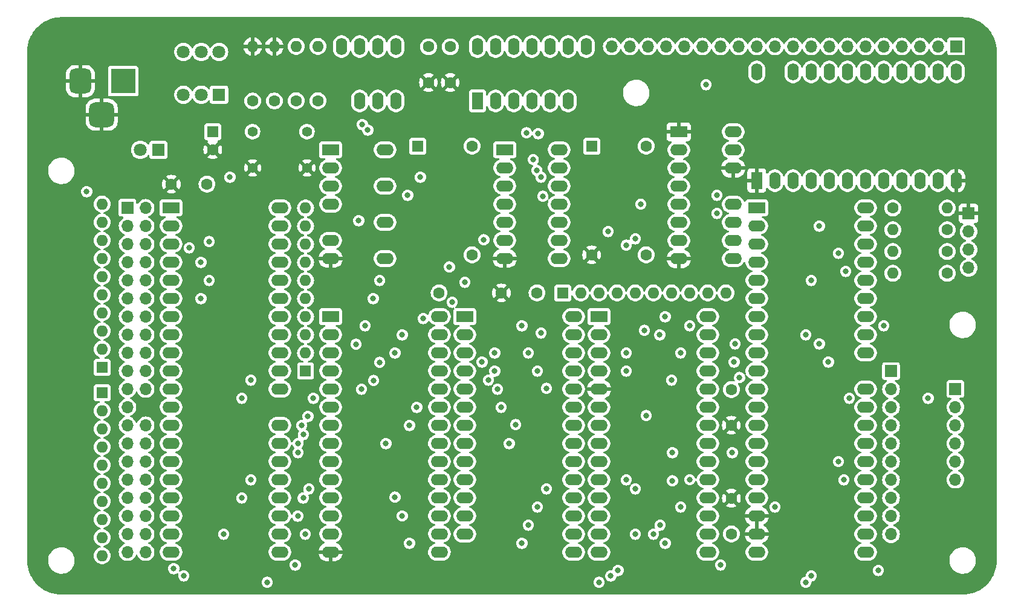
<source format=gbr>
%TF.GenerationSoftware,KiCad,Pcbnew,7.0.8*%
%TF.CreationDate,2023-10-18T15:33:04-04:00*%
%TF.ProjectId,jml-8-mini,6a6d6c2d-382d-46d6-996e-692e6b696361,rev?*%
%TF.SameCoordinates,Original*%
%TF.FileFunction,Copper,L2,Inr*%
%TF.FilePolarity,Positive*%
%FSLAX46Y46*%
G04 Gerber Fmt 4.6, Leading zero omitted, Abs format (unit mm)*
G04 Created by KiCad (PCBNEW 7.0.8) date 2023-10-18 15:33:04*
%MOMM*%
%LPD*%
G01*
G04 APERTURE LIST*
G04 Aperture macros list*
%AMRoundRect*
0 Rectangle with rounded corners*
0 $1 Rounding radius*
0 $2 $3 $4 $5 $6 $7 $8 $9 X,Y pos of 4 corners*
0 Add a 4 corners polygon primitive as box body*
4,1,4,$2,$3,$4,$5,$6,$7,$8,$9,$2,$3,0*
0 Add four circle primitives for the rounded corners*
1,1,$1+$1,$2,$3*
1,1,$1+$1,$4,$5*
1,1,$1+$1,$6,$7*
1,1,$1+$1,$8,$9*
0 Add four rect primitives between the rounded corners*
20,1,$1+$1,$2,$3,$4,$5,0*
20,1,$1+$1,$4,$5,$6,$7,0*
20,1,$1+$1,$6,$7,$8,$9,0*
20,1,$1+$1,$8,$9,$2,$3,0*%
G04 Aperture macros list end*
%TA.AperFunction,ComponentPad*%
%ADD10C,1.600000*%
%TD*%
%TA.AperFunction,ComponentPad*%
%ADD11O,1.600000X1.600000*%
%TD*%
%TA.AperFunction,ComponentPad*%
%ADD12R,2.400000X1.600000*%
%TD*%
%TA.AperFunction,ComponentPad*%
%ADD13O,2.400000X1.600000*%
%TD*%
%TA.AperFunction,ComponentPad*%
%ADD14R,1.600000X1.600000*%
%TD*%
%TA.AperFunction,ComponentPad*%
%ADD15R,1.800000X1.800000*%
%TD*%
%TA.AperFunction,ComponentPad*%
%ADD16C,1.800000*%
%TD*%
%TA.AperFunction,ComponentPad*%
%ADD17R,1.600000X2.400000*%
%TD*%
%TA.AperFunction,ComponentPad*%
%ADD18O,1.600000X2.400000*%
%TD*%
%TA.AperFunction,ComponentPad*%
%ADD19R,1.700000X1.700000*%
%TD*%
%TA.AperFunction,ComponentPad*%
%ADD20O,1.700000X1.700000*%
%TD*%
%TA.AperFunction,ComponentPad*%
%ADD21C,1.397000*%
%TD*%
%TA.AperFunction,ComponentPad*%
%ADD22R,3.500000X3.500000*%
%TD*%
%TA.AperFunction,ComponentPad*%
%ADD23RoundRect,0.750000X-0.750000X-1.000000X0.750000X-1.000000X0.750000X1.000000X-0.750000X1.000000X0*%
%TD*%
%TA.AperFunction,ComponentPad*%
%ADD24RoundRect,0.875000X-0.875000X-0.875000X0.875000X-0.875000X0.875000X0.875000X-0.875000X0.875000X0*%
%TD*%
%TA.AperFunction,ViaPad*%
%ADD25C,0.800000*%
%TD*%
G04 APERTURE END LIST*
D10*
%TO.N,/Peripherals/UART_Tx*%
%TO.C,R1*%
X212979000Y-80137000D03*
D11*
%TO.N,/Peripherals/RxDA*%
X205359000Y-80137000D03*
%TD*%
D12*
%TO.N,/A11*%
%TO.C,U1*%
X104262000Y-77059000D03*
D13*
%TO.N,/A12*%
X104262000Y-79599000D03*
%TO.N,/A13*%
X104262000Y-82139000D03*
%TO.N,/A14*%
X104262000Y-84679000D03*
%TO.N,/A15*%
X104262000Y-87219000D03*
%TO.N,/CLK*%
X104262000Y-89759000D03*
%TO.N,/D4*%
X104262000Y-92299000D03*
%TO.N,/D3*%
X104262000Y-94839000D03*
%TO.N,/D5*%
X104262000Y-97379000D03*
%TO.N,/D6*%
X104262000Y-99919000D03*
%TO.N,+5V*%
X104262000Y-102459000D03*
%TO.N,/D2*%
X104262000Y-104999000D03*
%TO.N,/D7*%
X104262000Y-107539000D03*
%TO.N,/D0*%
X104262000Y-110079000D03*
%TO.N,/D1*%
X104262000Y-112619000D03*
%TO.N,/~{INT}*%
X104262000Y-115159000D03*
%TO.N,/~{NMI}*%
X104262000Y-117699000D03*
%TO.N,/~{HALT}*%
X104262000Y-120239000D03*
%TO.N,/~{MREQ}*%
X104262000Y-122779000D03*
%TO.N,/~{IORQ}*%
X104262000Y-125319000D03*
%TO.N,/~{RD}*%
X119502000Y-125319000D03*
%TO.N,/~{WR}*%
X119502000Y-122779000D03*
%TO.N,/~{BUSACK}*%
X119502000Y-120239000D03*
%TO.N,/~{WAIT}*%
X119502000Y-117699000D03*
%TO.N,/~{BUSRQ}*%
X119502000Y-115159000D03*
%TO.N,/~{RESET}*%
X119502000Y-112619000D03*
%TO.N,/~{M1}*%
X119502000Y-110079000D03*
%TO.N,/~{RFSH}*%
X119502000Y-107539000D03*
%TO.N,GND*%
X119502000Y-104999000D03*
%TO.N,/A0*%
X119502000Y-102459000D03*
%TO.N,/A1*%
X119502000Y-99919000D03*
%TO.N,/A2*%
X119502000Y-97379000D03*
%TO.N,/A3*%
X119502000Y-94839000D03*
%TO.N,/A4*%
X119502000Y-92299000D03*
%TO.N,/A5*%
X119502000Y-89759000D03*
%TO.N,/A6*%
X119502000Y-87219000D03*
%TO.N,/A7*%
X119502000Y-84679000D03*
%TO.N,/A8*%
X119502000Y-82139000D03*
%TO.N,/A9*%
X119502000Y-79599000D03*
%TO.N,/A10*%
X119502000Y-77059000D03*
%TD*%
D10*
%TO.N,+5V*%
%TO.C,X2*%
X170810000Y-68423000D03*
%TO.N,/Power\u002C Clock and Reset/2.4576MHz*%
X170810000Y-83663000D03*
%TO.N,GND*%
X163190000Y-83663000D03*
D14*
%TO.N,unconnected-(X2-EN-Pad1)*%
X163190000Y-68423000D03*
%TD*%
D13*
%TO.N,+5V*%
%TO.C,U8*%
X183002000Y-66421000D03*
X183002000Y-68961000D03*
%TO.N,GND*%
X183002000Y-71501000D03*
X183002000Y-74041000D03*
%TO.N,unconnected-(U8B-~{Q0}-Pad12)*%
X183002000Y-76581000D03*
%TO.N,unconnected-(U8B-~{Q1}-Pad11)*%
X183002000Y-79121000D03*
%TO.N,unconnected-(U8B-~{Q2}-Pad10)*%
X183002000Y-81661000D03*
%TO.N,unconnected-(U8B-~{Q3}-Pad9)*%
X183002000Y-84201000D03*
%TO.N,GND*%
X175382000Y-84201000D03*
%TO.N,/Address Decoding/Q3*%
X175382000Y-81661000D03*
%TO.N,/Address Decoding/Q2*%
X175382000Y-79121000D03*
%TO.N,/Address Decoding/Q1*%
X175382000Y-76581000D03*
%TO.N,/Address Decoding/Q0*%
X175382000Y-74041000D03*
%TO.N,/A3*%
X175382000Y-71501000D03*
%TO.N,/A2*%
X175382000Y-68961000D03*
D12*
%TO.N,GND*%
X175382000Y-66421000D03*
%TD*%
D15*
%TO.N,/Power\u002C Clock and Reset/LED_TO_R*%
%TO.C,D1*%
X102489000Y-68931000D03*
D16*
%TO.N,+5V*%
X99949000Y-68931000D03*
%TD*%
D17*
%TO.N,GND*%
%TO.C,U11*%
X128148000Y-62073000D03*
D18*
%TO.N,/Power\u002C Clock and Reset/555Trigger*%
X130688000Y-62073000D03*
%TO.N,/Power\u002C Clock and Reset/555Out*%
X133228000Y-62073000D03*
%TO.N,+5V*%
X135768000Y-62073000D03*
%TO.N,/Power\u002C Clock and Reset/555Control*%
X135768000Y-54453000D03*
%TO.N,/Power\u002C Clock and Reset/555Dis{slash}Thr*%
X133228000Y-54453000D03*
X130688000Y-54453000D03*
%TO.N,+5V*%
X128148000Y-54453000D03*
%TD*%
D12*
%TO.N,/A14*%
%TO.C,U3*%
X145410000Y-92314000D03*
D13*
%TO.N,/A12*%
X145410000Y-94854000D03*
%TO.N,/A7*%
X145410000Y-97394000D03*
%TO.N,/A6*%
X145410000Y-99934000D03*
%TO.N,/A5*%
X145410000Y-102474000D03*
%TO.N,/A4*%
X145410000Y-105014000D03*
%TO.N,/A3*%
X145410000Y-107554000D03*
%TO.N,/A2*%
X145410000Y-110094000D03*
%TO.N,/A1*%
X145410000Y-112634000D03*
%TO.N,/A0*%
X145410000Y-115174000D03*
%TO.N,/D0*%
X145410000Y-117714000D03*
%TO.N,/D1*%
X145410000Y-120254000D03*
%TO.N,/D2*%
X145410000Y-122794000D03*
%TO.N,GND*%
X145410000Y-125334000D03*
%TO.N,/D3*%
X160650000Y-125334000D03*
%TO.N,/D4*%
X160650000Y-122794000D03*
%TO.N,/D5*%
X160650000Y-120254000D03*
%TO.N,/D6*%
X160650000Y-117714000D03*
%TO.N,/D7*%
X160650000Y-115174000D03*
%TO.N,/~{RAM}*%
X160650000Y-112634000D03*
%TO.N,/A10*%
X160650000Y-110094000D03*
%TO.N,/~{RD}*%
X160650000Y-107554000D03*
%TO.N,/A11*%
X160650000Y-105014000D03*
%TO.N,/A9*%
X160650000Y-102474000D03*
%TO.N,/A8*%
X160650000Y-99934000D03*
%TO.N,/A13*%
X160650000Y-97394000D03*
%TO.N,/~{WR}*%
X160650000Y-94854000D03*
%TO.N,+5V*%
X160650000Y-92314000D03*
%TD*%
D14*
%TO.N,+5V*%
%TO.C,RN3*%
X123108000Y-99949000D03*
D11*
%TO.N,/A2*%
X123108000Y-97409000D03*
%TO.N,/A3*%
X123108000Y-94869000D03*
%TO.N,/A4*%
X123108000Y-92329000D03*
%TO.N,/A5*%
X123108000Y-89789000D03*
%TO.N,/A6*%
X123108000Y-87249000D03*
%TO.N,/A7*%
X123108000Y-84709000D03*
%TO.N,/A8*%
X123108000Y-82169000D03*
%TO.N,/A9*%
X123108000Y-79629000D03*
%TO.N,/A10*%
X123108000Y-77089000D03*
%TD*%
D10*
%TO.N,+5V*%
%TO.C,C5*%
X155530000Y-88997000D03*
%TO.N,GND*%
X150530000Y-88997000D03*
%TD*%
%TO.N,+5V*%
%TO.C,R4*%
X205359000Y-77089000D03*
D11*
%TO.N,/Peripherals/RxDA*%
X212979000Y-77089000D03*
%TD*%
D10*
%TO.N,/Power\u002C Clock and Reset/555Dis{slash}Thr*%
%TO.C,C2*%
X140330000Y-54503000D03*
%TO.N,GND*%
X140330000Y-59503000D03*
%TD*%
D14*
%TO.N,+5V*%
%TO.C,RN4*%
X159126000Y-88997000D03*
D11*
%TO.N,/~{ROM WE}*%
X161666000Y-88997000D03*
%TO.N,/~{ROM}*%
X164206000Y-88997000D03*
%TO.N,/~{RAM}*%
X166746000Y-88997000D03*
%TO.N,/CTC IEI*%
X169286000Y-88997000D03*
%TO.N,/~{CTC}*%
X171826000Y-88997000D03*
%TO.N,/~{SIO SYNCA}*%
X174366000Y-88997000D03*
%TO.N,/A0*%
X176906000Y-88997000D03*
%TO.N,/A1*%
X179446000Y-88997000D03*
%TO.N,/~{SIO}*%
X181986000Y-88997000D03*
%TD*%
D17*
%TO.N,GND*%
%TO.C,U7*%
X186304000Y-73249000D03*
D18*
%TO.N,/A4*%
X188844000Y-73249000D03*
%TO.N,/A5*%
X191384000Y-73249000D03*
%TO.N,/Address Decoding/Y7*%
X193924000Y-73249000D03*
%TO.N,/Address Decoding/Y6*%
X196464000Y-73249000D03*
%TO.N,/Address Decoding/Y5*%
X199004000Y-73249000D03*
%TO.N,/Address Decoding/Y4*%
X201544000Y-73249000D03*
%TO.N,/Address Decoding/Y3*%
X204084000Y-73249000D03*
%TO.N,/Address Decoding/Y1*%
X206624000Y-73249000D03*
%TO.N,/Address Decoding/Y2*%
X209164000Y-73249000D03*
%TO.N,/Address Decoding/Y0*%
X211704000Y-73249000D03*
%TO.N,GND*%
X214244000Y-73249000D03*
%TO.N,/Address Decoding/Y13*%
X214244000Y-58009000D03*
%TO.N,/Address Decoding/Y12*%
X211704000Y-58009000D03*
%TO.N,/Address Decoding/Y15*%
X209164000Y-58009000D03*
%TO.N,/Address Decoding/Y14*%
X206624000Y-58009000D03*
%TO.N,/Address Decoding/Y9*%
X204084000Y-58009000D03*
%TO.N,/Address Decoding/Y8*%
X201544000Y-58009000D03*
%TO.N,/Address Decoding/Y11*%
X199004000Y-58009000D03*
%TO.N,/Address Decoding/Y10*%
X196464000Y-58009000D03*
%TO.N,/A6*%
X193924000Y-58009000D03*
%TO.N,/A7*%
X191384000Y-58009000D03*
%TO.N,GND*%
X188844000Y-58009000D03*
%TO.N,+5V*%
X186304000Y-58009000D03*
%TD*%
D12*
%TO.N,/D1*%
%TO.C,U5*%
X186299000Y-77064000D03*
D13*
%TO.N,/D3*%
X186299000Y-79604000D03*
%TO.N,/D5*%
X186299000Y-82144000D03*
%TO.N,/D7*%
X186299000Y-84684000D03*
%TO.N,/~{INT}*%
X186299000Y-87224000D03*
%TO.N,/Peripherals/SIO_IEI*%
X186299000Y-89764000D03*
%TO.N,/Peripherals/SIO_IEO*%
X186299000Y-92304000D03*
%TO.N,/~{M1}*%
X186299000Y-94844000D03*
%TO.N,+5V*%
X186299000Y-97384000D03*
%TO.N,unconnected-(U5-~{W}{slash}~{RDYA}-Pad10)*%
X186299000Y-99924000D03*
%TO.N,/~{SIO SYNCA}*%
X186299000Y-102464000D03*
%TO.N,/Peripherals/RxDA*%
X186299000Y-105004000D03*
%TO.N,/Peripherals/SIO_UART_CLK*%
X186299000Y-107544000D03*
X186299000Y-110084000D03*
%TO.N,/Peripherals/TxDA*%
X186299000Y-112624000D03*
%TO.N,/Peripherals/~{DTRA}*%
X186299000Y-115164000D03*
%TO.N,unconnected-(U5-~{RTSA}-Pad17)*%
X186299000Y-117704000D03*
%TO.N,GND*%
X186299000Y-120244000D03*
X186299000Y-122784000D03*
%TO.N,/CLK*%
X186299000Y-125324000D03*
%TO.N,/~{RESET}*%
X201539000Y-125324000D03*
%TO.N,/Peripherals/~{DCDB}*%
X201539000Y-122784000D03*
%TO.N,/Peripherals/~{CTSB}*%
X201539000Y-120244000D03*
%TO.N,/Peripherals/~{RTSB}*%
X201539000Y-117704000D03*
%TO.N,/Peripherals/~{DTRB}*%
X201539000Y-115164000D03*
%TO.N,/Peripherals/TxDB*%
X201539000Y-112624000D03*
%TO.N,/Peripherals/~{RxTxCB}*%
X201539000Y-110084000D03*
%TO.N,/Peripherals/RxDB*%
X201539000Y-107544000D03*
%TO.N,/Peripherals/~{SYNCB}*%
X201539000Y-105004000D03*
%TO.N,/Peripherals/~{W}{slash}~{RDYB}*%
X201539000Y-102464000D03*
%TO.N,GND*%
X201539000Y-99924000D03*
%TO.N,/~{RD}*%
X201539000Y-97384000D03*
%TO.N,/A0*%
X201539000Y-94844000D03*
%TO.N,/A1*%
X201539000Y-92304000D03*
%TO.N,/~{SIO}*%
X201539000Y-89764000D03*
%TO.N,/~{IORQ}*%
X201539000Y-87224000D03*
%TO.N,/D6*%
X201539000Y-84684000D03*
%TO.N,/D4*%
X201539000Y-82144000D03*
%TO.N,/D2*%
X201539000Y-79604000D03*
%TO.N,/D0*%
X201539000Y-77064000D03*
%TD*%
D14*
%TO.N,+5V*%
%TO.C,RN2*%
X94610000Y-99411000D03*
D11*
%TO.N,/D6*%
X94610000Y-96871000D03*
%TO.N,/D5*%
X94610000Y-94331000D03*
%TO.N,/D3*%
X94610000Y-91791000D03*
%TO.N,/D4*%
X94610000Y-89251000D03*
%TO.N,/A15*%
X94610000Y-86711000D03*
%TO.N,/A14*%
X94610000Y-84171000D03*
%TO.N,/A13*%
X94610000Y-81631000D03*
%TO.N,/A12*%
X94610000Y-79091000D03*
%TO.N,/A11*%
X94610000Y-76551000D03*
%TD*%
D10*
%TO.N,+5V*%
%TO.C,C4*%
X141814000Y-88997000D03*
%TO.N,GND*%
X136814000Y-88997000D03*
%TD*%
D17*
%TO.N,/A15*%
%TO.C,U9*%
X147183000Y-62073000D03*
D18*
%TO.N,/~{MREQ}*%
X149723000Y-62073000D03*
%TO.N,/~{ROM}*%
X152263000Y-62073000D03*
%TO.N,/~{MREQ}*%
X154803000Y-62073000D03*
%TO.N,/Address Decoding/~{A15}*%
X157343000Y-62073000D03*
%TO.N,/~{RAM}*%
X159883000Y-62073000D03*
%TO.N,GND*%
X162423000Y-62073000D03*
%TO.N,/~{SIO}*%
X162423000Y-54453000D03*
%TO.N,/Address Decoding/Y0*%
X159883000Y-54453000D03*
%TO.N,/Address Decoding/Q1*%
X157343000Y-54453000D03*
%TO.N,/~{CTC}*%
X154803000Y-54453000D03*
%TO.N,/Address Decoding/Y0*%
X152263000Y-54453000D03*
%TO.N,/Address Decoding/Q2*%
X149723000Y-54453000D03*
%TO.N,+5V*%
X147183000Y-54453000D03*
%TD*%
D19*
%TO.N,/Peripherals/SIO_IEO*%
%TO.C,J2*%
X205105000Y-99949000D03*
D20*
%TO.N,/Peripherals/~{W}{slash}~{RDYB}*%
X205105000Y-102489000D03*
%TO.N,/Peripherals/~{SYNCB}*%
X205105000Y-105029000D03*
%TO.N,/Peripherals/RxDB*%
X205105000Y-107569000D03*
%TO.N,/Peripherals/~{RxTxCB}*%
X205105000Y-110109000D03*
%TO.N,/Peripherals/TxDB*%
X205105000Y-112649000D03*
%TO.N,/Peripherals/~{DTRB}*%
X205105000Y-115189000D03*
%TO.N,/Peripherals/~{RTSB}*%
X205105000Y-117729000D03*
%TO.N,/Peripherals/~{CTSB}*%
X205105000Y-120269000D03*
%TO.N,/Peripherals/~{DCDB}*%
X205105000Y-122809000D03*
%TD*%
D21*
%TO.N,GND*%
%TO.C,SW1*%
X123312000Y-71471000D03*
X115692000Y-71471000D03*
%TO.N,/Power\u002C Clock and Reset/555Trigger*%
X123312000Y-66391000D03*
X115692000Y-66391000D03*
%TD*%
D10*
%TO.N,/Peripherals/UART_Rx*%
%TO.C,R2*%
X212979000Y-83185000D03*
D11*
%TO.N,/Peripherals/TxDA*%
X205359000Y-83185000D03*
%TD*%
D12*
%TO.N,/D4*%
%TO.C,U4*%
X164206000Y-92314000D03*
D13*
%TO.N,/D5*%
X164206000Y-94854000D03*
%TO.N,/D6*%
X164206000Y-97394000D03*
%TO.N,/D7*%
X164206000Y-99934000D03*
%TO.N,GND*%
X164206000Y-102474000D03*
%TO.N,/~{RD}*%
X164206000Y-105014000D03*
%TO.N,/Peripherals/SIO_UART_CLK*%
X164206000Y-107554000D03*
%TO.N,/Peripherals/ZC{slash}TO1*%
X164206000Y-110094000D03*
%TO.N,/Peripherals/ZC{slash}TO2*%
X164206000Y-112634000D03*
%TO.N,/~{IORQ}*%
X164206000Y-115174000D03*
%TO.N,/Peripherals/SIO_IEI*%
X164206000Y-117714000D03*
%TO.N,/~{INT}*%
X164206000Y-120254000D03*
%TO.N,/CTC IEI*%
X164206000Y-122794000D03*
%TO.N,/~{M1}*%
X164206000Y-125334000D03*
%TO.N,/CLK*%
X179446000Y-125334000D03*
%TO.N,/~{CTC}*%
X179446000Y-122794000D03*
%TO.N,/~{RESET}*%
X179446000Y-120254000D03*
%TO.N,/A0*%
X179446000Y-117714000D03*
%TO.N,/A1*%
X179446000Y-115174000D03*
%TO.N,/Peripherals/CLK{slash}TRG3*%
X179446000Y-112634000D03*
%TO.N,/Peripherals/CLK{slash}TRG2*%
X179446000Y-110094000D03*
%TO.N,/Peripherals/CLK{slash}TRG1*%
X179446000Y-107554000D03*
%TO.N,/Peripherals/UART CLK*%
X179446000Y-105014000D03*
%TO.N,+5V*%
X179446000Y-102474000D03*
%TO.N,/D0*%
X179446000Y-99934000D03*
%TO.N,/D1*%
X179446000Y-97394000D03*
%TO.N,/D2*%
X179446000Y-94854000D03*
%TO.N,/D3*%
X179446000Y-92314000D03*
%TD*%
D19*
%TO.N,/A11*%
%TO.C,J6*%
X98166000Y-77059000D03*
D20*
%TO.N,/A10*%
X100706000Y-77059000D03*
%TO.N,/A12*%
X98166000Y-79599000D03*
%TO.N,/A9*%
X100706000Y-79599000D03*
%TO.N,/A13*%
X98166000Y-82139000D03*
%TO.N,/A8*%
X100706000Y-82139000D03*
%TO.N,/A14*%
X98166000Y-84679000D03*
%TO.N,/A7*%
X100706000Y-84679000D03*
%TO.N,/A15*%
X98166000Y-87219000D03*
%TO.N,/A6*%
X100706000Y-87219000D03*
%TO.N,/CLK*%
X98166000Y-89759000D03*
%TO.N,/A5*%
X100706000Y-89759000D03*
%TO.N,/D4*%
X98166000Y-92299000D03*
%TO.N,/A4*%
X100706000Y-92299000D03*
%TO.N,/D3*%
X98166000Y-94839000D03*
%TO.N,/A3*%
X100706000Y-94839000D03*
%TO.N,/D5*%
X98166000Y-97379000D03*
%TO.N,/A2*%
X100706000Y-97379000D03*
%TO.N,/D6*%
X98166000Y-99919000D03*
%TO.N,/A1*%
X100706000Y-99919000D03*
%TO.N,+5V*%
X98166000Y-102459000D03*
%TO.N,/A0*%
X100706000Y-102459000D03*
%TO.N,/D2*%
X98166000Y-104999000D03*
%TO.N,GND*%
X100706000Y-104999000D03*
%TO.N,/D7*%
X98166000Y-107539000D03*
%TO.N,/~{RFSH}*%
X100706000Y-107539000D03*
%TO.N,/D0*%
X98166000Y-110079000D03*
%TO.N,/~{M1}*%
X100706000Y-110079000D03*
%TO.N,/D1*%
X98166000Y-112619000D03*
%TO.N,/~{RESET}*%
X100706000Y-112619000D03*
%TO.N,/~{INT}*%
X98166000Y-115159000D03*
%TO.N,/~{BUSRQ}*%
X100706000Y-115159000D03*
%TO.N,/~{NMI}*%
X98166000Y-117699000D03*
%TO.N,/~{WAIT}*%
X100706000Y-117699000D03*
%TO.N,/~{HALT}*%
X98166000Y-120239000D03*
%TO.N,/~{BUSACK}*%
X100706000Y-120239000D03*
%TO.N,/~{MREQ}*%
X98166000Y-122779000D03*
%TO.N,/~{WR}*%
X100706000Y-122779000D03*
%TO.N,/~{IORQ}*%
X98166000Y-125319000D03*
%TO.N,/~{RD}*%
X100706000Y-125319000D03*
%TD*%
D22*
%TO.N,/Power\u002C Clock and Reset/PWR_IN*%
%TO.C,J1*%
X97567000Y-59309000D03*
D23*
%TO.N,GND*%
X91567000Y-59309000D03*
D24*
X94567000Y-64009000D03*
%TD*%
D15*
%TO.N,/Power\u002C Clock and Reset/SW_TO_R*%
%TO.C,SW2*%
X110998000Y-61214000D03*
D16*
%TO.N,+5V*%
X108498000Y-61214000D03*
%TO.N,/Power\u002C Clock and Reset/PWR_IN*%
X105998000Y-61214000D03*
%TO.N,unconnected-(SW2-A-Pad4)*%
X110998000Y-55214000D03*
%TO.N,unconnected-(SW2-B-Pad5)*%
X108498000Y-55214000D03*
%TO.N,unconnected-(SW2-C-Pad6)*%
X105998000Y-55214000D03*
%TD*%
D10*
%TO.N,/Power\u002C Clock and Reset/SW_TO_R*%
%TO.C,R8*%
X115697000Y-62083000D03*
D11*
%TO.N,GND*%
X115697000Y-54463000D03*
%TD*%
D10*
%TO.N,+5V*%
%TO.C,C8*%
X109302000Y-73757000D03*
%TO.N,GND*%
X104302000Y-73757000D03*
%TD*%
%TO.N,+5V*%
%TO.C,R6*%
X121788000Y-62073000D03*
D11*
%TO.N,/Power\u002C Clock and Reset/555Trigger*%
X121788000Y-54453000D03*
%TD*%
D19*
%TO.N,/Address Decoding/Y13*%
%TO.C,J5*%
X214244000Y-54453000D03*
D20*
%TO.N,/Address Decoding/Y0*%
X211704000Y-54453000D03*
%TO.N,/Address Decoding/Y12*%
X209164000Y-54453000D03*
%TO.N,/Address Decoding/Y2*%
X206624000Y-54453000D03*
%TO.N,/Address Decoding/Y15*%
X204084000Y-54453000D03*
%TO.N,/Address Decoding/Y14*%
X201544000Y-54453000D03*
%TO.N,/Address Decoding/Y9*%
X199004000Y-54453000D03*
%TO.N,/Address Decoding/Y8*%
X196464000Y-54453000D03*
%TO.N,/Address Decoding/Y11*%
X193924000Y-54453000D03*
%TO.N,/Address Decoding/Y10*%
X191384000Y-54453000D03*
%TO.N,/Address Decoding/Y1*%
X188844000Y-54453000D03*
%TO.N,/Address Decoding/Y3*%
X186304000Y-54453000D03*
%TO.N,/Address Decoding/Y4*%
X183764000Y-54453000D03*
%TO.N,/Address Decoding/Y5*%
X181224000Y-54453000D03*
%TO.N,/Address Decoding/Y6*%
X178684000Y-54453000D03*
%TO.N,/Address Decoding/Y7*%
X176144000Y-54453000D03*
%TO.N,/Address Decoding/Q3*%
X173604000Y-54453000D03*
%TO.N,/Address Decoding/Q2*%
X171064000Y-54453000D03*
%TO.N,/Address Decoding/Q1*%
X168524000Y-54453000D03*
%TO.N,/Address Decoding/Q0*%
X165984000Y-54453000D03*
%TD*%
D10*
%TO.N,+5V*%
%TO.C,R5*%
X124836000Y-62073000D03*
D11*
%TO.N,/Power\u002C Clock and Reset/555Dis{slash}Thr*%
X124836000Y-54453000D03*
%TD*%
D10*
%TO.N,/Power\u002C Clock and Reset/LED_TO_R*%
%TO.C,R7*%
X118740000Y-62083000D03*
D11*
%TO.N,GND*%
X118740000Y-54463000D03*
%TD*%
D14*
%TO.N,/Power\u002C Clock and Reset/555Trigger*%
%TO.C,C3*%
X110109000Y-66421000D03*
D10*
%TO.N,GND*%
X110109000Y-68921000D03*
%TD*%
D14*
%TO.N,+5V*%
%TO.C,RN1*%
X94610000Y-102967000D03*
D11*
%TO.N,/D2*%
X94610000Y-105507000D03*
%TO.N,/D7*%
X94610000Y-108047000D03*
%TO.N,/D0*%
X94610000Y-110587000D03*
%TO.N,/D1*%
X94610000Y-113127000D03*
%TO.N,/~{INT}*%
X94610000Y-115667000D03*
%TO.N,/~{NMI}*%
X94610000Y-118207000D03*
%TO.N,/~{RESET}*%
X94610000Y-120747000D03*
%TO.N,/~{BUSRQ}*%
X94610000Y-123287000D03*
%TO.N,/~{WAIT}*%
X94610000Y-125827000D03*
%TD*%
D10*
%TO.N,GND*%
%TO.C,C1*%
X143378000Y-59503000D03*
%TO.N,/Power\u002C Clock and Reset/555Control*%
X143378000Y-54503000D03*
%TD*%
%TO.N,+5V*%
%TO.C,C6*%
X182753000Y-122769000D03*
%TO.N,GND*%
X182753000Y-117769000D03*
%TD*%
D12*
%TO.N,unconnected-(U2-NC-Pad1)*%
%TO.C,U2*%
X126609000Y-92299000D03*
D13*
%TO.N,/A12*%
X126609000Y-94839000D03*
%TO.N,/A7*%
X126609000Y-97379000D03*
%TO.N,/A6*%
X126609000Y-99919000D03*
%TO.N,/A5*%
X126609000Y-102459000D03*
%TO.N,/A4*%
X126609000Y-104999000D03*
%TO.N,/A3*%
X126609000Y-107539000D03*
%TO.N,/A2*%
X126609000Y-110079000D03*
%TO.N,/A1*%
X126609000Y-112619000D03*
%TO.N,/A0*%
X126609000Y-115159000D03*
%TO.N,/D0*%
X126609000Y-117699000D03*
%TO.N,/D1*%
X126609000Y-120239000D03*
%TO.N,/D2*%
X126609000Y-122779000D03*
%TO.N,GND*%
X126609000Y-125319000D03*
%TO.N,/D3*%
X141849000Y-125319000D03*
%TO.N,/D4*%
X141849000Y-122779000D03*
%TO.N,/D5*%
X141849000Y-120239000D03*
%TO.N,/D6*%
X141849000Y-117699000D03*
%TO.N,/D7*%
X141849000Y-115159000D03*
%TO.N,/~{ROM}*%
X141849000Y-112619000D03*
%TO.N,/A10*%
X141849000Y-110079000D03*
%TO.N,/~{RD}*%
X141849000Y-107539000D03*
%TO.N,/A11*%
X141849000Y-104999000D03*
%TO.N,/A9*%
X141849000Y-102459000D03*
%TO.N,/A8*%
X141849000Y-99919000D03*
%TO.N,unconnected-(U2-NC-Pad26)*%
X141849000Y-97379000D03*
%TO.N,/~{ROM WE}*%
X141849000Y-94839000D03*
%TO.N,+5V*%
X141849000Y-92299000D03*
%TD*%
D19*
%TO.N,/Peripherals/ZC{slash}TO1*%
%TO.C,J4*%
X214117000Y-102459000D03*
D20*
%TO.N,/Peripherals/CLK{slash}TRG1*%
X214117000Y-104999000D03*
%TO.N,/Peripherals/CLK{slash}TRG2*%
X214117000Y-107539000D03*
%TO.N,/Peripherals/CLK{slash}TRG3*%
X214117000Y-110079000D03*
%TO.N,/Peripherals/ZC{slash}TO2*%
X214117000Y-112619000D03*
%TO.N,/CTC IEI*%
X214117000Y-115159000D03*
%TD*%
D10*
%TO.N,/Peripherals/UART_CTS*%
%TO.C,R3*%
X212979000Y-86233000D03*
D11*
%TO.N,/Peripherals/~{DTRA}*%
X205359000Y-86233000D03*
%TD*%
D19*
%TO.N,GND*%
%TO.C,J3*%
X215970000Y-77851000D03*
D20*
%TO.N,/Peripherals/UART_Tx*%
X215970000Y-80391000D03*
%TO.N,/Peripherals/UART_Rx*%
X215970000Y-82931000D03*
%TO.N,/Peripherals/UART_CTS*%
X215970000Y-85471000D03*
%TD*%
D10*
%TO.N,GND*%
%TO.C,C7*%
X182748000Y-107539000D03*
%TO.N,+5V*%
X182748000Y-102539000D03*
%TD*%
D12*
%TO.N,/Power\u002C Clock and Reset/555Out*%
%TO.C,U6*%
X126614000Y-68931000D03*
D13*
%TO.N,/~{RESET}*%
X126614000Y-71471000D03*
%TO.N,/A15*%
X126614000Y-74011000D03*
%TO.N,/Address Decoding/~{A15}*%
X126614000Y-76551000D03*
%TO.N,GND*%
X126614000Y-79091000D03*
%TO.N,unconnected-(U6-Pad6)*%
X126614000Y-81631000D03*
%TO.N,GND*%
X126614000Y-84171000D03*
%TO.N,unconnected-(U6-Pad8)*%
X134234000Y-84171000D03*
%TO.N,GND*%
X134234000Y-81631000D03*
%TO.N,unconnected-(U6-Pad10)*%
X134234000Y-79091000D03*
%TO.N,GND*%
X134234000Y-76551000D03*
%TO.N,unconnected-(U6-Pad12)*%
X134234000Y-74011000D03*
%TO.N,GND*%
X134234000Y-71471000D03*
%TO.N,+5V*%
X134234000Y-68931000D03*
%TD*%
D10*
%TO.N,+5V*%
%TO.C,X1*%
X146426000Y-68423000D03*
%TO.N,/Power\u002C Clock and Reset/8MHz*%
X146426000Y-83663000D03*
%TO.N,GND*%
X138806000Y-83663000D03*
D14*
%TO.N,unconnected-(X1-EN-Pad1)*%
X138806000Y-68423000D03*
%TD*%
D12*
%TO.N,+5V*%
%TO.C,U10*%
X151008000Y-68926000D03*
D13*
%TO.N,/Power\u002C Clock and Reset/DFFA_DataIn*%
X151008000Y-71466000D03*
%TO.N,/Power\u002C Clock and Reset/8MHz*%
X151008000Y-74006000D03*
%TO.N,+5V*%
X151008000Y-76546000D03*
%TO.N,/CLK*%
X151008000Y-79086000D03*
%TO.N,/Power\u002C Clock and Reset/DFFA_DataIn*%
X151008000Y-81626000D03*
%TO.N,GND*%
X151008000Y-84166000D03*
%TO.N,/Power\u002C Clock and Reset/DFFB_DataIn*%
X158628000Y-84166000D03*
%TO.N,/Peripherals/UART CLK*%
X158628000Y-81626000D03*
%TO.N,+5V*%
X158628000Y-79086000D03*
%TO.N,/Power\u002C Clock and Reset/2.4576MHz*%
X158628000Y-76546000D03*
%TO.N,/Power\u002C Clock and Reset/DFFB_DataIn*%
X158628000Y-74006000D03*
%TO.N,+5V*%
X158628000Y-71466000D03*
X158628000Y-68926000D03*
%TD*%
D25*
%TO.N,/Peripherals/SIO_IEO*%
X204089000Y-93599000D03*
%TO.N,/Peripherals/ZC{slash}TO1*%
X182880000Y-111379000D03*
X183896000Y-100838000D03*
%TO.N,/CTC IEI*%
X169291000Y-122809000D03*
X169286000Y-116459000D03*
%TO.N,/A11*%
X138684000Y-105029000D03*
X137414000Y-75311000D03*
%TO.N,/A10*%
X134366000Y-110109000D03*
%TO.N,/A12*%
X130556000Y-78867000D03*
X131445000Y-93599000D03*
%TO.N,/A9*%
X130937000Y-102489000D03*
%TO.N,/A13*%
X109601000Y-81788000D03*
X147828000Y-98679000D03*
X109601000Y-87249000D03*
X143256000Y-85344000D03*
%TO.N,/A8*%
X148717000Y-101219000D03*
X148082000Y-81534000D03*
%TO.N,/A14*%
X108458000Y-84709000D03*
X108458000Y-89789000D03*
X145415000Y-87503000D03*
%TO.N,/A7*%
X154051000Y-66548000D03*
X149606000Y-97409000D03*
X130175000Y-96169000D03*
%TO.N,/A15*%
X92456000Y-74803000D03*
X131064000Y-65405000D03*
%TO.N,/A6*%
X149606000Y-99949000D03*
X133477000Y-87249000D03*
X155702000Y-66675000D03*
X133477000Y-98709000D03*
%TO.N,/CLK*%
X106807000Y-82677000D03*
X170561000Y-94234000D03*
%TO.N,/A5*%
X132640500Y-101249000D03*
X155003500Y-70294500D03*
X132588000Y-89789000D03*
X149987000Y-102489000D03*
%TO.N,/D4*%
X165481000Y-80391000D03*
X153416000Y-124079000D03*
X153416000Y-93599000D03*
%TO.N,/A4*%
X150495000Y-105029000D03*
X155511500Y-71818500D03*
%TO.N,/D3*%
X180721000Y-77851000D03*
X173482000Y-92329000D03*
X139573000Y-92583000D03*
X173482000Y-124079000D03*
%TO.N,/A3*%
X152527000Y-107442000D03*
X122555000Y-107569000D03*
X156337000Y-75438000D03*
%TO.N,/D5*%
X136652000Y-120239000D03*
X136652000Y-94869000D03*
X183261000Y-96139000D03*
X154305000Y-97409000D03*
X154305000Y-121539000D03*
%TO.N,/A2*%
X151638000Y-110109000D03*
X122047500Y-110079000D03*
X156083000Y-72771000D03*
%TO.N,/D6*%
X135636000Y-97409000D03*
X155575000Y-99949000D03*
X135636000Y-117602000D03*
X168021000Y-82296000D03*
X168021000Y-97409000D03*
X155575000Y-118999000D03*
%TO.N,/A1*%
X174498000Y-111379000D03*
X115443000Y-101219000D03*
X174498000Y-115316000D03*
X115443000Y-115189000D03*
%TO.N,/A0*%
X176911000Y-115179000D03*
X114173000Y-117729000D03*
X114173000Y-103759000D03*
X176911000Y-93599000D03*
%TO.N,/D2*%
X172757500Y-121539000D03*
X195072000Y-96139000D03*
X124206000Y-103759000D03*
X172720000Y-94869000D03*
X195072000Y-79629000D03*
%TO.N,/D7*%
X123571000Y-116459000D03*
X123444000Y-106299000D03*
X156845000Y-102362000D03*
X156845000Y-116459000D03*
X183134000Y-98679000D03*
%TO.N,/D0*%
X122809000Y-108839000D03*
X196342000Y-98679000D03*
X168021000Y-115189000D03*
X122771500Y-117729000D03*
X168021000Y-99949000D03*
%TO.N,/~{M1}*%
X193167000Y-129540000D03*
X117729000Y-129540000D03*
X164211000Y-129540000D03*
X193167000Y-94869000D03*
%TO.N,/D1*%
X175641000Y-97409000D03*
X122047000Y-111379000D03*
X175641000Y-118999000D03*
X180721000Y-75311000D03*
X122009500Y-120269000D03*
%TO.N,/~{RESET}*%
X181229000Y-127127000D03*
X121666000Y-127127000D03*
%TO.N,/~{INT}*%
X193929000Y-128651000D03*
X193929000Y-87249000D03*
X165862000Y-128651000D03*
X106045000Y-128651000D03*
%TO.N,/~{MREQ}*%
X139192000Y-72771000D03*
X112522000Y-72771000D03*
X111633000Y-122809000D03*
%TO.N,/~{WR}*%
X123063000Y-122809000D03*
%TO.N,/~{IORQ}*%
X166878000Y-127889000D03*
X104648000Y-127635000D03*
X203327000Y-127889000D03*
%TO.N,/~{RD}*%
X137668000Y-107569000D03*
X199263000Y-103759000D03*
X137668000Y-124079000D03*
%TO.N,/Peripherals/RxDA*%
X210312000Y-103759000D03*
%TO.N,/Peripherals/TxDA*%
X197739000Y-112624000D03*
X197739000Y-83439000D03*
%TO.N,/Peripherals/~{DTRA}*%
X198501000Y-115189000D03*
X198755000Y-85979000D03*
%TO.N,/~{SIO SYNCA}*%
X174371000Y-101219000D03*
%TO.N,/~{ROM WE}*%
X156083000Y-94615000D03*
%TO.N,/~{ROM}*%
X143637000Y-90297000D03*
%TO.N,/~{CTC}*%
X171831000Y-122809000D03*
%TO.N,/~{SIO}*%
X179197000Y-59817000D03*
%TO.N,/Peripherals/SIO_IEI*%
X188849000Y-118999000D03*
%TO.N,/Peripherals/UART CLK*%
X169291000Y-81407000D03*
X170815000Y-106172000D03*
%TO.N,/Address Decoding/~{A15}*%
X131826000Y-66167000D03*
%TO.N,/Power\u002C Clock and Reset/2.4576MHz*%
X170053000Y-76546000D03*
%TD*%
%TA.AperFunction,Conductor*%
%TO.N,GND*%
G36*
X186553000Y-122472314D02*
G01*
X186537045Y-122456359D01*
X186424148Y-122398835D01*
X186330481Y-122384000D01*
X186267519Y-122384000D01*
X186173852Y-122398835D01*
X186060955Y-122456359D01*
X186045000Y-122472314D01*
X186045000Y-120555686D01*
X186060955Y-120571641D01*
X186173852Y-120629165D01*
X186267519Y-120644000D01*
X186330481Y-120644000D01*
X186424148Y-120629165D01*
X186537045Y-120571641D01*
X186553000Y-120555686D01*
X186553000Y-122472314D01*
G37*
%TD.AperFunction*%
%TA.AperFunction,Conductor*%
G36*
X215551394Y-50361349D02*
G01*
X215556867Y-50361827D01*
X215964409Y-50415481D01*
X215969789Y-50416430D01*
X216371114Y-50505402D01*
X216376388Y-50506815D01*
X216768429Y-50630425D01*
X216773581Y-50632301D01*
X217153338Y-50789601D01*
X217158306Y-50791917D01*
X217522926Y-50981727D01*
X217527648Y-50984453D01*
X217874336Y-51205317D01*
X217878833Y-51208466D01*
X218204940Y-51458697D01*
X218209152Y-51462232D01*
X218512193Y-51739917D01*
X218516082Y-51743806D01*
X218793767Y-52046847D01*
X218797302Y-52051059D01*
X219047533Y-52377166D01*
X219050685Y-52381668D01*
X219271542Y-52728344D01*
X219274276Y-52733081D01*
X219408456Y-52990836D01*
X219464074Y-53097677D01*
X219466398Y-53102661D01*
X219623698Y-53482418D01*
X219625578Y-53487583D01*
X219748788Y-53878355D01*
X219749178Y-53879590D01*
X219750601Y-53884901D01*
X219839566Y-54286194D01*
X219840521Y-54291609D01*
X219894171Y-54699128D01*
X219894650Y-54704605D01*
X219912700Y-55118000D01*
X219912700Y-126492000D01*
X219894650Y-126905394D01*
X219894171Y-126910871D01*
X219840521Y-127318390D01*
X219839566Y-127323805D01*
X219750601Y-127725098D01*
X219749178Y-127730409D01*
X219625579Y-128122414D01*
X219623698Y-128127581D01*
X219466398Y-128507338D01*
X219464074Y-128512322D01*
X219283487Y-128859227D01*
X219274284Y-128876905D01*
X219271535Y-128881667D01*
X219050687Y-129228328D01*
X219047533Y-129232833D01*
X218797302Y-129558940D01*
X218793767Y-129563152D01*
X218516082Y-129866193D01*
X218512193Y-129870082D01*
X218209152Y-130147767D01*
X218204940Y-130151302D01*
X217878833Y-130401533D01*
X217874328Y-130404687D01*
X217527667Y-130625535D01*
X217522905Y-130628284D01*
X217158322Y-130818074D01*
X217153338Y-130820398D01*
X216773581Y-130977698D01*
X216768414Y-130979579D01*
X216376409Y-131103178D01*
X216371098Y-131104601D01*
X215969805Y-131193566D01*
X215964390Y-131194521D01*
X215556871Y-131248171D01*
X215551394Y-131248650D01*
X215138000Y-131266700D01*
X88900000Y-131266700D01*
X88486605Y-131248650D01*
X88481128Y-131248171D01*
X88073609Y-131194521D01*
X88068194Y-131193566D01*
X87666901Y-131104601D01*
X87661596Y-131103179D01*
X87269583Y-130979578D01*
X87264418Y-130977698D01*
X86884661Y-130820398D01*
X86879683Y-130818077D01*
X86515081Y-130628276D01*
X86510344Y-130625542D01*
X86163668Y-130404685D01*
X86159166Y-130401533D01*
X85833059Y-130151302D01*
X85828847Y-130147767D01*
X85525806Y-129870082D01*
X85521917Y-129866193D01*
X85244232Y-129563152D01*
X85240697Y-129558940D01*
X85226164Y-129540000D01*
X116942555Y-129540000D01*
X116962273Y-129715000D01*
X116962274Y-129715002D01*
X117020437Y-129881225D01*
X117020438Y-129881226D01*
X117114133Y-130030340D01*
X117114136Y-130030343D01*
X117114136Y-130030344D01*
X117238655Y-130154863D01*
X117238657Y-130154864D01*
X117238660Y-130154867D01*
X117387774Y-130248562D01*
X117554000Y-130306727D01*
X117729000Y-130326445D01*
X117904000Y-130306727D01*
X118070226Y-130248562D01*
X118219340Y-130154867D01*
X118343867Y-130030340D01*
X118437562Y-129881226D01*
X118495727Y-129715000D01*
X118515445Y-129540000D01*
X163424555Y-129540000D01*
X163444273Y-129715000D01*
X163444274Y-129715002D01*
X163502437Y-129881225D01*
X163502438Y-129881226D01*
X163596133Y-130030340D01*
X163596136Y-130030343D01*
X163596136Y-130030344D01*
X163720655Y-130154863D01*
X163720657Y-130154864D01*
X163720660Y-130154867D01*
X163869774Y-130248562D01*
X164036000Y-130306727D01*
X164211000Y-130326445D01*
X164386000Y-130306727D01*
X164552226Y-130248562D01*
X164701340Y-130154867D01*
X164825867Y-130030340D01*
X164919562Y-129881226D01*
X164977727Y-129715000D01*
X164997445Y-129540000D01*
X192380555Y-129540000D01*
X192400273Y-129715000D01*
X192400274Y-129715002D01*
X192458437Y-129881225D01*
X192458438Y-129881226D01*
X192552133Y-130030340D01*
X192552136Y-130030343D01*
X192552136Y-130030344D01*
X192676655Y-130154863D01*
X192676657Y-130154864D01*
X192676660Y-130154867D01*
X192825774Y-130248562D01*
X192992000Y-130306727D01*
X193167000Y-130326445D01*
X193342000Y-130306727D01*
X193508226Y-130248562D01*
X193657340Y-130154867D01*
X193781867Y-130030340D01*
X193875562Y-129881226D01*
X193933727Y-129715000D01*
X193953445Y-129540000D01*
X193953444Y-129539992D01*
X193954211Y-129533187D01*
X193981714Y-129467734D01*
X194040238Y-129427541D01*
X194065313Y-129422086D01*
X194082497Y-129420149D01*
X194104000Y-129417727D01*
X194270226Y-129359562D01*
X194419340Y-129265867D01*
X194543867Y-129141340D01*
X194637562Y-128992226D01*
X194695727Y-128826000D01*
X194715445Y-128651000D01*
X194695727Y-128476000D01*
X194637562Y-128309774D01*
X194543867Y-128160660D01*
X194543863Y-128160656D01*
X194543863Y-128160655D01*
X194419344Y-128036136D01*
X194419341Y-128036134D01*
X194419340Y-128036133D01*
X194323999Y-127976226D01*
X194270225Y-127942437D01*
X194156509Y-127902646D01*
X194117509Y-127889000D01*
X202540555Y-127889000D01*
X202560273Y-128064000D01*
X202577609Y-128113543D01*
X202618437Y-128230225D01*
X202630777Y-128249863D01*
X202712133Y-128379340D01*
X202712136Y-128379343D01*
X202712136Y-128379344D01*
X202836655Y-128503863D01*
X202836657Y-128503864D01*
X202836660Y-128503867D01*
X202985774Y-128597562D01*
X203152000Y-128655727D01*
X203327000Y-128675445D01*
X203502000Y-128655727D01*
X203668226Y-128597562D01*
X203817340Y-128503867D01*
X203941867Y-128379340D01*
X204035562Y-128230226D01*
X204093727Y-128064000D01*
X204113445Y-127889000D01*
X204093727Y-127714000D01*
X204035562Y-127547774D01*
X203941867Y-127398660D01*
X203941863Y-127398656D01*
X203941863Y-127398655D01*
X203817344Y-127274136D01*
X203817341Y-127274134D01*
X203817340Y-127274133D01*
X203729985Y-127219244D01*
X203668225Y-127180437D01*
X203554509Y-127140646D01*
X203502000Y-127122273D01*
X203327000Y-127102555D01*
X203152000Y-127122273D01*
X203151997Y-127122273D01*
X203151997Y-127122274D01*
X202985774Y-127180437D01*
X202885467Y-127243465D01*
X202836660Y-127274133D01*
X202836658Y-127274134D01*
X202836656Y-127274136D01*
X202836655Y-127274136D01*
X202712136Y-127398655D01*
X202712136Y-127398656D01*
X202618437Y-127547774D01*
X202571664Y-127681447D01*
X202560273Y-127714000D01*
X202540555Y-127889000D01*
X194117509Y-127889000D01*
X194104000Y-127884273D01*
X193929000Y-127864555D01*
X193754000Y-127884273D01*
X193753997Y-127884273D01*
X193753997Y-127884274D01*
X193587774Y-127942437D01*
X193487467Y-128005465D01*
X193438660Y-128036133D01*
X193438658Y-128036134D01*
X193438656Y-128036136D01*
X193438655Y-128036136D01*
X193314136Y-128160655D01*
X193314136Y-128160656D01*
X193314134Y-128160658D01*
X193314133Y-128160660D01*
X193304717Y-128175646D01*
X193220437Y-128309774D01*
X193170925Y-128451273D01*
X193162273Y-128476000D01*
X193148576Y-128597562D01*
X193141787Y-128657814D01*
X193114283Y-128723267D01*
X193055759Y-128763460D01*
X193030689Y-128768913D01*
X192992004Y-128773272D01*
X192991997Y-128773273D01*
X192825774Y-128831437D01*
X192745835Y-128881667D01*
X192676660Y-128925133D01*
X192676658Y-128925134D01*
X192676656Y-128925136D01*
X192676655Y-128925136D01*
X192552136Y-129049655D01*
X192552136Y-129049656D01*
X192458437Y-129198774D01*
X192434961Y-129265867D01*
X192400273Y-129365000D01*
X192380555Y-129540000D01*
X164997445Y-129540000D01*
X164977727Y-129365000D01*
X164919562Y-129198774D01*
X164825867Y-129049660D01*
X164825863Y-129049656D01*
X164825863Y-129049655D01*
X164701344Y-128925136D01*
X164701341Y-128925134D01*
X164701340Y-128925133D01*
X164596452Y-128859227D01*
X164552225Y-128831437D01*
X164438509Y-128791646D01*
X164386000Y-128773273D01*
X164211000Y-128753555D01*
X164036000Y-128773273D01*
X164035997Y-128773273D01*
X164035997Y-128773274D01*
X163869774Y-128831437D01*
X163789835Y-128881667D01*
X163720660Y-128925133D01*
X163720658Y-128925134D01*
X163720656Y-128925136D01*
X163720655Y-128925136D01*
X163596136Y-129049655D01*
X163596136Y-129049656D01*
X163502437Y-129198774D01*
X163478961Y-129265867D01*
X163444273Y-129365000D01*
X163424555Y-129540000D01*
X118515445Y-129540000D01*
X118495727Y-129365000D01*
X118437562Y-129198774D01*
X118343867Y-129049660D01*
X118343863Y-129049656D01*
X118343863Y-129049655D01*
X118219344Y-128925136D01*
X118219341Y-128925134D01*
X118219340Y-128925133D01*
X118114452Y-128859227D01*
X118070225Y-128831437D01*
X117956509Y-128791646D01*
X117904000Y-128773273D01*
X117729000Y-128753555D01*
X117554000Y-128773273D01*
X117553997Y-128773273D01*
X117553997Y-128773274D01*
X117387774Y-128831437D01*
X117307835Y-128881667D01*
X117238660Y-128925133D01*
X117238658Y-128925134D01*
X117238656Y-128925136D01*
X117238655Y-128925136D01*
X117114136Y-129049655D01*
X117114136Y-129049656D01*
X117020437Y-129198774D01*
X116996961Y-129265867D01*
X116962273Y-129365000D01*
X116942555Y-129540000D01*
X85226164Y-129540000D01*
X85015811Y-129265863D01*
X84990463Y-129232829D01*
X84987317Y-129228336D01*
X84766453Y-128881648D01*
X84763727Y-128876926D01*
X84573917Y-128512306D01*
X84571601Y-128507338D01*
X84558620Y-128476000D01*
X84474378Y-128272621D01*
X84414301Y-128127581D01*
X84412425Y-128122429D01*
X84288815Y-127730388D01*
X84287402Y-127725114D01*
X84198430Y-127323789D01*
X84197481Y-127318409D01*
X84143827Y-126910867D01*
X84143349Y-126905394D01*
X84128265Y-126559911D01*
X87041780Y-126559911D01*
X87071468Y-126829742D01*
X87140132Y-127092386D01*
X87246304Y-127342227D01*
X87387716Y-127573940D01*
X87387718Y-127573942D01*
X87387719Y-127573944D01*
X87474543Y-127678274D01*
X87561366Y-127782602D01*
X87561370Y-127782606D01*
X87763535Y-127963748D01*
X87763539Y-127963750D01*
X87763546Y-127963757D01*
X87989947Y-128113542D01*
X87989949Y-128113543D01*
X88235740Y-128228766D01*
X88235742Y-128228766D01*
X88235743Y-128228767D01*
X88495697Y-128306975D01*
X88495700Y-128306975D01*
X88495702Y-128306976D01*
X88764264Y-128346500D01*
X88764268Y-128346500D01*
X88967783Y-128346500D01*
X89048964Y-128340558D01*
X89170740Y-128331645D01*
X89435709Y-128272621D01*
X89689261Y-128175646D01*
X89925991Y-128042786D01*
X90140853Y-127876875D01*
X90329269Y-127681447D01*
X90362499Y-127635000D01*
X103861555Y-127635000D01*
X103881273Y-127810000D01*
X103881274Y-127810002D01*
X103939437Y-127976225D01*
X103939438Y-127976226D01*
X104033133Y-128125340D01*
X104033136Y-128125343D01*
X104033136Y-128125344D01*
X104157655Y-128249863D01*
X104157657Y-128249864D01*
X104157660Y-128249867D01*
X104306774Y-128343562D01*
X104473000Y-128401727D01*
X104648000Y-128421445D01*
X104823000Y-128401727D01*
X104989226Y-128343562D01*
X105114246Y-128265006D01*
X105182564Y-128245701D01*
X105250477Y-128266396D01*
X105296421Y-128320522D01*
X105305808Y-128390896D01*
X105300210Y-128413308D01*
X105278273Y-128475999D01*
X105275133Y-128503867D01*
X105258555Y-128651000D01*
X105278273Y-128826000D01*
X105280176Y-128831438D01*
X105336437Y-128992225D01*
X105336438Y-128992226D01*
X105430133Y-129141340D01*
X105430136Y-129141343D01*
X105430136Y-129141344D01*
X105554655Y-129265863D01*
X105554657Y-129265864D01*
X105554660Y-129265867D01*
X105703774Y-129359562D01*
X105870000Y-129417727D01*
X106045000Y-129437445D01*
X106220000Y-129417727D01*
X106386226Y-129359562D01*
X106535340Y-129265867D01*
X106659867Y-129141340D01*
X106753562Y-128992226D01*
X106811727Y-128826000D01*
X106831445Y-128651000D01*
X165075555Y-128651000D01*
X165095273Y-128826000D01*
X165097176Y-128831438D01*
X165153437Y-128992225D01*
X165153438Y-128992226D01*
X165247133Y-129141340D01*
X165247136Y-129141343D01*
X165247136Y-129141344D01*
X165371655Y-129265863D01*
X165371657Y-129265864D01*
X165371660Y-129265867D01*
X165520774Y-129359562D01*
X165687000Y-129417727D01*
X165862000Y-129437445D01*
X166037000Y-129417727D01*
X166203226Y-129359562D01*
X166352340Y-129265867D01*
X166476867Y-129141340D01*
X166570562Y-128992226D01*
X166628727Y-128826000D01*
X166634495Y-128774803D01*
X166661997Y-128709353D01*
X166720520Y-128669160D01*
X166773807Y-128663705D01*
X166878000Y-128675445D01*
X167053000Y-128655727D01*
X167219226Y-128597562D01*
X167368340Y-128503867D01*
X167492867Y-128379340D01*
X167586562Y-128230226D01*
X167644727Y-128064000D01*
X167664445Y-127889000D01*
X167644727Y-127714000D01*
X167586562Y-127547774D01*
X167492867Y-127398660D01*
X167492863Y-127398656D01*
X167492863Y-127398655D01*
X167368344Y-127274136D01*
X167368341Y-127274134D01*
X167368340Y-127274133D01*
X167280985Y-127219244D01*
X167219225Y-127180437D01*
X167105509Y-127140646D01*
X167066509Y-127127000D01*
X180442555Y-127127000D01*
X180462273Y-127302000D01*
X180462274Y-127302002D01*
X180520437Y-127468225D01*
X180520438Y-127468226D01*
X180614133Y-127617340D01*
X180614136Y-127617343D01*
X180614136Y-127617344D01*
X180738655Y-127741863D01*
X180738657Y-127741864D01*
X180738660Y-127741867D01*
X180887774Y-127835562D01*
X181054000Y-127893727D01*
X181229000Y-127913445D01*
X181404000Y-127893727D01*
X181570226Y-127835562D01*
X181719340Y-127741867D01*
X181843867Y-127617340D01*
X181937562Y-127468226D01*
X181995727Y-127302000D01*
X182015445Y-127127000D01*
X181995727Y-126952000D01*
X181937562Y-126785774D01*
X181843867Y-126636660D01*
X181843863Y-126636656D01*
X181843863Y-126636655D01*
X181767119Y-126559911D01*
X213279780Y-126559911D01*
X213309468Y-126829742D01*
X213378132Y-127092386D01*
X213484304Y-127342227D01*
X213625716Y-127573940D01*
X213625718Y-127573942D01*
X213625719Y-127573944D01*
X213712543Y-127678274D01*
X213799366Y-127782602D01*
X213799370Y-127782606D01*
X214001535Y-127963748D01*
X214001539Y-127963750D01*
X214001546Y-127963757D01*
X214227947Y-128113542D01*
X214227949Y-128113543D01*
X214473740Y-128228766D01*
X214473742Y-128228766D01*
X214473743Y-128228767D01*
X214733697Y-128306975D01*
X214733700Y-128306975D01*
X214733702Y-128306976D01*
X215002264Y-128346500D01*
X215002268Y-128346500D01*
X215205783Y-128346500D01*
X215286964Y-128340558D01*
X215408740Y-128331645D01*
X215673709Y-128272621D01*
X215927261Y-128175646D01*
X216163991Y-128042786D01*
X216378853Y-127876875D01*
X216567269Y-127681447D01*
X216725223Y-127460668D01*
X216849348Y-127219244D01*
X216936998Y-126962320D01*
X216986306Y-126695371D01*
X216996220Y-126424089D01*
X216972761Y-126210880D01*
X216966531Y-126154257D01*
X216936416Y-126039065D01*
X216897868Y-125891616D01*
X216879291Y-125847902D01*
X216824514Y-125719000D01*
X216791697Y-125641776D01*
X216670680Y-125443482D01*
X216650283Y-125410059D01*
X216650281Y-125410056D01*
X216476632Y-125201396D01*
X216476629Y-125201393D01*
X216274464Y-125020251D01*
X216274459Y-125020247D01*
X216274454Y-125020243D01*
X216048053Y-124870458D01*
X216048050Y-124870456D01*
X215802259Y-124755233D01*
X215542297Y-124677023D01*
X215273735Y-124637500D01*
X215273732Y-124637500D01*
X215070219Y-124637500D01*
X215070217Y-124637500D01*
X214867262Y-124652354D01*
X214602287Y-124711380D01*
X214602285Y-124711381D01*
X214348738Y-124808354D01*
X214112008Y-124941214D01*
X213897145Y-125107126D01*
X213897144Y-125107127D01*
X213708732Y-125302551D01*
X213708727Y-125302557D01*
X213550779Y-125523328D01*
X213550775Y-125523333D01*
X213426652Y-125764753D01*
X213339000Y-126021686D01*
X213289693Y-126288632D01*
X213279780Y-126559911D01*
X181767119Y-126559911D01*
X181719344Y-126512136D01*
X181719341Y-126512134D01*
X181719340Y-126512133D01*
X181605237Y-126440437D01*
X181570225Y-126418437D01*
X181456509Y-126378646D01*
X181404000Y-126360273D01*
X181229000Y-126340555D01*
X181054000Y-126360273D01*
X181053997Y-126360273D01*
X181053997Y-126360274D01*
X180887774Y-126418437D01*
X180827856Y-126456087D01*
X180738660Y-126512133D01*
X180738658Y-126512134D01*
X180738656Y-126512136D01*
X180738655Y-126512136D01*
X180614136Y-126636655D01*
X180614136Y-126636656D01*
X180520437Y-126785774D01*
X180462274Y-126951997D01*
X180462273Y-126952000D01*
X180442555Y-127127000D01*
X167066509Y-127127000D01*
X167053000Y-127122273D01*
X166878000Y-127102555D01*
X166703000Y-127122273D01*
X166702997Y-127122273D01*
X166702997Y-127122274D01*
X166536774Y-127180437D01*
X166436467Y-127243465D01*
X166387660Y-127274133D01*
X166387658Y-127274134D01*
X166387656Y-127274136D01*
X166387655Y-127274136D01*
X166263136Y-127398655D01*
X166263136Y-127398656D01*
X166169437Y-127547774D01*
X166122663Y-127681448D01*
X166111273Y-127714000D01*
X166105505Y-127765196D01*
X166078001Y-127830648D01*
X166019476Y-127870841D01*
X165966191Y-127876294D01*
X165862000Y-127864555D01*
X165687000Y-127884273D01*
X165686997Y-127884273D01*
X165686997Y-127884274D01*
X165520774Y-127942437D01*
X165420467Y-128005465D01*
X165371660Y-128036133D01*
X165371658Y-128036134D01*
X165371656Y-128036136D01*
X165371655Y-128036136D01*
X165247136Y-128160655D01*
X165247136Y-128160656D01*
X165247134Y-128160658D01*
X165247133Y-128160660D01*
X165237717Y-128175646D01*
X165153437Y-128309774D01*
X165103925Y-128451273D01*
X165095273Y-128476000D01*
X165075555Y-128651000D01*
X106831445Y-128651000D01*
X106811727Y-128476000D01*
X106753562Y-128309774D01*
X106659867Y-128160660D01*
X106659863Y-128160656D01*
X106659863Y-128160655D01*
X106535344Y-128036136D01*
X106535341Y-128036134D01*
X106535340Y-128036133D01*
X106439999Y-127976226D01*
X106386225Y-127942437D01*
X106272509Y-127902646D01*
X106220000Y-127884273D01*
X106045000Y-127864555D01*
X105870000Y-127884273D01*
X105869997Y-127884273D01*
X105869997Y-127884274D01*
X105703773Y-127942438D01*
X105703771Y-127942439D01*
X105578755Y-128020992D01*
X105510434Y-128040298D01*
X105442521Y-128019603D01*
X105396577Y-127965476D01*
X105387191Y-127895102D01*
X105392787Y-127872700D01*
X105414727Y-127810000D01*
X105434445Y-127635000D01*
X105414727Y-127460000D01*
X105356562Y-127293774D01*
X105262867Y-127144660D01*
X105262863Y-127144656D01*
X105262863Y-127144655D01*
X105245208Y-127127000D01*
X120879555Y-127127000D01*
X120899273Y-127302000D01*
X120899274Y-127302002D01*
X120957437Y-127468225D01*
X120957438Y-127468226D01*
X121051133Y-127617340D01*
X121051136Y-127617343D01*
X121051136Y-127617344D01*
X121175655Y-127741863D01*
X121175657Y-127741864D01*
X121175660Y-127741867D01*
X121324774Y-127835562D01*
X121491000Y-127893727D01*
X121666000Y-127913445D01*
X121841000Y-127893727D01*
X122007226Y-127835562D01*
X122156340Y-127741867D01*
X122280867Y-127617340D01*
X122374562Y-127468226D01*
X122432727Y-127302000D01*
X122452445Y-127127000D01*
X122432727Y-126952000D01*
X122374562Y-126785774D01*
X122280867Y-126636660D01*
X122280863Y-126636656D01*
X122280863Y-126636655D01*
X122156344Y-126512136D01*
X122156341Y-126512134D01*
X122156340Y-126512133D01*
X122042237Y-126440437D01*
X122007225Y-126418437D01*
X121893509Y-126378646D01*
X121841000Y-126360273D01*
X121666000Y-126340555D01*
X121491000Y-126360273D01*
X121490997Y-126360273D01*
X121490997Y-126360274D01*
X121324774Y-126418437D01*
X121264856Y-126456087D01*
X121175660Y-126512133D01*
X121175658Y-126512134D01*
X121175656Y-126512136D01*
X121175655Y-126512136D01*
X121051136Y-126636655D01*
X121051136Y-126636656D01*
X120957437Y-126785774D01*
X120899274Y-126951997D01*
X120899273Y-126952000D01*
X120879555Y-127127000D01*
X105245208Y-127127000D01*
X105138344Y-127020136D01*
X105138341Y-127020134D01*
X105138340Y-127020133D01*
X105046332Y-126962320D01*
X104989225Y-126926437D01*
X104875509Y-126886646D01*
X104823000Y-126868273D01*
X104648000Y-126848555D01*
X104473000Y-126868273D01*
X104472997Y-126868273D01*
X104472997Y-126868274D01*
X104306774Y-126926437D01*
X104240205Y-126968266D01*
X104157660Y-127020133D01*
X104157658Y-127020134D01*
X104157656Y-127020136D01*
X104157655Y-127020136D01*
X104033136Y-127144655D01*
X104033136Y-127144656D01*
X103939437Y-127293774D01*
X103881274Y-127459997D01*
X103881273Y-127460000D01*
X103861555Y-127635000D01*
X90362499Y-127635000D01*
X90487223Y-127460668D01*
X90611348Y-127219244D01*
X90698998Y-126962320D01*
X90748306Y-126695371D01*
X90758220Y-126424089D01*
X90734761Y-126210880D01*
X90728531Y-126154257D01*
X90698416Y-126039065D01*
X90659868Y-125891616D01*
X90641291Y-125847902D01*
X90632409Y-125827000D01*
X93423438Y-125827000D01*
X93443641Y-126045031D01*
X93503562Y-126255631D01*
X93503567Y-126255645D01*
X93601161Y-126451639D01*
X93601165Y-126451644D01*
X93733122Y-126626385D01*
X93733124Y-126626387D01*
X93894931Y-126773893D01*
X93894934Y-126773895D01*
X94081097Y-126889163D01*
X94081099Y-126889163D01*
X94081104Y-126889167D01*
X94285282Y-126968266D01*
X94500518Y-127008500D01*
X94500520Y-127008500D01*
X94719480Y-127008500D01*
X94719482Y-127008500D01*
X94934718Y-126968266D01*
X95138896Y-126889167D01*
X95325063Y-126773897D01*
X95325065Y-126773894D01*
X95325068Y-126773893D01*
X95486875Y-126626387D01*
X95486877Y-126626385D01*
X95486877Y-126626384D01*
X95486880Y-126626382D01*
X95618835Y-126451644D01*
X95618836Y-126451640D01*
X95618838Y-126451639D01*
X95716432Y-126255645D01*
X95716433Y-126255641D01*
X95716436Y-126255636D01*
X95776359Y-126045030D01*
X95796562Y-125827000D01*
X95776359Y-125608970D01*
X95716436Y-125398364D01*
X95716434Y-125398360D01*
X95716432Y-125398354D01*
X95676918Y-125319000D01*
X96929796Y-125319000D01*
X96948577Y-125533668D01*
X97004347Y-125741804D01*
X97004349Y-125741809D01*
X97095416Y-125937102D01*
X97170988Y-126045031D01*
X97219013Y-126113617D01*
X97371383Y-126265987D01*
X97547898Y-126389584D01*
X97743193Y-126480652D01*
X97951335Y-126536423D01*
X98166000Y-126555204D01*
X98380665Y-126536423D01*
X98588807Y-126480652D01*
X98784102Y-126389584D01*
X98960617Y-126265987D01*
X99112987Y-126113617D01*
X99236584Y-125937102D01*
X99321805Y-125754344D01*
X99368722Y-125701060D01*
X99437000Y-125681599D01*
X99504960Y-125702141D01*
X99550194Y-125754343D01*
X99635416Y-125937102D01*
X99710988Y-126045031D01*
X99759013Y-126113617D01*
X99911383Y-126265987D01*
X100087898Y-126389584D01*
X100283193Y-126480652D01*
X100491335Y-126536423D01*
X100706000Y-126555204D01*
X100920665Y-126536423D01*
X101128807Y-126480652D01*
X101324102Y-126389584D01*
X101500617Y-126265987D01*
X101652987Y-126113617D01*
X101776584Y-125937102D01*
X101867652Y-125741807D01*
X101923423Y-125533665D01*
X101932625Y-125428482D01*
X102680500Y-125428482D01*
X102707515Y-125573000D01*
X102720735Y-125643722D01*
X102799831Y-125847891D01*
X102799836Y-125847902D01*
X102915104Y-126034065D01*
X102915106Y-126034068D01*
X103062612Y-126195875D01*
X103062614Y-126195877D01*
X103062618Y-126195880D01*
X103233350Y-126324810D01*
X103237355Y-126327834D01*
X103237360Y-126327838D01*
X103433354Y-126425432D01*
X103433360Y-126425434D01*
X103433364Y-126425436D01*
X103643970Y-126485359D01*
X103807371Y-126500500D01*
X103807378Y-126500500D01*
X104716622Y-126500500D01*
X104716629Y-126500500D01*
X104880030Y-126485359D01*
X105090636Y-126425436D01*
X105090641Y-126425433D01*
X105090645Y-126425432D01*
X105286639Y-126327838D01*
X105286640Y-126327836D01*
X105286644Y-126327835D01*
X105461382Y-126195880D01*
X105461387Y-126195875D01*
X105608893Y-126034068D01*
X105608895Y-126034065D01*
X105608894Y-126034065D01*
X105608897Y-126034063D01*
X105724167Y-125847896D01*
X105803266Y-125643718D01*
X105843500Y-125428482D01*
X117920500Y-125428482D01*
X117947515Y-125573000D01*
X117960735Y-125643722D01*
X118039831Y-125847891D01*
X118039836Y-125847902D01*
X118155104Y-126034065D01*
X118155106Y-126034068D01*
X118302612Y-126195875D01*
X118302614Y-126195877D01*
X118302618Y-126195880D01*
X118473350Y-126324810D01*
X118477355Y-126327834D01*
X118477360Y-126327838D01*
X118673354Y-126425432D01*
X118673360Y-126425434D01*
X118673364Y-126425436D01*
X118883970Y-126485359D01*
X119047371Y-126500500D01*
X119047378Y-126500500D01*
X119956622Y-126500500D01*
X119956629Y-126500500D01*
X120120030Y-126485359D01*
X120330636Y-126425436D01*
X120330641Y-126425433D01*
X120330645Y-126425432D01*
X120526639Y-126327838D01*
X120526640Y-126327836D01*
X120526644Y-126327835D01*
X120701382Y-126195880D01*
X120701387Y-126195875D01*
X120848893Y-126034068D01*
X120848895Y-126034065D01*
X120848894Y-126034065D01*
X120848897Y-126034063D01*
X120964167Y-125847896D01*
X121043266Y-125643718D01*
X121083500Y-125428482D01*
X121083500Y-125209518D01*
X121056485Y-125065000D01*
X124922917Y-125065000D01*
X126297314Y-125065000D01*
X126281359Y-125080955D01*
X126223835Y-125193852D01*
X126204014Y-125319000D01*
X126223835Y-125444148D01*
X126281359Y-125557045D01*
X126297314Y-125573000D01*
X124922918Y-125573000D01*
X124975186Y-125768068D01*
X124975188Y-125768073D01*
X125071912Y-125975498D01*
X125203184Y-126162974D01*
X125203189Y-126162980D01*
X125365019Y-126324810D01*
X125365025Y-126324815D01*
X125552501Y-126456087D01*
X125759926Y-126552811D01*
X125759931Y-126552813D01*
X125980999Y-126612048D01*
X125980996Y-126612048D01*
X126151896Y-126627000D01*
X126355000Y-126627000D01*
X126355000Y-125630686D01*
X126370955Y-125646641D01*
X126483852Y-125704165D01*
X126577519Y-125719000D01*
X126640481Y-125719000D01*
X126734148Y-125704165D01*
X126847045Y-125646641D01*
X126863000Y-125630686D01*
X126863000Y-126627000D01*
X127066104Y-126627000D01*
X127237002Y-126612048D01*
X127458068Y-126552813D01*
X127458073Y-126552811D01*
X127665498Y-126456087D01*
X127852974Y-126324815D01*
X127852980Y-126324810D01*
X128014810Y-126162980D01*
X128014815Y-126162974D01*
X128146087Y-125975498D01*
X128242811Y-125768073D01*
X128242813Y-125768068D01*
X128295082Y-125573000D01*
X126920686Y-125573000D01*
X126936641Y-125557045D01*
X126994165Y-125444148D01*
X127013986Y-125319000D01*
X126994165Y-125193852D01*
X126936641Y-125080955D01*
X126920686Y-125065000D01*
X128295082Y-125065000D01*
X128242813Y-124869931D01*
X128242811Y-124869926D01*
X128146087Y-124662501D01*
X128014815Y-124475025D01*
X128014810Y-124475019D01*
X127852980Y-124313189D01*
X127852974Y-124313184D01*
X127665498Y-124181912D01*
X127477266Y-124094138D01*
X127460073Y-124079000D01*
X136881555Y-124079000D01*
X136901273Y-124254000D01*
X136901274Y-124254002D01*
X136959437Y-124420225D01*
X136973195Y-124442120D01*
X137053133Y-124569340D01*
X137053136Y-124569343D01*
X137053136Y-124569344D01*
X137177655Y-124693863D01*
X137177657Y-124693864D01*
X137177660Y-124693867D01*
X137326774Y-124787562D01*
X137493000Y-124845727D01*
X137668000Y-124865445D01*
X137843000Y-124845727D01*
X138009226Y-124787562D01*
X138158340Y-124693867D01*
X138282867Y-124569340D01*
X138376562Y-124420226D01*
X138434727Y-124254000D01*
X138454445Y-124079000D01*
X138434727Y-123904000D01*
X138376562Y-123737774D01*
X138282867Y-123588660D01*
X138282863Y-123588656D01*
X138282863Y-123588655D01*
X138158344Y-123464136D01*
X138158341Y-123464134D01*
X138158340Y-123464133D01*
X138073797Y-123411011D01*
X138009225Y-123370437D01*
X137873376Y-123322902D01*
X137843000Y-123312273D01*
X137668000Y-123292555D01*
X137493000Y-123312273D01*
X137492997Y-123312273D01*
X137492997Y-123312274D01*
X137326774Y-123370437D01*
X137236594Y-123427102D01*
X137177660Y-123464133D01*
X137177658Y-123464134D01*
X137177656Y-123464136D01*
X137177655Y-123464136D01*
X137053136Y-123588655D01*
X137053136Y-123588656D01*
X137053134Y-123588658D01*
X137053133Y-123588660D01*
X137022465Y-123637467D01*
X136959437Y-123737774D01*
X136902521Y-123900432D01*
X136901273Y-123904000D01*
X136881555Y-124079000D01*
X127460073Y-124079000D01*
X127423981Y-124047221D01*
X127404520Y-123978943D01*
X127425062Y-123910984D01*
X127474350Y-123867154D01*
X127633644Y-123787835D01*
X127808382Y-123655880D01*
X127808387Y-123655875D01*
X127955893Y-123494068D01*
X127955895Y-123494065D01*
X127955894Y-123494065D01*
X127955897Y-123494063D01*
X128071167Y-123307896D01*
X128150266Y-123103718D01*
X128190500Y-122888482D01*
X128190500Y-122669518D01*
X128150266Y-122454282D01*
X128071167Y-122250104D01*
X128034507Y-122190897D01*
X127981632Y-122105500D01*
X127955897Y-122063937D01*
X127955896Y-122063936D01*
X127955895Y-122063934D01*
X127955893Y-122063931D01*
X127808387Y-121902124D01*
X127808385Y-121902122D01*
X127633644Y-121770165D01*
X127633639Y-121770161D01*
X127437645Y-121672567D01*
X127437628Y-121672561D01*
X127288708Y-121630190D01*
X127228661Y-121592309D01*
X127198627Y-121527979D01*
X127208140Y-121457622D01*
X127254180Y-121403578D01*
X127288708Y-121387810D01*
X127345525Y-121371644D01*
X127437636Y-121345436D01*
X127437641Y-121345433D01*
X127437645Y-121345432D01*
X127633639Y-121247838D01*
X127633640Y-121247836D01*
X127633644Y-121247835D01*
X127808382Y-121115880D01*
X127808387Y-121115875D01*
X127955893Y-120954068D01*
X127955895Y-120954065D01*
X127955894Y-120954065D01*
X127955897Y-120954063D01*
X128071167Y-120767896D01*
X128150266Y-120563718D01*
X128190500Y-120348482D01*
X128190500Y-120239000D01*
X135865555Y-120239000D01*
X135885273Y-120414000D01*
X135903646Y-120466509D01*
X135943437Y-120580225D01*
X135962288Y-120610225D01*
X136037133Y-120729340D01*
X136037136Y-120729343D01*
X136037136Y-120729344D01*
X136161655Y-120853863D01*
X136161657Y-120853864D01*
X136161660Y-120853867D01*
X136310774Y-120947562D01*
X136477000Y-121005727D01*
X136652000Y-121025445D01*
X136827000Y-121005727D01*
X136993226Y-120947562D01*
X137142340Y-120853867D01*
X137266867Y-120729340D01*
X137360562Y-120580226D01*
X137418727Y-120414000D01*
X137438445Y-120239000D01*
X137418727Y-120064000D01*
X137360562Y-119897774D01*
X137266867Y-119748660D01*
X137266863Y-119748656D01*
X137266863Y-119748655D01*
X137142344Y-119624136D01*
X137142341Y-119624134D01*
X137142340Y-119624133D01*
X137049027Y-119565500D01*
X136993225Y-119530437D01*
X136856384Y-119482555D01*
X136827000Y-119472273D01*
X136652000Y-119452555D01*
X136477000Y-119472273D01*
X136476997Y-119472273D01*
X136476997Y-119472274D01*
X136310774Y-119530437D01*
X136238891Y-119575605D01*
X136161660Y-119624133D01*
X136161658Y-119624134D01*
X136161656Y-119624136D01*
X136161655Y-119624136D01*
X136037136Y-119748655D01*
X136037136Y-119748656D01*
X136037134Y-119748658D01*
X136037133Y-119748660D01*
X136026409Y-119765727D01*
X135943437Y-119897774D01*
X135888656Y-120054331D01*
X135885273Y-120064000D01*
X135865555Y-120239000D01*
X128190500Y-120239000D01*
X128190500Y-120129518D01*
X128150266Y-119914282D01*
X128071167Y-119710104D01*
X128034507Y-119650897D01*
X127981632Y-119565500D01*
X127955897Y-119523937D01*
X127955896Y-119523936D01*
X127955895Y-119523934D01*
X127955893Y-119523931D01*
X127808387Y-119362124D01*
X127808385Y-119362122D01*
X127633644Y-119230165D01*
X127633639Y-119230161D01*
X127437645Y-119132567D01*
X127437628Y-119132561D01*
X127288708Y-119090190D01*
X127228661Y-119052309D01*
X127198627Y-118987979D01*
X127208140Y-118917622D01*
X127254180Y-118863578D01*
X127288708Y-118847810D01*
X127314674Y-118840422D01*
X127437636Y-118805436D01*
X127437641Y-118805433D01*
X127437645Y-118805432D01*
X127633639Y-118707838D01*
X127633640Y-118707836D01*
X127633644Y-118707835D01*
X127808382Y-118575880D01*
X127856026Y-118523617D01*
X127955893Y-118414068D01*
X127955895Y-118414065D01*
X127955894Y-118414065D01*
X127955897Y-118414063D01*
X128071167Y-118227896D01*
X128150266Y-118023718D01*
X128190500Y-117808482D01*
X128190500Y-117602000D01*
X134849555Y-117602000D01*
X134869273Y-117777000D01*
X134869752Y-117778368D01*
X134927437Y-117943225D01*
X134950861Y-117980504D01*
X135021133Y-118092340D01*
X135021136Y-118092343D01*
X135021136Y-118092344D01*
X135145655Y-118216863D01*
X135145657Y-118216864D01*
X135145660Y-118216867D01*
X135294774Y-118310562D01*
X135461000Y-118368727D01*
X135636000Y-118388445D01*
X135811000Y-118368727D01*
X135977226Y-118310562D01*
X136126340Y-118216867D01*
X136250867Y-118092340D01*
X136344562Y-117943226D01*
X136402727Y-117777000D01*
X136422445Y-117602000D01*
X136402727Y-117427000D01*
X136344562Y-117260774D01*
X136250867Y-117111660D01*
X136250863Y-117111656D01*
X136250863Y-117111655D01*
X136126344Y-116987136D01*
X136126341Y-116987134D01*
X136126340Y-116987133D01*
X135982031Y-116896457D01*
X135977225Y-116893437D01*
X135850432Y-116849071D01*
X135811000Y-116835273D01*
X135636000Y-116815555D01*
X135461000Y-116835273D01*
X135460997Y-116835273D01*
X135460997Y-116835274D01*
X135294774Y-116893437D01*
X135194467Y-116956465D01*
X135145660Y-116987133D01*
X135145658Y-116987134D01*
X135145656Y-116987136D01*
X135145655Y-116987136D01*
X135021136Y-117111655D01*
X135021136Y-117111656D01*
X135021134Y-117111658D01*
X135021133Y-117111660D01*
X135000290Y-117144831D01*
X134927437Y-117260774D01*
X134882473Y-117389277D01*
X134869273Y-117427000D01*
X134849555Y-117602000D01*
X128190500Y-117602000D01*
X128190500Y-117589518D01*
X128150266Y-117374282D01*
X128071167Y-117170104D01*
X128034977Y-117111656D01*
X127981632Y-117025500D01*
X127955897Y-116983937D01*
X127955896Y-116983936D01*
X127955895Y-116983934D01*
X127955893Y-116983931D01*
X127808387Y-116822124D01*
X127808385Y-116822122D01*
X127633644Y-116690165D01*
X127633639Y-116690161D01*
X127437645Y-116592567D01*
X127437628Y-116592561D01*
X127288708Y-116550190D01*
X127228661Y-116512309D01*
X127198627Y-116447979D01*
X127208140Y-116377622D01*
X127254180Y-116323578D01*
X127288708Y-116307810D01*
X127345525Y-116291644D01*
X127437636Y-116265436D01*
X127437641Y-116265433D01*
X127437645Y-116265432D01*
X127633639Y-116167838D01*
X127633640Y-116167836D01*
X127633644Y-116167835D01*
X127808382Y-116035880D01*
X127818700Y-116024562D01*
X127955893Y-115874068D01*
X127955895Y-115874065D01*
X127955894Y-115874065D01*
X127955897Y-115874063D01*
X128071167Y-115687896D01*
X128150266Y-115483718D01*
X128190500Y-115268482D01*
X128190500Y-115049518D01*
X128150266Y-114834282D01*
X128071167Y-114630104D01*
X128034507Y-114570897D01*
X127981632Y-114485500D01*
X127955897Y-114443937D01*
X127955896Y-114443936D01*
X127955895Y-114443934D01*
X127955893Y-114443931D01*
X127808387Y-114282124D01*
X127808385Y-114282122D01*
X127633644Y-114150165D01*
X127633639Y-114150161D01*
X127437645Y-114052567D01*
X127437628Y-114052561D01*
X127288708Y-114010190D01*
X127228661Y-113972309D01*
X127198627Y-113907979D01*
X127208140Y-113837622D01*
X127254180Y-113783578D01*
X127288708Y-113767810D01*
X127345525Y-113751644D01*
X127437636Y-113725436D01*
X127437641Y-113725433D01*
X127437645Y-113725432D01*
X127633639Y-113627838D01*
X127633640Y-113627836D01*
X127633644Y-113627835D01*
X127808382Y-113495880D01*
X127856026Y-113443617D01*
X127955893Y-113334068D01*
X127955895Y-113334065D01*
X127955894Y-113334065D01*
X127955897Y-113334063D01*
X128071167Y-113147896D01*
X128150266Y-112943718D01*
X128190500Y-112728482D01*
X128190500Y-112509518D01*
X128150266Y-112294282D01*
X128071167Y-112090104D01*
X128034507Y-112030897D01*
X127963018Y-111915438D01*
X127955897Y-111903937D01*
X127955896Y-111903936D01*
X127955895Y-111903934D01*
X127955893Y-111903931D01*
X127808387Y-111742124D01*
X127808385Y-111742122D01*
X127633644Y-111610165D01*
X127633639Y-111610161D01*
X127437645Y-111512567D01*
X127437628Y-111512561D01*
X127288708Y-111470190D01*
X127228661Y-111432309D01*
X127198627Y-111367979D01*
X127208140Y-111297622D01*
X127254180Y-111243578D01*
X127288708Y-111227810D01*
X127345525Y-111211644D01*
X127437636Y-111185436D01*
X127437641Y-111185433D01*
X127437645Y-111185432D01*
X127633639Y-111087838D01*
X127633640Y-111087836D01*
X127633644Y-111087835D01*
X127808382Y-110955880D01*
X127856026Y-110903617D01*
X127955893Y-110794068D01*
X127955895Y-110794065D01*
X127955894Y-110794065D01*
X127955897Y-110794063D01*
X128071167Y-110607896D01*
X128150266Y-110403718D01*
X128190500Y-110188482D01*
X128190500Y-110109000D01*
X133579555Y-110109000D01*
X133599273Y-110284000D01*
X133614668Y-110327995D01*
X133657437Y-110450225D01*
X133680861Y-110487504D01*
X133751133Y-110599340D01*
X133751136Y-110599343D01*
X133751136Y-110599344D01*
X133875655Y-110723863D01*
X133875657Y-110723864D01*
X133875660Y-110723867D01*
X134024774Y-110817562D01*
X134191000Y-110875727D01*
X134366000Y-110895445D01*
X134541000Y-110875727D01*
X134707226Y-110817562D01*
X134856340Y-110723867D01*
X134980867Y-110599340D01*
X135074562Y-110450226D01*
X135132727Y-110284000D01*
X135152445Y-110109000D01*
X135132727Y-109934000D01*
X135074562Y-109767774D01*
X134980867Y-109618660D01*
X134980863Y-109618656D01*
X134980863Y-109618655D01*
X134856344Y-109494136D01*
X134856341Y-109494134D01*
X134856340Y-109494133D01*
X134720337Y-109408676D01*
X134707225Y-109400437D01*
X134555626Y-109347391D01*
X134541000Y-109342273D01*
X134366000Y-109322555D01*
X134191000Y-109342273D01*
X134190997Y-109342273D01*
X134190997Y-109342274D01*
X134024774Y-109400437D01*
X133928553Y-109460898D01*
X133875660Y-109494133D01*
X133875658Y-109494134D01*
X133875656Y-109494136D01*
X133875655Y-109494136D01*
X133751136Y-109618655D01*
X133751136Y-109618656D01*
X133751134Y-109618658D01*
X133751133Y-109618660D01*
X133737659Y-109640104D01*
X133657437Y-109767774D01*
X133599860Y-109932322D01*
X133599273Y-109934000D01*
X133579555Y-110109000D01*
X128190500Y-110109000D01*
X128190500Y-109969518D01*
X128150266Y-109754282D01*
X128071167Y-109550104D01*
X128034507Y-109490897D01*
X127981632Y-109405500D01*
X127955897Y-109363937D01*
X127955896Y-109363936D01*
X127955895Y-109363934D01*
X127955893Y-109363931D01*
X127808387Y-109202124D01*
X127808385Y-109202122D01*
X127633644Y-109070165D01*
X127633639Y-109070161D01*
X127437645Y-108972567D01*
X127437628Y-108972561D01*
X127288708Y-108930190D01*
X127228661Y-108892309D01*
X127198627Y-108827979D01*
X127208140Y-108757622D01*
X127254180Y-108703578D01*
X127288708Y-108687810D01*
X127345525Y-108671644D01*
X127437636Y-108645436D01*
X127437641Y-108645433D01*
X127437645Y-108645432D01*
X127633639Y-108547838D01*
X127633640Y-108547836D01*
X127633644Y-108547835D01*
X127808382Y-108415880D01*
X127856026Y-108363617D01*
X127955893Y-108254068D01*
X127955895Y-108254065D01*
X127955894Y-108254065D01*
X127955897Y-108254063D01*
X128071167Y-108067896D01*
X128150266Y-107863718D01*
X128190500Y-107648482D01*
X128190500Y-107569000D01*
X136881555Y-107569000D01*
X136901273Y-107744000D01*
X136919646Y-107796509D01*
X136959437Y-107910225D01*
X136968196Y-107924165D01*
X137053133Y-108059340D01*
X137053136Y-108059343D01*
X137053136Y-108059344D01*
X137177655Y-108183863D01*
X137177657Y-108183864D01*
X137177660Y-108183867D01*
X137326774Y-108277562D01*
X137493000Y-108335727D01*
X137668000Y-108355445D01*
X137843000Y-108335727D01*
X138009226Y-108277562D01*
X138158340Y-108183867D01*
X138282867Y-108059340D01*
X138376562Y-107910226D01*
X138434727Y-107744000D01*
X138454445Y-107569000D01*
X138434727Y-107394000D01*
X138376562Y-107227774D01*
X138282867Y-107078660D01*
X138282863Y-107078656D01*
X138282863Y-107078655D01*
X138158344Y-106954136D01*
X138158341Y-106954134D01*
X138158340Y-106954133D01*
X138073549Y-106900855D01*
X138009225Y-106860437D01*
X137886642Y-106817544D01*
X137843000Y-106802273D01*
X137668000Y-106782555D01*
X137493000Y-106802273D01*
X137492997Y-106802273D01*
X137492997Y-106802274D01*
X137326774Y-106860437D01*
X137230553Y-106920898D01*
X137177660Y-106954133D01*
X137177658Y-106954134D01*
X137177656Y-106954136D01*
X137177655Y-106954136D01*
X137053136Y-107078655D01*
X137053136Y-107078656D01*
X137053134Y-107078658D01*
X137053133Y-107078660D01*
X137029551Y-107116190D01*
X136959437Y-107227774D01*
X136915154Y-107354331D01*
X136901273Y-107394000D01*
X136881555Y-107569000D01*
X128190500Y-107569000D01*
X128190500Y-107429518D01*
X128150266Y-107214282D01*
X128071167Y-107010104D01*
X128039180Y-106958444D01*
X127981632Y-106865500D01*
X127955897Y-106823937D01*
X127955896Y-106823936D01*
X127955895Y-106823934D01*
X127955893Y-106823931D01*
X127808387Y-106662124D01*
X127808385Y-106662122D01*
X127633644Y-106530165D01*
X127633639Y-106530161D01*
X127437645Y-106432567D01*
X127437628Y-106432561D01*
X127288708Y-106390190D01*
X127228661Y-106352309D01*
X127198627Y-106287979D01*
X127208140Y-106217622D01*
X127254180Y-106163578D01*
X127288708Y-106147810D01*
X127345525Y-106131644D01*
X127437636Y-106105436D01*
X127437641Y-106105433D01*
X127437645Y-106105432D01*
X127633639Y-106007838D01*
X127633640Y-106007836D01*
X127633644Y-106007835D01*
X127808382Y-105875880D01*
X127808387Y-105875875D01*
X127955893Y-105714068D01*
X127955895Y-105714065D01*
X127955894Y-105714065D01*
X127955897Y-105714063D01*
X128071167Y-105527896D01*
X128150266Y-105323718D01*
X128190500Y-105108482D01*
X128190500Y-105029000D01*
X137897555Y-105029000D01*
X137917273Y-105204000D01*
X137935646Y-105256509D01*
X137975437Y-105370225D01*
X137975438Y-105370226D01*
X138069133Y-105519340D01*
X138069136Y-105519343D01*
X138069136Y-105519344D01*
X138193655Y-105643863D01*
X138193657Y-105643864D01*
X138193660Y-105643867D01*
X138342774Y-105737562D01*
X138509000Y-105795727D01*
X138684000Y-105815445D01*
X138859000Y-105795727D01*
X139025226Y-105737562D01*
X139174340Y-105643867D01*
X139298867Y-105519340D01*
X139392562Y-105370226D01*
X139450727Y-105204000D01*
X139470445Y-105029000D01*
X139450727Y-104854000D01*
X139392562Y-104687774D01*
X139298867Y-104538660D01*
X139298863Y-104538656D01*
X139298863Y-104538655D01*
X139174344Y-104414136D01*
X139174341Y-104414134D01*
X139174340Y-104414133D01*
X139083433Y-104357012D01*
X139025225Y-104320437D01*
X138911509Y-104280646D01*
X138859000Y-104262273D01*
X138684000Y-104242555D01*
X138509000Y-104262273D01*
X138508997Y-104262273D01*
X138508997Y-104262274D01*
X138342774Y-104320437D01*
X138246553Y-104380898D01*
X138193660Y-104414133D01*
X138193658Y-104414134D01*
X138193656Y-104414136D01*
X138193655Y-104414136D01*
X138069136Y-104538655D01*
X138069136Y-104538656D01*
X138069134Y-104538658D01*
X138069133Y-104538660D01*
X138055659Y-104560104D01*
X137975437Y-104687774D01*
X137931154Y-104814331D01*
X137917273Y-104854000D01*
X137897555Y-105029000D01*
X128190500Y-105029000D01*
X128190500Y-104889518D01*
X128150266Y-104674282D01*
X128071167Y-104470104D01*
X128034507Y-104410897D01*
X127981632Y-104325500D01*
X127955897Y-104283937D01*
X127955896Y-104283936D01*
X127955895Y-104283934D01*
X127955893Y-104283931D01*
X127808387Y-104122124D01*
X127808385Y-104122122D01*
X127633644Y-103990165D01*
X127633639Y-103990161D01*
X127437645Y-103892567D01*
X127437628Y-103892561D01*
X127288708Y-103850190D01*
X127228661Y-103812309D01*
X127198627Y-103747979D01*
X127208140Y-103677622D01*
X127254180Y-103623578D01*
X127288708Y-103607810D01*
X127312055Y-103601167D01*
X127437636Y-103565436D01*
X127437641Y-103565433D01*
X127437645Y-103565432D01*
X127633639Y-103467838D01*
X127633640Y-103467836D01*
X127633644Y-103467835D01*
X127808382Y-103335880D01*
X127824700Y-103317980D01*
X127955893Y-103174068D01*
X127955895Y-103174065D01*
X127955894Y-103174065D01*
X127955897Y-103174063D01*
X128071167Y-102987896D01*
X128150266Y-102783718D01*
X128190500Y-102568482D01*
X128190500Y-102489000D01*
X130150555Y-102489000D01*
X130170273Y-102664000D01*
X130187085Y-102712045D01*
X130228437Y-102830225D01*
X130242333Y-102852340D01*
X130322133Y-102979340D01*
X130322136Y-102979343D01*
X130322136Y-102979344D01*
X130446655Y-103103863D01*
X130446657Y-103103864D01*
X130446660Y-103103867D01*
X130595774Y-103197562D01*
X130762000Y-103255727D01*
X130937000Y-103275445D01*
X131112000Y-103255727D01*
X131278226Y-103197562D01*
X131427340Y-103103867D01*
X131551867Y-102979340D01*
X131645562Y-102830226D01*
X131703727Y-102664000D01*
X131723445Y-102489000D01*
X131703727Y-102314000D01*
X131645562Y-102147774D01*
X131551867Y-101998660D01*
X131551863Y-101998656D01*
X131551863Y-101998655D01*
X131427344Y-101874136D01*
X131427341Y-101874134D01*
X131427340Y-101874133D01*
X131314956Y-101803517D01*
X131278225Y-101780437D01*
X131160775Y-101739340D01*
X131112000Y-101722273D01*
X130937000Y-101702555D01*
X130762000Y-101722273D01*
X130761997Y-101722273D01*
X130761997Y-101722274D01*
X130595774Y-101780437D01*
X130499553Y-101840898D01*
X130446660Y-101874133D01*
X130446658Y-101874134D01*
X130446656Y-101874136D01*
X130446655Y-101874136D01*
X130322136Y-101998655D01*
X130322136Y-101998656D01*
X130322134Y-101998658D01*
X130322133Y-101998660D01*
X130311409Y-102015727D01*
X130228437Y-102147774D01*
X130184154Y-102274331D01*
X130170273Y-102314000D01*
X130150555Y-102489000D01*
X128190500Y-102489000D01*
X128190500Y-102349518D01*
X128150266Y-102134282D01*
X128071167Y-101930104D01*
X128061416Y-101914356D01*
X127978498Y-101780439D01*
X127955897Y-101743937D01*
X127955896Y-101743936D01*
X127955895Y-101743934D01*
X127955893Y-101743931D01*
X127808387Y-101582124D01*
X127808385Y-101582122D01*
X127633644Y-101450165D01*
X127633639Y-101450161D01*
X127437645Y-101352567D01*
X127437628Y-101352561D01*
X127288708Y-101310190D01*
X127228661Y-101272309D01*
X127217779Y-101249000D01*
X131854055Y-101249000D01*
X131873773Y-101424000D01*
X131873774Y-101424002D01*
X131931937Y-101590225D01*
X131946355Y-101613170D01*
X132025633Y-101739340D01*
X132025636Y-101739343D01*
X132025636Y-101739344D01*
X132150155Y-101863863D01*
X132150157Y-101863864D01*
X132150160Y-101863867D01*
X132299274Y-101957562D01*
X132465500Y-102015727D01*
X132640500Y-102035445D01*
X132815500Y-102015727D01*
X132981726Y-101957562D01*
X133130840Y-101863867D01*
X133255367Y-101739340D01*
X133349062Y-101590226D01*
X133407227Y-101424000D01*
X133426945Y-101249000D01*
X133407227Y-101074000D01*
X133349062Y-100907774D01*
X133255367Y-100758660D01*
X133255363Y-100758656D01*
X133255363Y-100758655D01*
X133130844Y-100634136D01*
X133130841Y-100634134D01*
X133130840Y-100634133D01*
X133019013Y-100563867D01*
X132981725Y-100540437D01*
X132833324Y-100488510D01*
X132815500Y-100482273D01*
X132640500Y-100462555D01*
X132465500Y-100482273D01*
X132465497Y-100482273D01*
X132465497Y-100482274D01*
X132299274Y-100540437D01*
X132216420Y-100592499D01*
X132150160Y-100634133D01*
X132150158Y-100634134D01*
X132150156Y-100634136D01*
X132150155Y-100634136D01*
X132025636Y-100758655D01*
X132025636Y-100758656D01*
X132025634Y-100758658D01*
X132025633Y-100758660D01*
X132002249Y-100795875D01*
X131931937Y-100907774D01*
X131876578Y-101065984D01*
X131873773Y-101074000D01*
X131854055Y-101249000D01*
X127217779Y-101249000D01*
X127198627Y-101207979D01*
X127208140Y-101137622D01*
X127254180Y-101083578D01*
X127288708Y-101067810D01*
X127302889Y-101063775D01*
X127437636Y-101025436D01*
X127437641Y-101025433D01*
X127437645Y-101025432D01*
X127633639Y-100927838D01*
X127633640Y-100927836D01*
X127633644Y-100927835D01*
X127808382Y-100795880D01*
X127836348Y-100765203D01*
X127955893Y-100634068D01*
X127955895Y-100634065D01*
X127955894Y-100634065D01*
X127955897Y-100634063D01*
X128071167Y-100447896D01*
X128150266Y-100243718D01*
X128190500Y-100028482D01*
X128190500Y-99809518D01*
X128150266Y-99594282D01*
X128071167Y-99390104D01*
X128011579Y-99293867D01*
X127990345Y-99259573D01*
X127955897Y-99203937D01*
X127955896Y-99203936D01*
X127955895Y-99203934D01*
X127955893Y-99203931D01*
X127808387Y-99042124D01*
X127808385Y-99042122D01*
X127633644Y-98910165D01*
X127633639Y-98910161D01*
X127437645Y-98812567D01*
X127437628Y-98812561D01*
X127288708Y-98770190D01*
X127228661Y-98732309D01*
X127217779Y-98709000D01*
X132690555Y-98709000D01*
X132710273Y-98884000D01*
X132724676Y-98925161D01*
X132768437Y-99050225D01*
X132768438Y-99050226D01*
X132862133Y-99199340D01*
X132862136Y-99199343D01*
X132862136Y-99199344D01*
X132986655Y-99323863D01*
X132986657Y-99323864D01*
X132986660Y-99323867D01*
X133135774Y-99417562D01*
X133302000Y-99475727D01*
X133477000Y-99495445D01*
X133652000Y-99475727D01*
X133818226Y-99417562D01*
X133967340Y-99323867D01*
X134091867Y-99199340D01*
X134185562Y-99050226D01*
X134243727Y-98884000D01*
X134263445Y-98709000D01*
X134243727Y-98534000D01*
X134185562Y-98367774D01*
X134091867Y-98218660D01*
X134091863Y-98218656D01*
X134091863Y-98218655D01*
X133967344Y-98094136D01*
X133967341Y-98094134D01*
X133967340Y-98094133D01*
X133871065Y-98033639D01*
X133818225Y-98000437D01*
X133704509Y-97960646D01*
X133652000Y-97942273D01*
X133477000Y-97922555D01*
X133302000Y-97942273D01*
X133301997Y-97942273D01*
X133301997Y-97942274D01*
X133135774Y-98000437D01*
X133052918Y-98052500D01*
X132986660Y-98094133D01*
X132986658Y-98094134D01*
X132986656Y-98094136D01*
X132986655Y-98094136D01*
X132862136Y-98218655D01*
X132862136Y-98218656D01*
X132768437Y-98367774D01*
X132720770Y-98504000D01*
X132710273Y-98534000D01*
X132690555Y-98709000D01*
X127217779Y-98709000D01*
X127198627Y-98667979D01*
X127208140Y-98597622D01*
X127254180Y-98543578D01*
X127288708Y-98527810D01*
X127302841Y-98523788D01*
X127437636Y-98485436D01*
X127437641Y-98485433D01*
X127437645Y-98485432D01*
X127633639Y-98387838D01*
X127633640Y-98387836D01*
X127633644Y-98387835D01*
X127808382Y-98255880D01*
X127808387Y-98255875D01*
X127955893Y-98094068D01*
X127955895Y-98094065D01*
X127955894Y-98094065D01*
X127955897Y-98094063D01*
X128071167Y-97907896D01*
X128150266Y-97703718D01*
X128190500Y-97488482D01*
X128190500Y-97409000D01*
X134849555Y-97409000D01*
X134869273Y-97584000D01*
X134869274Y-97584002D01*
X134927437Y-97750225D01*
X134950861Y-97787504D01*
X135021133Y-97899340D01*
X135021136Y-97899343D01*
X135021136Y-97899344D01*
X135145655Y-98023863D01*
X135145657Y-98023864D01*
X135145660Y-98023867D01*
X135294774Y-98117562D01*
X135461000Y-98175727D01*
X135636000Y-98195445D01*
X135811000Y-98175727D01*
X135977226Y-98117562D01*
X136126340Y-98023867D01*
X136250867Y-97899340D01*
X136344562Y-97750226D01*
X136402727Y-97584000D01*
X136422445Y-97409000D01*
X136402727Y-97234000D01*
X136344562Y-97067774D01*
X136250867Y-96918660D01*
X136250863Y-96918656D01*
X136250863Y-96918655D01*
X136126344Y-96794136D01*
X136126341Y-96794134D01*
X136126340Y-96794133D01*
X136041797Y-96741011D01*
X135977225Y-96700437D01*
X135841570Y-96652970D01*
X135811000Y-96642273D01*
X135636000Y-96622555D01*
X135461000Y-96642273D01*
X135460997Y-96642273D01*
X135460997Y-96642274D01*
X135294774Y-96700437D01*
X135198553Y-96760898D01*
X135145660Y-96794133D01*
X135145658Y-96794134D01*
X135145656Y-96794136D01*
X135145655Y-96794136D01*
X135021136Y-96918655D01*
X135021136Y-96918656D01*
X135021134Y-96918658D01*
X135021133Y-96918660D01*
X135010409Y-96935727D01*
X134927437Y-97067774D01*
X134884330Y-97190970D01*
X134869273Y-97234000D01*
X134849555Y-97409000D01*
X128190500Y-97409000D01*
X128190500Y-97269518D01*
X128150266Y-97054282D01*
X128071167Y-96850104D01*
X128030457Y-96784356D01*
X127990345Y-96719573D01*
X127955897Y-96663937D01*
X127955896Y-96663936D01*
X127955895Y-96663934D01*
X127955893Y-96663931D01*
X127808387Y-96502124D01*
X127808385Y-96502122D01*
X127633644Y-96370165D01*
X127633639Y-96370161D01*
X127437645Y-96272567D01*
X127437628Y-96272561D01*
X127288708Y-96230190D01*
X127228661Y-96192309D01*
X127217779Y-96169000D01*
X129388555Y-96169000D01*
X129408273Y-96344000D01*
X129417427Y-96370161D01*
X129466437Y-96510225D01*
X129466438Y-96510226D01*
X129560133Y-96659340D01*
X129560136Y-96659343D01*
X129560136Y-96659344D01*
X129684655Y-96783863D01*
X129684657Y-96783864D01*
X129684660Y-96783867D01*
X129833774Y-96877562D01*
X130000000Y-96935727D01*
X130175000Y-96955445D01*
X130350000Y-96935727D01*
X130516226Y-96877562D01*
X130665340Y-96783867D01*
X130789867Y-96659340D01*
X130883562Y-96510226D01*
X130941727Y-96344000D01*
X130961445Y-96169000D01*
X130941727Y-95994000D01*
X130883562Y-95827774D01*
X130789867Y-95678660D01*
X130789863Y-95678656D01*
X130789863Y-95678655D01*
X130665344Y-95554136D01*
X130665341Y-95554134D01*
X130665340Y-95554133D01*
X130553513Y-95483867D01*
X130516225Y-95460437D01*
X130402509Y-95420646D01*
X130350000Y-95402273D01*
X130175000Y-95382555D01*
X130000000Y-95402273D01*
X129999997Y-95402273D01*
X129999997Y-95402274D01*
X129833774Y-95460437D01*
X129750918Y-95512500D01*
X129684660Y-95554133D01*
X129684658Y-95554134D01*
X129684656Y-95554136D01*
X129684655Y-95554136D01*
X129560136Y-95678655D01*
X129560136Y-95678656D01*
X129560134Y-95678658D01*
X129560133Y-95678660D01*
X129536749Y-95715875D01*
X129466437Y-95827774D01*
X129418770Y-95964000D01*
X129408273Y-95994000D01*
X129388555Y-96169000D01*
X127217779Y-96169000D01*
X127198627Y-96127979D01*
X127208140Y-96057622D01*
X127254180Y-96003578D01*
X127288708Y-95987810D01*
X127302841Y-95983788D01*
X127437636Y-95945436D01*
X127437641Y-95945433D01*
X127437645Y-95945432D01*
X127633639Y-95847838D01*
X127633640Y-95847836D01*
X127633644Y-95847835D01*
X127808382Y-95715880D01*
X127823219Y-95699605D01*
X127955893Y-95554068D01*
X127955895Y-95554065D01*
X127955894Y-95554065D01*
X127955897Y-95554063D01*
X128071167Y-95367896D01*
X128150266Y-95163718D01*
X128190500Y-94948482D01*
X128190500Y-94869000D01*
X135865555Y-94869000D01*
X135885273Y-95044000D01*
X135902609Y-95093543D01*
X135943437Y-95210225D01*
X135955777Y-95229863D01*
X136037133Y-95359340D01*
X136037136Y-95359343D01*
X136037136Y-95359344D01*
X136161655Y-95483863D01*
X136161657Y-95483864D01*
X136161660Y-95483867D01*
X136310774Y-95577562D01*
X136477000Y-95635727D01*
X136652000Y-95655445D01*
X136827000Y-95635727D01*
X136993226Y-95577562D01*
X137142340Y-95483867D01*
X137266867Y-95359340D01*
X137360562Y-95210226D01*
X137418727Y-95044000D01*
X137438445Y-94869000D01*
X137418727Y-94694000D01*
X137360562Y-94527774D01*
X137266867Y-94378660D01*
X137266863Y-94378656D01*
X137266863Y-94378655D01*
X137142344Y-94254136D01*
X137142341Y-94254134D01*
X137142340Y-94254133D01*
X137054985Y-94199244D01*
X136993225Y-94160437D01*
X136857570Y-94112970D01*
X136827000Y-94102273D01*
X136652000Y-94082555D01*
X136477000Y-94102273D01*
X136476997Y-94102273D01*
X136476997Y-94102274D01*
X136310774Y-94160437D01*
X136214553Y-94220898D01*
X136161660Y-94254133D01*
X136161658Y-94254134D01*
X136161656Y-94254136D01*
X136161655Y-94254136D01*
X136037136Y-94378655D01*
X136037136Y-94378656D01*
X136037134Y-94378658D01*
X136037133Y-94378660D01*
X136032870Y-94385445D01*
X135943437Y-94527774D01*
X135896664Y-94661447D01*
X135885273Y-94694000D01*
X135865555Y-94869000D01*
X128190500Y-94869000D01*
X128190500Y-94729518D01*
X128150266Y-94514282D01*
X128071167Y-94310104D01*
X128048672Y-94273774D01*
X127990345Y-94179573D01*
X127955897Y-94123937D01*
X127955896Y-94123936D01*
X127955895Y-94123934D01*
X127955893Y-94123931D01*
X127808387Y-93962124D01*
X127808385Y-93962122D01*
X127633644Y-93830165D01*
X127633639Y-93830161D01*
X127437645Y-93732567D01*
X127437628Y-93732561D01*
X127420507Y-93727690D01*
X127360460Y-93689810D01*
X127330426Y-93625479D01*
X127334006Y-93599000D01*
X130658555Y-93599000D01*
X130678273Y-93774000D01*
X130696646Y-93826509D01*
X130736437Y-93940225D01*
X130750195Y-93962120D01*
X130830133Y-94089340D01*
X130830136Y-94089343D01*
X130830136Y-94089344D01*
X130954655Y-94213863D01*
X130954657Y-94213864D01*
X130954660Y-94213867D01*
X131103774Y-94307562D01*
X131270000Y-94365727D01*
X131445000Y-94385445D01*
X131620000Y-94365727D01*
X131786226Y-94307562D01*
X131935340Y-94213867D01*
X132059867Y-94089340D01*
X132153562Y-93940226D01*
X132211727Y-93774000D01*
X132231445Y-93599000D01*
X132211727Y-93424000D01*
X132153562Y-93257774D01*
X132059867Y-93108660D01*
X132059863Y-93108656D01*
X132059863Y-93108655D01*
X131935344Y-92984136D01*
X131935341Y-92984134D01*
X131935340Y-92984133D01*
X131839999Y-92924226D01*
X131786225Y-92890437D01*
X131650376Y-92842902D01*
X131620000Y-92832273D01*
X131445000Y-92812555D01*
X131270000Y-92832273D01*
X131269997Y-92832273D01*
X131269997Y-92832274D01*
X131103774Y-92890437D01*
X131003467Y-92953465D01*
X130954660Y-92984133D01*
X130954658Y-92984134D01*
X130954656Y-92984136D01*
X130954655Y-92984136D01*
X130830136Y-93108655D01*
X130830136Y-93108656D01*
X130830134Y-93108658D01*
X130830133Y-93108660D01*
X130804471Y-93149500D01*
X130736437Y-93257774D01*
X130679521Y-93420432D01*
X130678273Y-93424000D01*
X130658555Y-93599000D01*
X127334006Y-93599000D01*
X127339939Y-93555123D01*
X127385979Y-93501078D01*
X127453929Y-93480504D01*
X127454988Y-93480500D01*
X127845200Y-93480500D01*
X127845206Y-93480500D01*
X127919361Y-93469696D01*
X128033746Y-93413776D01*
X128123776Y-93323746D01*
X128179696Y-93209361D01*
X128190500Y-93135206D01*
X128190500Y-92583000D01*
X138786555Y-92583000D01*
X138806273Y-92758000D01*
X138806274Y-92758002D01*
X138864437Y-92924225D01*
X138882923Y-92953644D01*
X138958133Y-93073340D01*
X138958136Y-93073343D01*
X138958136Y-93073344D01*
X139082655Y-93197863D01*
X139082657Y-93197864D01*
X139082660Y-93197867D01*
X139231774Y-93291562D01*
X139398000Y-93349727D01*
X139573000Y-93369445D01*
X139748000Y-93349727D01*
X139914226Y-93291562D01*
X140063340Y-93197867D01*
X140187867Y-93073340D01*
X140257153Y-92963071D01*
X140310331Y-92916034D01*
X140380499Y-92905214D01*
X140445377Y-92934047D01*
X140470967Y-92963777D01*
X140502104Y-93014065D01*
X140502106Y-93014068D01*
X140649612Y-93175875D01*
X140649614Y-93175877D01*
X140649618Y-93175880D01*
X140782060Y-93275895D01*
X140824355Y-93307834D01*
X140824360Y-93307838D01*
X141020354Y-93405432D01*
X141020360Y-93405434D01*
X141020364Y-93405436D01*
X141102395Y-93428776D01*
X141169292Y-93447810D01*
X141229338Y-93485691D01*
X141259372Y-93550021D01*
X141249859Y-93620378D01*
X141203819Y-93674422D01*
X141169292Y-93690190D01*
X141020368Y-93732562D01*
X141020354Y-93732567D01*
X140824360Y-93830161D01*
X140824355Y-93830165D01*
X140649614Y-93962122D01*
X140649612Y-93962124D01*
X140502106Y-94123931D01*
X140502104Y-94123934D01*
X140386836Y-94310097D01*
X140386831Y-94310108D01*
X140307735Y-94514277D01*
X140307734Y-94514281D01*
X140307734Y-94514282D01*
X140267500Y-94729518D01*
X140267500Y-94948482D01*
X140306225Y-95155645D01*
X140307735Y-95163722D01*
X140386831Y-95367891D01*
X140386836Y-95367902D01*
X140502104Y-95554065D01*
X140502106Y-95554068D01*
X140649612Y-95715875D01*
X140649614Y-95715877D01*
X140649618Y-95715880D01*
X140782060Y-95815895D01*
X140824355Y-95847834D01*
X140824360Y-95847838D01*
X141020354Y-95945432D01*
X141020360Y-95945434D01*
X141020364Y-95945436D01*
X141037923Y-95950432D01*
X141169292Y-95987810D01*
X141229338Y-96025691D01*
X141259372Y-96090021D01*
X141249859Y-96160378D01*
X141203819Y-96214422D01*
X141169292Y-96230190D01*
X141020368Y-96272562D01*
X141020354Y-96272567D01*
X140824360Y-96370161D01*
X140824355Y-96370165D01*
X140649614Y-96502122D01*
X140649612Y-96502124D01*
X140502106Y-96663931D01*
X140502104Y-96663934D01*
X140386836Y-96850097D01*
X140386831Y-96850108D01*
X140307735Y-97054277D01*
X140307734Y-97054281D01*
X140307734Y-97054282D01*
X140267500Y-97269518D01*
X140267500Y-97488482D01*
X140307734Y-97703718D01*
X140307735Y-97703722D01*
X140386831Y-97907891D01*
X140386836Y-97907902D01*
X140502104Y-98094065D01*
X140502106Y-98094068D01*
X140649612Y-98255875D01*
X140649614Y-98255877D01*
X140649618Y-98255880D01*
X140822262Y-98386254D01*
X140824355Y-98387834D01*
X140824360Y-98387838D01*
X141020354Y-98485432D01*
X141020360Y-98485434D01*
X141020364Y-98485436D01*
X141037923Y-98490432D01*
X141169292Y-98527810D01*
X141229338Y-98565691D01*
X141259372Y-98630021D01*
X141249859Y-98700378D01*
X141203819Y-98754422D01*
X141169292Y-98770190D01*
X141020368Y-98812562D01*
X141020354Y-98812567D01*
X140824360Y-98910161D01*
X140824355Y-98910165D01*
X140649614Y-99042122D01*
X140649612Y-99042124D01*
X140502106Y-99203931D01*
X140502104Y-99203934D01*
X140386836Y-99390097D01*
X140386831Y-99390108D01*
X140307735Y-99594277D01*
X140307734Y-99594281D01*
X140307734Y-99594282D01*
X140267500Y-99809518D01*
X140267500Y-100028482D01*
X140303886Y-100223133D01*
X140307735Y-100243722D01*
X140386831Y-100447891D01*
X140386836Y-100447902D01*
X140502104Y-100634065D01*
X140502106Y-100634068D01*
X140649612Y-100795875D01*
X140649614Y-100795877D01*
X140649618Y-100795880D01*
X140799892Y-100909361D01*
X140824355Y-100927834D01*
X140824360Y-100927838D01*
X141020354Y-101025432D01*
X141020360Y-101025434D01*
X141020364Y-101025436D01*
X141037923Y-101030432D01*
X141169292Y-101067810D01*
X141229338Y-101105691D01*
X141259372Y-101170021D01*
X141249859Y-101240378D01*
X141203819Y-101294422D01*
X141169292Y-101310190D01*
X141020368Y-101352562D01*
X141020354Y-101352567D01*
X140824360Y-101450161D01*
X140824355Y-101450165D01*
X140649614Y-101582122D01*
X140649612Y-101582124D01*
X140502106Y-101743931D01*
X140502104Y-101743934D01*
X140386836Y-101930097D01*
X140386831Y-101930108D01*
X140307735Y-102134277D01*
X140307734Y-102134281D01*
X140307734Y-102134282D01*
X140267500Y-102349518D01*
X140267500Y-102568482D01*
X140307734Y-102783718D01*
X140307735Y-102783722D01*
X140386831Y-102987891D01*
X140386836Y-102987902D01*
X140502104Y-103174065D01*
X140502106Y-103174068D01*
X140649612Y-103335875D01*
X140649614Y-103335877D01*
X140649618Y-103335880D01*
X140742455Y-103405987D01*
X140824355Y-103467834D01*
X140824360Y-103467838D01*
X141020354Y-103565432D01*
X141020360Y-103565434D01*
X141020364Y-103565436D01*
X141037923Y-103570432D01*
X141169292Y-103607810D01*
X141229338Y-103645691D01*
X141259372Y-103710021D01*
X141249859Y-103780378D01*
X141203819Y-103834422D01*
X141169292Y-103850190D01*
X141020368Y-103892562D01*
X141020354Y-103892567D01*
X140824360Y-103990161D01*
X140824355Y-103990165D01*
X140649614Y-104122122D01*
X140649612Y-104122124D01*
X140502106Y-104283931D01*
X140502104Y-104283934D01*
X140386836Y-104470097D01*
X140386831Y-104470108D01*
X140307735Y-104674277D01*
X140307734Y-104674281D01*
X140307734Y-104674282D01*
X140267500Y-104889518D01*
X140267500Y-105108482D01*
X140301238Y-105288968D01*
X140307735Y-105323722D01*
X140386831Y-105527891D01*
X140386836Y-105527902D01*
X140502104Y-105714065D01*
X140502106Y-105714068D01*
X140649612Y-105875875D01*
X140649614Y-105875877D01*
X140649618Y-105875880D01*
X140742455Y-105945987D01*
X140824355Y-106007834D01*
X140824360Y-106007838D01*
X141020354Y-106105432D01*
X141020360Y-106105434D01*
X141020364Y-106105436D01*
X141037923Y-106110432D01*
X141169292Y-106147810D01*
X141229338Y-106185691D01*
X141259372Y-106250021D01*
X141249859Y-106320378D01*
X141203819Y-106374422D01*
X141169292Y-106390190D01*
X141020368Y-106432562D01*
X141020354Y-106432567D01*
X140824360Y-106530161D01*
X140824355Y-106530165D01*
X140649614Y-106662122D01*
X140649612Y-106662124D01*
X140502106Y-106823931D01*
X140502104Y-106823934D01*
X140386836Y-107010097D01*
X140386831Y-107010108D01*
X140307735Y-107214277D01*
X140307734Y-107214281D01*
X140307734Y-107214282D01*
X140267500Y-107429518D01*
X140267500Y-107648482D01*
X140301238Y-107828968D01*
X140307735Y-107863722D01*
X140386831Y-108067891D01*
X140386836Y-108067902D01*
X140502104Y-108254065D01*
X140502106Y-108254068D01*
X140649612Y-108415875D01*
X140649614Y-108415877D01*
X140649618Y-108415880D01*
X140758065Y-108497775D01*
X140824355Y-108547834D01*
X140824360Y-108547838D01*
X141020354Y-108645432D01*
X141020360Y-108645434D01*
X141020364Y-108645436D01*
X141037923Y-108650432D01*
X141169292Y-108687810D01*
X141229338Y-108725691D01*
X141259372Y-108790021D01*
X141249859Y-108860378D01*
X141203819Y-108914422D01*
X141169292Y-108930190D01*
X141020368Y-108972562D01*
X141020354Y-108972567D01*
X140824360Y-109070161D01*
X140824355Y-109070165D01*
X140649614Y-109202122D01*
X140649612Y-109202124D01*
X140502106Y-109363931D01*
X140502104Y-109363934D01*
X140386836Y-109550097D01*
X140386831Y-109550108D01*
X140307735Y-109754277D01*
X140307734Y-109754281D01*
X140307734Y-109754282D01*
X140267500Y-109969518D01*
X140267500Y-110188482D01*
X140293579Y-110327995D01*
X140307735Y-110403722D01*
X140386831Y-110607891D01*
X140386836Y-110607902D01*
X140502104Y-110794065D01*
X140502106Y-110794068D01*
X140649612Y-110955875D01*
X140649614Y-110955877D01*
X140649618Y-110955880D01*
X140742455Y-111025987D01*
X140824355Y-111087834D01*
X140824360Y-111087838D01*
X141020354Y-111185432D01*
X141020360Y-111185434D01*
X141020364Y-111185436D01*
X141037923Y-111190432D01*
X141169292Y-111227810D01*
X141229338Y-111265691D01*
X141259372Y-111330021D01*
X141249859Y-111400378D01*
X141203819Y-111454422D01*
X141169292Y-111470190D01*
X141020368Y-111512562D01*
X141020354Y-111512567D01*
X140824360Y-111610161D01*
X140824355Y-111610165D01*
X140649614Y-111742122D01*
X140649612Y-111742124D01*
X140502106Y-111903931D01*
X140502104Y-111903934D01*
X140386836Y-112090097D01*
X140386831Y-112090108D01*
X140307735Y-112294277D01*
X140307734Y-112294281D01*
X140307734Y-112294282D01*
X140267500Y-112509518D01*
X140267500Y-112728482D01*
X140301238Y-112908968D01*
X140307735Y-112943722D01*
X140386831Y-113147891D01*
X140386836Y-113147902D01*
X140502104Y-113334065D01*
X140502106Y-113334068D01*
X140649612Y-113495875D01*
X140649614Y-113495877D01*
X140649618Y-113495880D01*
X140742455Y-113565987D01*
X140824355Y-113627834D01*
X140824360Y-113627838D01*
X141020354Y-113725432D01*
X141020360Y-113725434D01*
X141020364Y-113725436D01*
X141037923Y-113730432D01*
X141169292Y-113767810D01*
X141229338Y-113805691D01*
X141259372Y-113870021D01*
X141249859Y-113940378D01*
X141203819Y-113994422D01*
X141169292Y-114010190D01*
X141020368Y-114052562D01*
X141020354Y-114052567D01*
X140824360Y-114150161D01*
X140824355Y-114150165D01*
X140649614Y-114282122D01*
X140649612Y-114282124D01*
X140502106Y-114443931D01*
X140502104Y-114443934D01*
X140386836Y-114630097D01*
X140386831Y-114630108D01*
X140307735Y-114834277D01*
X140307734Y-114834281D01*
X140307734Y-114834282D01*
X140267500Y-115049518D01*
X140267500Y-115268482D01*
X140293269Y-115406334D01*
X140307735Y-115483722D01*
X140386831Y-115687891D01*
X140386836Y-115687902D01*
X140502104Y-115874065D01*
X140502106Y-115874068D01*
X140649612Y-116035875D01*
X140649614Y-116035877D01*
X140649618Y-116035880D01*
X140742455Y-116105987D01*
X140824355Y-116167834D01*
X140824360Y-116167838D01*
X141020354Y-116265432D01*
X141020360Y-116265434D01*
X141020364Y-116265436D01*
X141037923Y-116270432D01*
X141169292Y-116307810D01*
X141229338Y-116345691D01*
X141259372Y-116410021D01*
X141249859Y-116480378D01*
X141203819Y-116534422D01*
X141169292Y-116550190D01*
X141020368Y-116592562D01*
X141020354Y-116592567D01*
X140824360Y-116690161D01*
X140824355Y-116690165D01*
X140649614Y-116822122D01*
X140649612Y-116822124D01*
X140502106Y-116983931D01*
X140502104Y-116983934D01*
X140386836Y-117170097D01*
X140386831Y-117170108D01*
X140307735Y-117374277D01*
X140307734Y-117374281D01*
X140307734Y-117374282D01*
X140267500Y-117589518D01*
X140267500Y-117808482D01*
X140307734Y-118023718D01*
X140307735Y-118023722D01*
X140386831Y-118227891D01*
X140386836Y-118227902D01*
X140502104Y-118414065D01*
X140502106Y-118414068D01*
X140649612Y-118575875D01*
X140649614Y-118575877D01*
X140649618Y-118575880D01*
X140742455Y-118645987D01*
X140824355Y-118707834D01*
X140824360Y-118707838D01*
X141020354Y-118805432D01*
X141020360Y-118805434D01*
X141020364Y-118805436D01*
X141037923Y-118810432D01*
X141169292Y-118847810D01*
X141229338Y-118885691D01*
X141259372Y-118950021D01*
X141249859Y-119020378D01*
X141203819Y-119074422D01*
X141169292Y-119090190D01*
X141020368Y-119132562D01*
X141020354Y-119132567D01*
X140824360Y-119230161D01*
X140824355Y-119230165D01*
X140649614Y-119362122D01*
X140649612Y-119362124D01*
X140502106Y-119523931D01*
X140502104Y-119523934D01*
X140386836Y-119710097D01*
X140386831Y-119710108D01*
X140307735Y-119914277D01*
X140307734Y-119914281D01*
X140307734Y-119914282D01*
X140267500Y-120129518D01*
X140267500Y-120348482D01*
X140306759Y-120558502D01*
X140307735Y-120563722D01*
X140386831Y-120767891D01*
X140386836Y-120767902D01*
X140502104Y-120954065D01*
X140502106Y-120954068D01*
X140649612Y-121115875D01*
X140649614Y-121115877D01*
X140649618Y-121115880D01*
X140742455Y-121185987D01*
X140824355Y-121247834D01*
X140824360Y-121247838D01*
X141020354Y-121345432D01*
X141020360Y-121345434D01*
X141020364Y-121345436D01*
X141037923Y-121350432D01*
X141169292Y-121387810D01*
X141229338Y-121425691D01*
X141259372Y-121490021D01*
X141249859Y-121560378D01*
X141203819Y-121614422D01*
X141169292Y-121630190D01*
X141020368Y-121672562D01*
X141020354Y-121672567D01*
X140824360Y-121770161D01*
X140824355Y-121770165D01*
X140649614Y-121902122D01*
X140649612Y-121902124D01*
X140502106Y-122063931D01*
X140502104Y-122063934D01*
X140386836Y-122250097D01*
X140386831Y-122250108D01*
X140307735Y-122454277D01*
X140307734Y-122454281D01*
X140307734Y-122454282D01*
X140267500Y-122669518D01*
X140267500Y-122888482D01*
X140301238Y-123068968D01*
X140307735Y-123103722D01*
X140386831Y-123307891D01*
X140386836Y-123307902D01*
X140502104Y-123494065D01*
X140502106Y-123494068D01*
X140649612Y-123655875D01*
X140649614Y-123655877D01*
X140649618Y-123655880D01*
X140824353Y-123787833D01*
X140824355Y-123787834D01*
X140824360Y-123787838D01*
X141020354Y-123885432D01*
X141020360Y-123885434D01*
X141020364Y-123885436D01*
X141037923Y-123890432D01*
X141169292Y-123927810D01*
X141229338Y-123965691D01*
X141259372Y-124030021D01*
X141249859Y-124100378D01*
X141203819Y-124154422D01*
X141169292Y-124170190D01*
X141020368Y-124212562D01*
X141020354Y-124212567D01*
X140824360Y-124310161D01*
X140824355Y-124310165D01*
X140649614Y-124442122D01*
X140649612Y-124442124D01*
X140502106Y-124603931D01*
X140502104Y-124603934D01*
X140386836Y-124790097D01*
X140386831Y-124790108D01*
X140307735Y-124994277D01*
X140307734Y-124994281D01*
X140307734Y-124994282D01*
X140267500Y-125209518D01*
X140267500Y-125428482D01*
X140294515Y-125573000D01*
X140307735Y-125643722D01*
X140386831Y-125847891D01*
X140386836Y-125847902D01*
X140502104Y-126034065D01*
X140502106Y-126034068D01*
X140649612Y-126195875D01*
X140649614Y-126195877D01*
X140649618Y-126195880D01*
X140820350Y-126324810D01*
X140824355Y-126327834D01*
X140824360Y-126327838D01*
X141020354Y-126425432D01*
X141020360Y-126425434D01*
X141020364Y-126425436D01*
X141230970Y-126485359D01*
X141394371Y-126500500D01*
X141394378Y-126500500D01*
X142303622Y-126500500D01*
X142303629Y-126500500D01*
X142467030Y-126485359D01*
X142677636Y-126425436D01*
X142677641Y-126425433D01*
X142677645Y-126425432D01*
X142873639Y-126327838D01*
X142873640Y-126327836D01*
X142873644Y-126327835D01*
X143048382Y-126195880D01*
X143048387Y-126195875D01*
X143195893Y-126034068D01*
X143195895Y-126034065D01*
X143195894Y-126034065D01*
X143195897Y-126034063D01*
X143311167Y-125847896D01*
X143390266Y-125643718D01*
X143427696Y-125443482D01*
X159068500Y-125443482D01*
X159108734Y-125658718D01*
X159108735Y-125658722D01*
X159187831Y-125862891D01*
X159187836Y-125862902D01*
X159303104Y-126049065D01*
X159303106Y-126049068D01*
X159450612Y-126210875D01*
X159450614Y-126210877D01*
X159450618Y-126210880D01*
X159612112Y-126332834D01*
X159625355Y-126342834D01*
X159625360Y-126342838D01*
X159821354Y-126440432D01*
X159821360Y-126440434D01*
X159821364Y-126440436D01*
X160031970Y-126500359D01*
X160195371Y-126515500D01*
X160195378Y-126515500D01*
X161104622Y-126515500D01*
X161104629Y-126515500D01*
X161268030Y-126500359D01*
X161478636Y-126440436D01*
X161478641Y-126440433D01*
X161478645Y-126440432D01*
X161674639Y-126342838D01*
X161674640Y-126342836D01*
X161674644Y-126342835D01*
X161849382Y-126210880D01*
X161849387Y-126210875D01*
X161996893Y-126049068D01*
X161996895Y-126049065D01*
X161996894Y-126049065D01*
X161996897Y-126049063D01*
X162112167Y-125862896D01*
X162191266Y-125658718D01*
X162231500Y-125443482D01*
X162231500Y-125224518D01*
X162191266Y-125009282D01*
X162112167Y-124805104D01*
X162105975Y-124795104D01*
X161996895Y-124618934D01*
X161996893Y-124618931D01*
X161849387Y-124457124D01*
X161849385Y-124457122D01*
X161674644Y-124325165D01*
X161674639Y-124325161D01*
X161478645Y-124227567D01*
X161478628Y-124227561D01*
X161329708Y-124185190D01*
X161269661Y-124147309D01*
X161239627Y-124082979D01*
X161249140Y-124012622D01*
X161295180Y-123958578D01*
X161329708Y-123942810D01*
X161382427Y-123927810D01*
X161478636Y-123900436D01*
X161478641Y-123900433D01*
X161478645Y-123900432D01*
X161674639Y-123802838D01*
X161674640Y-123802836D01*
X161674644Y-123802835D01*
X161849382Y-123670880D01*
X161849387Y-123670875D01*
X161996893Y-123509068D01*
X161996895Y-123509065D01*
X161996894Y-123509065D01*
X161996897Y-123509063D01*
X162112167Y-123322896D01*
X162191266Y-123118718D01*
X162231500Y-122903482D01*
X162231500Y-122684518D01*
X162191266Y-122469282D01*
X162112167Y-122265104D01*
X162105975Y-122255104D01*
X161996895Y-122078934D01*
X161996893Y-122078931D01*
X161849387Y-121917124D01*
X161849385Y-121917122D01*
X161674644Y-121785165D01*
X161674639Y-121785161D01*
X161478645Y-121687567D01*
X161478628Y-121687561D01*
X161329708Y-121645190D01*
X161269661Y-121607309D01*
X161239627Y-121542979D01*
X161249140Y-121472622D01*
X161295180Y-121418578D01*
X161329708Y-121402810D01*
X161382427Y-121387810D01*
X161478636Y-121360436D01*
X161478641Y-121360433D01*
X161478645Y-121360432D01*
X161674639Y-121262838D01*
X161674640Y-121262836D01*
X161674644Y-121262835D01*
X161849382Y-121130880D01*
X161849387Y-121130875D01*
X161996893Y-120969068D01*
X161996895Y-120969065D01*
X161996894Y-120969065D01*
X161996897Y-120969063D01*
X162112167Y-120782896D01*
X162191266Y-120578718D01*
X162231500Y-120363482D01*
X162231500Y-120144518D01*
X162191266Y-119929282D01*
X162112167Y-119725104D01*
X162105975Y-119715104D01*
X161996895Y-119538934D01*
X161996893Y-119538931D01*
X161849387Y-119377124D01*
X161849385Y-119377122D01*
X161674644Y-119245165D01*
X161674639Y-119245161D01*
X161478645Y-119147567D01*
X161478628Y-119147561D01*
X161329708Y-119105190D01*
X161269661Y-119067309D01*
X161239627Y-119002979D01*
X161249140Y-118932622D01*
X161295180Y-118878578D01*
X161329708Y-118862810D01*
X161408393Y-118840422D01*
X161478636Y-118820436D01*
X161478641Y-118820433D01*
X161478645Y-118820432D01*
X161674639Y-118722838D01*
X161674640Y-118722836D01*
X161674644Y-118722835D01*
X161849382Y-118590880D01*
X161849387Y-118590875D01*
X161996893Y-118429068D01*
X161996895Y-118429065D01*
X161996894Y-118429065D01*
X161996897Y-118429063D01*
X162112167Y-118242896D01*
X162191266Y-118038718D01*
X162231500Y-117823482D01*
X162231500Y-117604518D01*
X162191266Y-117389282D01*
X162112167Y-117185104D01*
X162105975Y-117175104D01*
X161996895Y-116998934D01*
X161996893Y-116998931D01*
X161849387Y-116837124D01*
X161849385Y-116837122D01*
X161674644Y-116705165D01*
X161674639Y-116705161D01*
X161478645Y-116607567D01*
X161478628Y-116607561D01*
X161329708Y-116565190D01*
X161269661Y-116527309D01*
X161239627Y-116462979D01*
X161249140Y-116392622D01*
X161295180Y-116338578D01*
X161329708Y-116322810D01*
X161439244Y-116291644D01*
X161478636Y-116280436D01*
X161478641Y-116280433D01*
X161478645Y-116280432D01*
X161674639Y-116182838D01*
X161674640Y-116182836D01*
X161674644Y-116182835D01*
X161849382Y-116050880D01*
X161849387Y-116050875D01*
X161996893Y-115889068D01*
X161996895Y-115889065D01*
X161996894Y-115889065D01*
X161996897Y-115889063D01*
X162112167Y-115702896D01*
X162191266Y-115498718D01*
X162231500Y-115283482D01*
X162231500Y-115064518D01*
X162191266Y-114849282D01*
X162112167Y-114645104D01*
X162105975Y-114635104D01*
X162004018Y-114470438D01*
X161996897Y-114458937D01*
X161996896Y-114458936D01*
X161996895Y-114458934D01*
X161996893Y-114458931D01*
X161849387Y-114297124D01*
X161849385Y-114297122D01*
X161674644Y-114165165D01*
X161674639Y-114165161D01*
X161478645Y-114067567D01*
X161478628Y-114067561D01*
X161329708Y-114025190D01*
X161269661Y-113987309D01*
X161239627Y-113922979D01*
X161249140Y-113852622D01*
X161295180Y-113798578D01*
X161329708Y-113782810D01*
X161439244Y-113751644D01*
X161478636Y-113740436D01*
X161478641Y-113740433D01*
X161478645Y-113740432D01*
X161674639Y-113642838D01*
X161674640Y-113642836D01*
X161674644Y-113642835D01*
X161849382Y-113510880D01*
X161849387Y-113510875D01*
X161996893Y-113349068D01*
X161996895Y-113349065D01*
X161996894Y-113349065D01*
X161996897Y-113349063D01*
X162112167Y-113162896D01*
X162191266Y-112958718D01*
X162231500Y-112743482D01*
X162231500Y-112524518D01*
X162191266Y-112309282D01*
X162112167Y-112105104D01*
X162105975Y-112095104D01*
X161996895Y-111918934D01*
X161996893Y-111918931D01*
X161849387Y-111757124D01*
X161849385Y-111757122D01*
X161674644Y-111625165D01*
X161674639Y-111625161D01*
X161478645Y-111527567D01*
X161478628Y-111527561D01*
X161329708Y-111485190D01*
X161269661Y-111447309D01*
X161239627Y-111382979D01*
X161249140Y-111312622D01*
X161295180Y-111258578D01*
X161329708Y-111242810D01*
X161439244Y-111211644D01*
X161478636Y-111200436D01*
X161478641Y-111200433D01*
X161478645Y-111200432D01*
X161674639Y-111102838D01*
X161674640Y-111102836D01*
X161674644Y-111102835D01*
X161849382Y-110970880D01*
X161849387Y-110970875D01*
X161996893Y-110809068D01*
X161996895Y-110809065D01*
X161996894Y-110809065D01*
X161996897Y-110809063D01*
X162112167Y-110622896D01*
X162191266Y-110418718D01*
X162231500Y-110203482D01*
X162231500Y-109984518D01*
X162191266Y-109769282D01*
X162112167Y-109565104D01*
X162105975Y-109555104D01*
X161996895Y-109378934D01*
X161996893Y-109378931D01*
X161849387Y-109217124D01*
X161849385Y-109217122D01*
X161674644Y-109085165D01*
X161674639Y-109085161D01*
X161478645Y-108987567D01*
X161478628Y-108987561D01*
X161329708Y-108945190D01*
X161269661Y-108907309D01*
X161239627Y-108842979D01*
X161249140Y-108772622D01*
X161295180Y-108718578D01*
X161329708Y-108702810D01*
X161439244Y-108671644D01*
X161478636Y-108660436D01*
X161478641Y-108660433D01*
X161478645Y-108660432D01*
X161674639Y-108562838D01*
X161674640Y-108562836D01*
X161674644Y-108562835D01*
X161849382Y-108430880D01*
X161849387Y-108430875D01*
X161996893Y-108269068D01*
X161996895Y-108269065D01*
X161996894Y-108269065D01*
X161996897Y-108269063D01*
X162112167Y-108082896D01*
X162191266Y-107878718D01*
X162231500Y-107663482D01*
X162231500Y-107444518D01*
X162191266Y-107229282D01*
X162112167Y-107025104D01*
X162105975Y-107015104D01*
X161996895Y-106838934D01*
X161996893Y-106838931D01*
X161849387Y-106677124D01*
X161849385Y-106677122D01*
X161674644Y-106545165D01*
X161674639Y-106545161D01*
X161478645Y-106447567D01*
X161478628Y-106447561D01*
X161329708Y-106405190D01*
X161269661Y-106367309D01*
X161239627Y-106302979D01*
X161249140Y-106232622D01*
X161295180Y-106178578D01*
X161329708Y-106162810D01*
X161439244Y-106131644D01*
X161478636Y-106120436D01*
X161478641Y-106120433D01*
X161478645Y-106120432D01*
X161674639Y-106022838D01*
X161674640Y-106022836D01*
X161674644Y-106022835D01*
X161849382Y-105890880D01*
X161849387Y-105890875D01*
X161996893Y-105729068D01*
X161996895Y-105729065D01*
X161996894Y-105729065D01*
X161996897Y-105729063D01*
X162112167Y-105542896D01*
X162191266Y-105338718D01*
X162231500Y-105123482D01*
X162231500Y-104904518D01*
X162191266Y-104689282D01*
X162112167Y-104485104D01*
X162105975Y-104475104D01*
X161996895Y-104298934D01*
X161996893Y-104298931D01*
X161849387Y-104137124D01*
X161849385Y-104137122D01*
X161674644Y-104005165D01*
X161674639Y-104005161D01*
X161478645Y-103907567D01*
X161478628Y-103907561D01*
X161329708Y-103865190D01*
X161269661Y-103827309D01*
X161239627Y-103762979D01*
X161249140Y-103692622D01*
X161295180Y-103638578D01*
X161329708Y-103622810D01*
X161364854Y-103612810D01*
X161478636Y-103580436D01*
X161478641Y-103580433D01*
X161478645Y-103580432D01*
X161674639Y-103482838D01*
X161674640Y-103482836D01*
X161674644Y-103482835D01*
X161849382Y-103350880D01*
X161854561Y-103345199D01*
X161996893Y-103189068D01*
X161996895Y-103189065D01*
X161996894Y-103189065D01*
X161996897Y-103189063D01*
X162112167Y-103002896D01*
X162191266Y-102798718D01*
X162231500Y-102583482D01*
X162231500Y-102364518D01*
X162204485Y-102220000D01*
X162519917Y-102220000D01*
X163894314Y-102220000D01*
X163878359Y-102235955D01*
X163820835Y-102348852D01*
X163801014Y-102474000D01*
X163820835Y-102599148D01*
X163878359Y-102712045D01*
X163894314Y-102728000D01*
X162519918Y-102728000D01*
X162572186Y-102923068D01*
X162572188Y-102923073D01*
X162668912Y-103130498D01*
X162800184Y-103317974D01*
X162800189Y-103317980D01*
X162962019Y-103479810D01*
X162962025Y-103479815D01*
X163149501Y-103611087D01*
X163337733Y-103698861D01*
X163391018Y-103745778D01*
X163410479Y-103814055D01*
X163389937Y-103882015D01*
X163340647Y-103925846D01*
X163181356Y-104005164D01*
X163181355Y-104005165D01*
X163006614Y-104137122D01*
X163006612Y-104137124D01*
X162859106Y-104298931D01*
X162859104Y-104298934D01*
X162743836Y-104485097D01*
X162743831Y-104485108D01*
X162664735Y-104689277D01*
X162664734Y-104689281D01*
X162664734Y-104689282D01*
X162624500Y-104904518D01*
X162624500Y-105123482D01*
X162664734Y-105338718D01*
X162664735Y-105338722D01*
X162743831Y-105542891D01*
X162743836Y-105542902D01*
X162859104Y-105729065D01*
X162859106Y-105729068D01*
X163006612Y-105890875D01*
X163006614Y-105890877D01*
X163006618Y-105890880D01*
X163168112Y-106012834D01*
X163181355Y-106022834D01*
X163181360Y-106022838D01*
X163377354Y-106120432D01*
X163377360Y-106120434D01*
X163377364Y-106120436D01*
X163416756Y-106131644D01*
X163526292Y-106162810D01*
X163586338Y-106200691D01*
X163616372Y-106265021D01*
X163606859Y-106335378D01*
X163560819Y-106389422D01*
X163526292Y-106405190D01*
X163377368Y-106447562D01*
X163377354Y-106447567D01*
X163181360Y-106545161D01*
X163181355Y-106545165D01*
X163006614Y-106677122D01*
X163006612Y-106677124D01*
X162859106Y-106838931D01*
X162859104Y-106838934D01*
X162743836Y-107025097D01*
X162743831Y-107025108D01*
X162664735Y-107229277D01*
X162664734Y-107229281D01*
X162664734Y-107229282D01*
X162624500Y-107444518D01*
X162624500Y-107663482D01*
X162664734Y-107878718D01*
X162664735Y-107878722D01*
X162743831Y-108082891D01*
X162743836Y-108082902D01*
X162859104Y-108269065D01*
X162859106Y-108269068D01*
X163006612Y-108430875D01*
X163006614Y-108430877D01*
X163006618Y-108430880D01*
X163168112Y-108552834D01*
X163181355Y-108562834D01*
X163181360Y-108562838D01*
X163377354Y-108660432D01*
X163377360Y-108660434D01*
X163377364Y-108660436D01*
X163416756Y-108671644D01*
X163526292Y-108702810D01*
X163586338Y-108740691D01*
X163616372Y-108805021D01*
X163606859Y-108875378D01*
X163560819Y-108929422D01*
X163526292Y-108945190D01*
X163377368Y-108987562D01*
X163377354Y-108987567D01*
X163181360Y-109085161D01*
X163181355Y-109085165D01*
X163006614Y-109217122D01*
X163006612Y-109217124D01*
X162859106Y-109378931D01*
X162859104Y-109378934D01*
X162743836Y-109565097D01*
X162743831Y-109565108D01*
X162664735Y-109769277D01*
X162664734Y-109769281D01*
X162664734Y-109769282D01*
X162624500Y-109984518D01*
X162624500Y-110203482D01*
X162664734Y-110418718D01*
X162664735Y-110418722D01*
X162743831Y-110622891D01*
X162743836Y-110622902D01*
X162859104Y-110809065D01*
X162859106Y-110809068D01*
X163006612Y-110970875D01*
X163006614Y-110970877D01*
X163006618Y-110970880D01*
X163168112Y-111092834D01*
X163181355Y-111102834D01*
X163181360Y-111102838D01*
X163377354Y-111200432D01*
X163377360Y-111200434D01*
X163377364Y-111200436D01*
X163416756Y-111211644D01*
X163526292Y-111242810D01*
X163586338Y-111280691D01*
X163616372Y-111345021D01*
X163606859Y-111415378D01*
X163560819Y-111469422D01*
X163526292Y-111485190D01*
X163377368Y-111527562D01*
X163377354Y-111527567D01*
X163181360Y-111625161D01*
X163181355Y-111625165D01*
X163006614Y-111757122D01*
X163006612Y-111757124D01*
X162859106Y-111918931D01*
X162859104Y-111918934D01*
X162743836Y-112105097D01*
X162743831Y-112105108D01*
X162664735Y-112309277D01*
X162664734Y-112309281D01*
X162664734Y-112309282D01*
X162624500Y-112524518D01*
X162624500Y-112743482D01*
X162664734Y-112958718D01*
X162664735Y-112958722D01*
X162743831Y-113162891D01*
X162743836Y-113162902D01*
X162859104Y-113349065D01*
X162859106Y-113349068D01*
X163006612Y-113510875D01*
X163006614Y-113510877D01*
X163006618Y-113510880D01*
X163168112Y-113632834D01*
X163181355Y-113642834D01*
X163181360Y-113642838D01*
X163377354Y-113740432D01*
X163377360Y-113740434D01*
X163377364Y-113740436D01*
X163416756Y-113751644D01*
X163526292Y-113782810D01*
X163586338Y-113820691D01*
X163616372Y-113885021D01*
X163606859Y-113955378D01*
X163560819Y-114009422D01*
X163526292Y-114025190D01*
X163377368Y-114067562D01*
X163377354Y-114067567D01*
X163181360Y-114165161D01*
X163181355Y-114165165D01*
X163006614Y-114297122D01*
X163006612Y-114297124D01*
X162859106Y-114458931D01*
X162859104Y-114458934D01*
X162743836Y-114645097D01*
X162743831Y-114645108D01*
X162664735Y-114849277D01*
X162664734Y-114849281D01*
X162664734Y-114849282D01*
X162624500Y-115064518D01*
X162624500Y-115283482D01*
X162664734Y-115498718D01*
X162664735Y-115498722D01*
X162743831Y-115702891D01*
X162743836Y-115702902D01*
X162859104Y-115889065D01*
X162859106Y-115889068D01*
X163006612Y-116050875D01*
X163006614Y-116050877D01*
X163006618Y-116050880D01*
X163168112Y-116172834D01*
X163181355Y-116182834D01*
X163181360Y-116182838D01*
X163377354Y-116280432D01*
X163377360Y-116280434D01*
X163377364Y-116280436D01*
X163416756Y-116291644D01*
X163526292Y-116322810D01*
X163586338Y-116360691D01*
X163616372Y-116425021D01*
X163606859Y-116495378D01*
X163560819Y-116549422D01*
X163526292Y-116565190D01*
X163377368Y-116607562D01*
X163377354Y-116607567D01*
X163181360Y-116705161D01*
X163181355Y-116705165D01*
X163006614Y-116837122D01*
X163006612Y-116837124D01*
X162859106Y-116998931D01*
X162859104Y-116998934D01*
X162743836Y-117185097D01*
X162743831Y-117185108D01*
X162664735Y-117389277D01*
X162664734Y-117389281D01*
X162664734Y-117389282D01*
X162624500Y-117604518D01*
X162624500Y-117823482D01*
X162664734Y-118038718D01*
X162664735Y-118038722D01*
X162743831Y-118242891D01*
X162743836Y-118242902D01*
X162859104Y-118429065D01*
X162859106Y-118429068D01*
X163006612Y-118590875D01*
X163006614Y-118590877D01*
X163006618Y-118590880D01*
X163168112Y-118712834D01*
X163181355Y-118722834D01*
X163181360Y-118722838D01*
X163377354Y-118820432D01*
X163377360Y-118820434D01*
X163377364Y-118820436D01*
X163416756Y-118831644D01*
X163526292Y-118862810D01*
X163586338Y-118900691D01*
X163616372Y-118965021D01*
X163606859Y-119035378D01*
X163560819Y-119089422D01*
X163526292Y-119105190D01*
X163377368Y-119147562D01*
X163377354Y-119147567D01*
X163181360Y-119245161D01*
X163181355Y-119245165D01*
X163006614Y-119377122D01*
X163006612Y-119377124D01*
X162859106Y-119538931D01*
X162859104Y-119538934D01*
X162743836Y-119725097D01*
X162743831Y-119725108D01*
X162664735Y-119929277D01*
X162664734Y-119929281D01*
X162664734Y-119929282D01*
X162624500Y-120144518D01*
X162624500Y-120363482D01*
X162663411Y-120571641D01*
X162664735Y-120578722D01*
X162743831Y-120782891D01*
X162743836Y-120782902D01*
X162859104Y-120969065D01*
X162859106Y-120969068D01*
X163006612Y-121130875D01*
X163006614Y-121130877D01*
X163006618Y-121130880D01*
X163168112Y-121252834D01*
X163181355Y-121262834D01*
X163181360Y-121262838D01*
X163377354Y-121360432D01*
X163377360Y-121360434D01*
X163377364Y-121360436D01*
X163416756Y-121371644D01*
X163526292Y-121402810D01*
X163586338Y-121440691D01*
X163616372Y-121505021D01*
X163606859Y-121575378D01*
X163560819Y-121629422D01*
X163526292Y-121645190D01*
X163377368Y-121687562D01*
X163377354Y-121687567D01*
X163181360Y-121785161D01*
X163181355Y-121785165D01*
X163006614Y-121917122D01*
X163006612Y-121917124D01*
X162859106Y-122078931D01*
X162859104Y-122078934D01*
X162743836Y-122265097D01*
X162743831Y-122265108D01*
X162664735Y-122469277D01*
X162664734Y-122469281D01*
X162664734Y-122469282D01*
X162624500Y-122684518D01*
X162624500Y-122903482D01*
X162663411Y-123111641D01*
X162664735Y-123118722D01*
X162743831Y-123322891D01*
X162743836Y-123322902D01*
X162859104Y-123509065D01*
X162859106Y-123509068D01*
X163006612Y-123670875D01*
X163006614Y-123670877D01*
X163006618Y-123670880D01*
X163168112Y-123792834D01*
X163181355Y-123802834D01*
X163181360Y-123802838D01*
X163377354Y-123900432D01*
X163377360Y-123900434D01*
X163377364Y-123900436D01*
X163416756Y-123911644D01*
X163526292Y-123942810D01*
X163586338Y-123980691D01*
X163616372Y-124045021D01*
X163606859Y-124115378D01*
X163560819Y-124169422D01*
X163526292Y-124185190D01*
X163377368Y-124227562D01*
X163377354Y-124227567D01*
X163181360Y-124325161D01*
X163181355Y-124325165D01*
X163006614Y-124457122D01*
X163006612Y-124457124D01*
X162859106Y-124618931D01*
X162859104Y-124618934D01*
X162743836Y-124805097D01*
X162743831Y-124805108D01*
X162664735Y-125009277D01*
X162664734Y-125009281D01*
X162664734Y-125009282D01*
X162624500Y-125224518D01*
X162624500Y-125443482D01*
X162664734Y-125658718D01*
X162664735Y-125658722D01*
X162743831Y-125862891D01*
X162743836Y-125862902D01*
X162859104Y-126049065D01*
X162859106Y-126049068D01*
X163006612Y-126210875D01*
X163006614Y-126210877D01*
X163006618Y-126210880D01*
X163168112Y-126332834D01*
X163181355Y-126342834D01*
X163181360Y-126342838D01*
X163377354Y-126440432D01*
X163377360Y-126440434D01*
X163377364Y-126440436D01*
X163587970Y-126500359D01*
X163751371Y-126515500D01*
X163751378Y-126515500D01*
X164660622Y-126515500D01*
X164660629Y-126515500D01*
X164824030Y-126500359D01*
X165034636Y-126440436D01*
X165034641Y-126440433D01*
X165034645Y-126440432D01*
X165230639Y-126342838D01*
X165230640Y-126342836D01*
X165230644Y-126342835D01*
X165405382Y-126210880D01*
X165405387Y-126210875D01*
X165552893Y-126049068D01*
X165552895Y-126049065D01*
X165552894Y-126049065D01*
X165552897Y-126049063D01*
X165668167Y-125862896D01*
X165747266Y-125658718D01*
X165787500Y-125443482D01*
X165787500Y-125224518D01*
X165747266Y-125009282D01*
X165668167Y-124805104D01*
X165661975Y-124795104D01*
X165552895Y-124618934D01*
X165552893Y-124618931D01*
X165405387Y-124457124D01*
X165405385Y-124457122D01*
X165230644Y-124325165D01*
X165230639Y-124325161D01*
X165034645Y-124227567D01*
X165034628Y-124227561D01*
X164885708Y-124185190D01*
X164825661Y-124147309D01*
X164795627Y-124082979D01*
X164796165Y-124079000D01*
X172695555Y-124079000D01*
X172715273Y-124254000D01*
X172715274Y-124254002D01*
X172773437Y-124420225D01*
X172787195Y-124442120D01*
X172867133Y-124569340D01*
X172867136Y-124569343D01*
X172867136Y-124569344D01*
X172991655Y-124693863D01*
X172991657Y-124693864D01*
X172991660Y-124693867D01*
X173140774Y-124787562D01*
X173307000Y-124845727D01*
X173482000Y-124865445D01*
X173657000Y-124845727D01*
X173823226Y-124787562D01*
X173972340Y-124693867D01*
X174096867Y-124569340D01*
X174190562Y-124420226D01*
X174248727Y-124254000D01*
X174268445Y-124079000D01*
X174248727Y-123904000D01*
X174190562Y-123737774D01*
X174096867Y-123588660D01*
X174096863Y-123588656D01*
X174096863Y-123588655D01*
X173972344Y-123464136D01*
X173972341Y-123464134D01*
X173972340Y-123464133D01*
X173887797Y-123411011D01*
X173823225Y-123370437D01*
X173687376Y-123322902D01*
X173657000Y-123312273D01*
X173482000Y-123292555D01*
X173307000Y-123312273D01*
X173306997Y-123312273D01*
X173306997Y-123312274D01*
X173140774Y-123370437D01*
X173050594Y-123427102D01*
X172991660Y-123464133D01*
X172991658Y-123464134D01*
X172991656Y-123464136D01*
X172991655Y-123464136D01*
X172867136Y-123588655D01*
X172867136Y-123588656D01*
X172867134Y-123588658D01*
X172867133Y-123588660D01*
X172836465Y-123637467D01*
X172773437Y-123737774D01*
X172716521Y-123900432D01*
X172715273Y-123904000D01*
X172695555Y-124079000D01*
X164796165Y-124079000D01*
X164805140Y-124012622D01*
X164851180Y-123958578D01*
X164885708Y-123942810D01*
X164938427Y-123927810D01*
X165034636Y-123900436D01*
X165034641Y-123900433D01*
X165034645Y-123900432D01*
X165230639Y-123802838D01*
X165230640Y-123802836D01*
X165230644Y-123802835D01*
X165405382Y-123670880D01*
X165405387Y-123670875D01*
X165552893Y-123509068D01*
X165552895Y-123509065D01*
X165552894Y-123509065D01*
X165552897Y-123509063D01*
X165668167Y-123322896D01*
X165747266Y-123118718D01*
X165787500Y-122903482D01*
X165787500Y-122809000D01*
X168504555Y-122809000D01*
X168524273Y-122984000D01*
X168542646Y-123036509D01*
X168582437Y-123150225D01*
X168594338Y-123169165D01*
X168676133Y-123299340D01*
X168676136Y-123299343D01*
X168676136Y-123299344D01*
X168800655Y-123423863D01*
X168800657Y-123423864D01*
X168800660Y-123423867D01*
X168949774Y-123517562D01*
X169116000Y-123575727D01*
X169291000Y-123595445D01*
X169466000Y-123575727D01*
X169632226Y-123517562D01*
X169781340Y-123423867D01*
X169905867Y-123299340D01*
X169999562Y-123150226D01*
X170057727Y-122984000D01*
X170077445Y-122809000D01*
X171044555Y-122809000D01*
X171064273Y-122984000D01*
X171082646Y-123036509D01*
X171122437Y-123150225D01*
X171134338Y-123169165D01*
X171216133Y-123299340D01*
X171216136Y-123299343D01*
X171216136Y-123299344D01*
X171340655Y-123423863D01*
X171340657Y-123423864D01*
X171340660Y-123423867D01*
X171489774Y-123517562D01*
X171656000Y-123575727D01*
X171831000Y-123595445D01*
X172006000Y-123575727D01*
X172172226Y-123517562D01*
X172321340Y-123423867D01*
X172445867Y-123299340D01*
X172539562Y-123150226D01*
X172597727Y-122984000D01*
X172617445Y-122809000D01*
X172597727Y-122634000D01*
X172544998Y-122483311D01*
X172541379Y-122412409D01*
X172576668Y-122350804D01*
X172639662Y-122318057D01*
X172678026Y-122316490D01*
X172757500Y-122325445D01*
X172932500Y-122305727D01*
X173098726Y-122247562D01*
X173247840Y-122153867D01*
X173372367Y-122029340D01*
X173466062Y-121880226D01*
X173524227Y-121714000D01*
X173543945Y-121539000D01*
X173524227Y-121364000D01*
X173466062Y-121197774D01*
X173372367Y-121048660D01*
X173372363Y-121048656D01*
X173372363Y-121048655D01*
X173247844Y-120924136D01*
X173247841Y-120924134D01*
X173247840Y-120924133D01*
X173163297Y-120871011D01*
X173098725Y-120830437D01*
X172962876Y-120782902D01*
X172932500Y-120772273D01*
X172757500Y-120752555D01*
X172582500Y-120772273D01*
X172582497Y-120772273D01*
X172582497Y-120772274D01*
X172416274Y-120830437D01*
X172326094Y-120887102D01*
X172267160Y-120924133D01*
X172267158Y-120924134D01*
X172267156Y-120924136D01*
X172267155Y-120924136D01*
X172142636Y-121048655D01*
X172142636Y-121048656D01*
X172142634Y-121048658D01*
X172142633Y-121048660D01*
X172111965Y-121097467D01*
X172048937Y-121197774D01*
X171992021Y-121360432D01*
X171990773Y-121364000D01*
X171971055Y-121539000D01*
X171990773Y-121714000D01*
X171990774Y-121714002D01*
X172043500Y-121864686D01*
X172047119Y-121935590D01*
X172011830Y-121997196D01*
X171948837Y-122029942D01*
X171910466Y-122031508D01*
X171831000Y-122022555D01*
X171830999Y-122022555D01*
X171805544Y-122025423D01*
X171656000Y-122042273D01*
X171655997Y-122042273D01*
X171655997Y-122042274D01*
X171489774Y-122100437D01*
X171393553Y-122160898D01*
X171340660Y-122194133D01*
X171340658Y-122194134D01*
X171340656Y-122194136D01*
X171340655Y-122194136D01*
X171216136Y-122318655D01*
X171216136Y-122318656D01*
X171216134Y-122318658D01*
X171216133Y-122318660D01*
X171192551Y-122356190D01*
X171122437Y-122467774D01*
X171078154Y-122594331D01*
X171064273Y-122634000D01*
X171044555Y-122809000D01*
X170077445Y-122809000D01*
X170057727Y-122634000D01*
X169999562Y-122467774D01*
X169905867Y-122318660D01*
X169905863Y-122318656D01*
X169905863Y-122318655D01*
X169781344Y-122194136D01*
X169781341Y-122194134D01*
X169781340Y-122194133D01*
X169696549Y-122140855D01*
X169632225Y-122100437D01*
X169480626Y-122047391D01*
X169466000Y-122042273D01*
X169291000Y-122022555D01*
X169116000Y-122042273D01*
X169115997Y-122042273D01*
X169115997Y-122042274D01*
X168949774Y-122100437D01*
X168853553Y-122160898D01*
X168800660Y-122194133D01*
X168800658Y-122194134D01*
X168800656Y-122194136D01*
X168800655Y-122194136D01*
X168676136Y-122318655D01*
X168676136Y-122318656D01*
X168676134Y-122318658D01*
X168676133Y-122318660D01*
X168652551Y-122356190D01*
X168582437Y-122467774D01*
X168538154Y-122594331D01*
X168524273Y-122634000D01*
X168504555Y-122809000D01*
X165787500Y-122809000D01*
X165787500Y-122684518D01*
X165747266Y-122469282D01*
X165668167Y-122265104D01*
X165661975Y-122255104D01*
X165552895Y-122078934D01*
X165552893Y-122078931D01*
X165405387Y-121917124D01*
X165405385Y-121917122D01*
X165230644Y-121785165D01*
X165230639Y-121785161D01*
X165034645Y-121687567D01*
X165034628Y-121687561D01*
X164885708Y-121645190D01*
X164825661Y-121607309D01*
X164795627Y-121542979D01*
X164805140Y-121472622D01*
X164851180Y-121418578D01*
X164885708Y-121402810D01*
X164938427Y-121387810D01*
X165034636Y-121360436D01*
X165034641Y-121360433D01*
X165034645Y-121360432D01*
X165230639Y-121262838D01*
X165230640Y-121262836D01*
X165230644Y-121262835D01*
X165405382Y-121130880D01*
X165405387Y-121130875D01*
X165552893Y-120969068D01*
X165552895Y-120969065D01*
X165552894Y-120969065D01*
X165552897Y-120969063D01*
X165668167Y-120782896D01*
X165747266Y-120578718D01*
X165787500Y-120363482D01*
X165787500Y-120144518D01*
X165747266Y-119929282D01*
X165668167Y-119725104D01*
X165661975Y-119715104D01*
X165552895Y-119538934D01*
X165552893Y-119538931D01*
X165405387Y-119377124D01*
X165405385Y-119377122D01*
X165230644Y-119245165D01*
X165230639Y-119245161D01*
X165034645Y-119147567D01*
X165034628Y-119147561D01*
X164885708Y-119105190D01*
X164825661Y-119067309D01*
X164795627Y-119002979D01*
X164796165Y-118999000D01*
X174854555Y-118999000D01*
X174874273Y-119174000D01*
X174874274Y-119174002D01*
X174932437Y-119340225D01*
X174946195Y-119362120D01*
X175026133Y-119489340D01*
X175026136Y-119489343D01*
X175026136Y-119489344D01*
X175150655Y-119613863D01*
X175150657Y-119613864D01*
X175150660Y-119613867D01*
X175299774Y-119707562D01*
X175466000Y-119765727D01*
X175641000Y-119785445D01*
X175816000Y-119765727D01*
X175982226Y-119707562D01*
X176131340Y-119613867D01*
X176255867Y-119489340D01*
X176349562Y-119340226D01*
X176407727Y-119174000D01*
X176427445Y-118999000D01*
X176407727Y-118824000D01*
X176349562Y-118657774D01*
X176255867Y-118508660D01*
X176255863Y-118508656D01*
X176255863Y-118508655D01*
X176131344Y-118384136D01*
X176131341Y-118384134D01*
X176131340Y-118384133D01*
X176046797Y-118331011D01*
X175982225Y-118290437D01*
X175846376Y-118242902D01*
X175816000Y-118232273D01*
X175641000Y-118212555D01*
X175466000Y-118232273D01*
X175465997Y-118232273D01*
X175465997Y-118232274D01*
X175299774Y-118290437D01*
X175209594Y-118347102D01*
X175150660Y-118384133D01*
X175150658Y-118384134D01*
X175150656Y-118384136D01*
X175150655Y-118384136D01*
X175026136Y-118508655D01*
X175026136Y-118508656D01*
X175026134Y-118508658D01*
X175026133Y-118508660D01*
X175016735Y-118523617D01*
X174932437Y-118657774D01*
X174875521Y-118820432D01*
X174874273Y-118824000D01*
X174854555Y-118999000D01*
X164796165Y-118999000D01*
X164805140Y-118932622D01*
X164851180Y-118878578D01*
X164885708Y-118862810D01*
X164964393Y-118840422D01*
X165034636Y-118820436D01*
X165034641Y-118820433D01*
X165034645Y-118820432D01*
X165230639Y-118722838D01*
X165230640Y-118722836D01*
X165230644Y-118722835D01*
X165405382Y-118590880D01*
X165405387Y-118590875D01*
X165552893Y-118429068D01*
X165552895Y-118429065D01*
X165552894Y-118429065D01*
X165552897Y-118429063D01*
X165668167Y-118242896D01*
X165747266Y-118038718D01*
X165787500Y-117823482D01*
X165787500Y-117604518D01*
X165747266Y-117389282D01*
X165668167Y-117185104D01*
X165661975Y-117175104D01*
X165552895Y-116998934D01*
X165552893Y-116998931D01*
X165405387Y-116837124D01*
X165405385Y-116837122D01*
X165230644Y-116705165D01*
X165230639Y-116705161D01*
X165034645Y-116607567D01*
X165034628Y-116607561D01*
X164885708Y-116565190D01*
X164825661Y-116527309D01*
X164795627Y-116462979D01*
X164805140Y-116392622D01*
X164851180Y-116338578D01*
X164885708Y-116322810D01*
X164995244Y-116291644D01*
X165034636Y-116280436D01*
X165034641Y-116280433D01*
X165034645Y-116280432D01*
X165230639Y-116182838D01*
X165230640Y-116182836D01*
X165230644Y-116182835D01*
X165405382Y-116050880D01*
X165405387Y-116050875D01*
X165552893Y-115889068D01*
X165552895Y-115889065D01*
X165552894Y-115889065D01*
X165552897Y-115889063D01*
X165668167Y-115702896D01*
X165747266Y-115498718D01*
X165787500Y-115283482D01*
X165787500Y-115189000D01*
X167234555Y-115189000D01*
X167254273Y-115364000D01*
X167269086Y-115406334D01*
X167312437Y-115530225D01*
X167335861Y-115567504D01*
X167406133Y-115679340D01*
X167406136Y-115679343D01*
X167406136Y-115679344D01*
X167530655Y-115803863D01*
X167530657Y-115803864D01*
X167530660Y-115803867D01*
X167679774Y-115897562D01*
X167846000Y-115955727D01*
X168021000Y-115975445D01*
X168196000Y-115955727D01*
X168362226Y-115897562D01*
X168479052Y-115824154D01*
X168547369Y-115804850D01*
X168615282Y-115825545D01*
X168661226Y-115879671D01*
X168670613Y-115950044D01*
X168652772Y-115997879D01*
X168577439Y-116117770D01*
X168577438Y-116117773D01*
X168520521Y-116280432D01*
X168519273Y-116284000D01*
X168499555Y-116459000D01*
X168519273Y-116634000D01*
X168519274Y-116634002D01*
X168577437Y-116800225D01*
X168587070Y-116815555D01*
X168671133Y-116949340D01*
X168671136Y-116949343D01*
X168671136Y-116949344D01*
X168795655Y-117073863D01*
X168795657Y-117073864D01*
X168795660Y-117073867D01*
X168944774Y-117167562D01*
X169111000Y-117225727D01*
X169286000Y-117245445D01*
X169461000Y-117225727D01*
X169627226Y-117167562D01*
X169776340Y-117073867D01*
X169900867Y-116949340D01*
X169994562Y-116800226D01*
X170052727Y-116634000D01*
X170072445Y-116459000D01*
X170052727Y-116284000D01*
X169994562Y-116117774D01*
X169900867Y-115968660D01*
X169900863Y-115968656D01*
X169900863Y-115968655D01*
X169776344Y-115844136D01*
X169776341Y-115844134D01*
X169776340Y-115844133D01*
X169691797Y-115791011D01*
X169627225Y-115750437D01*
X169491376Y-115702902D01*
X169461000Y-115692273D01*
X169286000Y-115672555D01*
X169111000Y-115692273D01*
X169110997Y-115692273D01*
X169110997Y-115692274D01*
X168944773Y-115750438D01*
X168944771Y-115750439D01*
X168827950Y-115823843D01*
X168759629Y-115843149D01*
X168691716Y-115822454D01*
X168645773Y-115768327D01*
X168636386Y-115697953D01*
X168654225Y-115650122D01*
X168729562Y-115530226D01*
X168787727Y-115364000D01*
X168793135Y-115316000D01*
X173711555Y-115316000D01*
X173731273Y-115491000D01*
X173731274Y-115491002D01*
X173789437Y-115657225D01*
X173797052Y-115669344D01*
X173883133Y-115806340D01*
X173883136Y-115806343D01*
X173883136Y-115806344D01*
X174007655Y-115930863D01*
X174007657Y-115930864D01*
X174007660Y-115930867D01*
X174156774Y-116024562D01*
X174323000Y-116082727D01*
X174498000Y-116102445D01*
X174673000Y-116082727D01*
X174839226Y-116024562D01*
X174988340Y-115930867D01*
X175112867Y-115806340D01*
X175206562Y-115657226D01*
X175264727Y-115491000D01*
X175284445Y-115316000D01*
X175269009Y-115179000D01*
X176124555Y-115179000D01*
X176144273Y-115354000D01*
X176144274Y-115354002D01*
X176202437Y-115520225D01*
X176208721Y-115530225D01*
X176296133Y-115669340D01*
X176296136Y-115669343D01*
X176296136Y-115669344D01*
X176420655Y-115793863D01*
X176420657Y-115793864D01*
X176420660Y-115793867D01*
X176569774Y-115887562D01*
X176736000Y-115945727D01*
X176911000Y-115965445D01*
X177086000Y-115945727D01*
X177252226Y-115887562D01*
X177401340Y-115793867D01*
X177525867Y-115669340D01*
X177619562Y-115520226D01*
X177652062Y-115427345D01*
X177693437Y-115369658D01*
X177759437Y-115343495D01*
X177829105Y-115357167D01*
X177880321Y-115406334D01*
X177894843Y-115445810D01*
X177904733Y-115498715D01*
X177904735Y-115498721D01*
X177983831Y-115702891D01*
X177983836Y-115702902D01*
X178099104Y-115889065D01*
X178099106Y-115889068D01*
X178246612Y-116050875D01*
X178246614Y-116050877D01*
X178246618Y-116050880D01*
X178408112Y-116172834D01*
X178421355Y-116182834D01*
X178421360Y-116182838D01*
X178617354Y-116280432D01*
X178617360Y-116280434D01*
X178617364Y-116280436D01*
X178656756Y-116291644D01*
X178766292Y-116322810D01*
X178826338Y-116360691D01*
X178856372Y-116425021D01*
X178846859Y-116495378D01*
X178800819Y-116549422D01*
X178766292Y-116565190D01*
X178617368Y-116607562D01*
X178617354Y-116607567D01*
X178421360Y-116705161D01*
X178421355Y-116705165D01*
X178246614Y-116837122D01*
X178246612Y-116837124D01*
X178099106Y-116998931D01*
X178099104Y-116998934D01*
X177983836Y-117185097D01*
X177983831Y-117185108D01*
X177904735Y-117389277D01*
X177904734Y-117389281D01*
X177904734Y-117389282D01*
X177864500Y-117604518D01*
X177864500Y-117823482D01*
X177904734Y-118038718D01*
X177904735Y-118038722D01*
X177983831Y-118242891D01*
X177983836Y-118242902D01*
X178099104Y-118429065D01*
X178099106Y-118429068D01*
X178246612Y-118590875D01*
X178246614Y-118590877D01*
X178246618Y-118590880D01*
X178408112Y-118712834D01*
X178421355Y-118722834D01*
X178421360Y-118722838D01*
X178617354Y-118820432D01*
X178617360Y-118820434D01*
X178617364Y-118820436D01*
X178656756Y-118831644D01*
X178766292Y-118862810D01*
X178826338Y-118900691D01*
X178856372Y-118965021D01*
X178846859Y-119035378D01*
X178800819Y-119089422D01*
X178766292Y-119105190D01*
X178617368Y-119147562D01*
X178617354Y-119147567D01*
X178421360Y-119245161D01*
X178421355Y-119245165D01*
X178246614Y-119377122D01*
X178246612Y-119377124D01*
X178099106Y-119538931D01*
X178099104Y-119538934D01*
X177983836Y-119725097D01*
X177983831Y-119725108D01*
X177904735Y-119929277D01*
X177904734Y-119929281D01*
X177904734Y-119929282D01*
X177864500Y-120144518D01*
X177864500Y-120363482D01*
X177903411Y-120571641D01*
X177904735Y-120578722D01*
X177983831Y-120782891D01*
X177983836Y-120782902D01*
X178099104Y-120969065D01*
X178099106Y-120969068D01*
X178246612Y-121130875D01*
X178246614Y-121130877D01*
X178246618Y-121130880D01*
X178408112Y-121252834D01*
X178421355Y-121262834D01*
X178421360Y-121262838D01*
X178617354Y-121360432D01*
X178617360Y-121360434D01*
X178617364Y-121360436D01*
X178656756Y-121371644D01*
X178766292Y-121402810D01*
X178826338Y-121440691D01*
X178856372Y-121505021D01*
X178846859Y-121575378D01*
X178800819Y-121629422D01*
X178766292Y-121645190D01*
X178617368Y-121687562D01*
X178617354Y-121687567D01*
X178421360Y-121785161D01*
X178421355Y-121785165D01*
X178246614Y-121917122D01*
X178246612Y-121917124D01*
X178099106Y-122078931D01*
X178099104Y-122078934D01*
X177983836Y-122265097D01*
X177983831Y-122265108D01*
X177904735Y-122469277D01*
X177904734Y-122469281D01*
X177904734Y-122469282D01*
X177864500Y-122684518D01*
X177864500Y-122903482D01*
X177903411Y-123111641D01*
X177904735Y-123118722D01*
X177983831Y-123322891D01*
X177983836Y-123322902D01*
X178099104Y-123509065D01*
X178099106Y-123509068D01*
X178246612Y-123670875D01*
X178246614Y-123670877D01*
X178246618Y-123670880D01*
X178408112Y-123792834D01*
X178421355Y-123802834D01*
X178421360Y-123802838D01*
X178617354Y-123900432D01*
X178617360Y-123900434D01*
X178617364Y-123900436D01*
X178656756Y-123911644D01*
X178766292Y-123942810D01*
X178826338Y-123980691D01*
X178856372Y-124045021D01*
X178846859Y-124115378D01*
X178800819Y-124169422D01*
X178766292Y-124185190D01*
X178617368Y-124227562D01*
X178617354Y-124227567D01*
X178421360Y-124325161D01*
X178421355Y-124325165D01*
X178246614Y-124457122D01*
X178246612Y-124457124D01*
X178099106Y-124618931D01*
X178099104Y-124618934D01*
X177983836Y-124805097D01*
X177983831Y-124805108D01*
X177904735Y-125009277D01*
X177904734Y-125009281D01*
X177904734Y-125009282D01*
X177864500Y-125224518D01*
X177864500Y-125443482D01*
X177904734Y-125658718D01*
X177904735Y-125658722D01*
X177983831Y-125862891D01*
X177983836Y-125862902D01*
X178099104Y-126049065D01*
X178099106Y-126049068D01*
X178246612Y-126210875D01*
X178246614Y-126210877D01*
X178246618Y-126210880D01*
X178408112Y-126332834D01*
X178421355Y-126342834D01*
X178421360Y-126342838D01*
X178617354Y-126440432D01*
X178617360Y-126440434D01*
X178617364Y-126440436D01*
X178827970Y-126500359D01*
X178991371Y-126515500D01*
X178991378Y-126515500D01*
X179900622Y-126515500D01*
X179900629Y-126515500D01*
X180064030Y-126500359D01*
X180274636Y-126440436D01*
X180274641Y-126440433D01*
X180274645Y-126440432D01*
X180470639Y-126342838D01*
X180470640Y-126342836D01*
X180470644Y-126342835D01*
X180645382Y-126210880D01*
X180645387Y-126210875D01*
X180792893Y-126049068D01*
X180792895Y-126049065D01*
X180792894Y-126049065D01*
X180792897Y-126049063D01*
X180908167Y-125862896D01*
X180987266Y-125658718D01*
X181027500Y-125443482D01*
X181027500Y-125224518D01*
X180987266Y-125009282D01*
X180908167Y-124805104D01*
X180901975Y-124795104D01*
X180792895Y-124618934D01*
X180792893Y-124618931D01*
X180645387Y-124457124D01*
X180645385Y-124457122D01*
X180470644Y-124325165D01*
X180470639Y-124325161D01*
X180274645Y-124227567D01*
X180274628Y-124227561D01*
X180125708Y-124185190D01*
X180065661Y-124147309D01*
X180035627Y-124082979D01*
X180045140Y-124012622D01*
X180091180Y-123958578D01*
X180125708Y-123942810D01*
X180178427Y-123927810D01*
X180274636Y-123900436D01*
X180274641Y-123900433D01*
X180274645Y-123900432D01*
X180470639Y-123802838D01*
X180470640Y-123802836D01*
X180470644Y-123802835D01*
X180645382Y-123670880D01*
X180645387Y-123670875D01*
X180792893Y-123509068D01*
X180792895Y-123509065D01*
X180792894Y-123509065D01*
X180792897Y-123509063D01*
X180908167Y-123322896D01*
X180987266Y-123118718D01*
X181027500Y-122903482D01*
X181027500Y-122769000D01*
X181566438Y-122769000D01*
X181586641Y-122987031D01*
X181646562Y-123197631D01*
X181646567Y-123197645D01*
X181744161Y-123393639D01*
X181744165Y-123393644D01*
X181876122Y-123568385D01*
X181876124Y-123568387D01*
X182037931Y-123715893D01*
X182037934Y-123715895D01*
X182037936Y-123715896D01*
X182037937Y-123715897D01*
X182093573Y-123750345D01*
X182224097Y-123831163D01*
X182224099Y-123831163D01*
X182224104Y-123831167D01*
X182428282Y-123910266D01*
X182643518Y-123950500D01*
X182643520Y-123950500D01*
X182862480Y-123950500D01*
X182862482Y-123950500D01*
X183077718Y-123910266D01*
X183281896Y-123831167D01*
X183468063Y-123715897D01*
X183468065Y-123715894D01*
X183468068Y-123715893D01*
X183629875Y-123568387D01*
X183629877Y-123568385D01*
X183629877Y-123568384D01*
X183629880Y-123568382D01*
X183761835Y-123393644D01*
X183761836Y-123393640D01*
X183761838Y-123393639D01*
X183859432Y-123197645D01*
X183859433Y-123197641D01*
X183859436Y-123197636D01*
X183919359Y-122987030D01*
X183939562Y-122769000D01*
X183919359Y-122550970D01*
X183859436Y-122340364D01*
X183859434Y-122340360D01*
X183859432Y-122340354D01*
X183761838Y-122144360D01*
X183761834Y-122144355D01*
X183732492Y-122105500D01*
X183629880Y-121969618D01*
X183629877Y-121969614D01*
X183629875Y-121969612D01*
X183468068Y-121822106D01*
X183468065Y-121822104D01*
X183281902Y-121706836D01*
X183281897Y-121706834D01*
X183281896Y-121706833D01*
X183281891Y-121706831D01*
X183077721Y-121627735D01*
X183077722Y-121627735D01*
X183077719Y-121627734D01*
X183077718Y-121627734D01*
X182862482Y-121587500D01*
X182643518Y-121587500D01*
X182452564Y-121623195D01*
X182428277Y-121627735D01*
X182224108Y-121706831D01*
X182224097Y-121706836D01*
X182037934Y-121822104D01*
X182037931Y-121822106D01*
X181876124Y-121969612D01*
X181876122Y-121969614D01*
X181744165Y-122144355D01*
X181744161Y-122144360D01*
X181646567Y-122340354D01*
X181646562Y-122340368D01*
X181586641Y-122550968D01*
X181566438Y-122769000D01*
X181027500Y-122769000D01*
X181027500Y-122684518D01*
X180987266Y-122469282D01*
X180908167Y-122265104D01*
X180901975Y-122255104D01*
X180792895Y-122078934D01*
X180792893Y-122078931D01*
X180645387Y-121917124D01*
X180645385Y-121917122D01*
X180470644Y-121785165D01*
X180470639Y-121785161D01*
X180274645Y-121687567D01*
X180274628Y-121687561D01*
X180125708Y-121645190D01*
X180065661Y-121607309D01*
X180035627Y-121542979D01*
X180045140Y-121472622D01*
X180091180Y-121418578D01*
X180125708Y-121402810D01*
X180178427Y-121387810D01*
X180274636Y-121360436D01*
X180274641Y-121360433D01*
X180274645Y-121360432D01*
X180470639Y-121262838D01*
X180470640Y-121262836D01*
X180470644Y-121262835D01*
X180645382Y-121130880D01*
X180645387Y-121130875D01*
X180792893Y-120969068D01*
X180792895Y-120969065D01*
X180792894Y-120969065D01*
X180792897Y-120969063D01*
X180908167Y-120782896D01*
X180987266Y-120578718D01*
X181027500Y-120363482D01*
X181027500Y-120144518D01*
X180987266Y-119929282D01*
X180908167Y-119725104D01*
X180901975Y-119715104D01*
X180792895Y-119538934D01*
X180792893Y-119538931D01*
X180645387Y-119377124D01*
X180645385Y-119377122D01*
X180470644Y-119245165D01*
X180470639Y-119245161D01*
X180274645Y-119147567D01*
X180274628Y-119147561D01*
X180125708Y-119105190D01*
X180065661Y-119067309D01*
X180035627Y-119002979D01*
X180045140Y-118932622D01*
X180091180Y-118878578D01*
X180125708Y-118862810D01*
X180204393Y-118840422D01*
X180274636Y-118820436D01*
X180274641Y-118820433D01*
X180274645Y-118820432D01*
X180470639Y-118722838D01*
X180470640Y-118722836D01*
X180470644Y-118722835D01*
X180645382Y-118590880D01*
X180645387Y-118590875D01*
X180792893Y-118429068D01*
X180792895Y-118429065D01*
X180792894Y-118429065D01*
X180792897Y-118429063D01*
X180908167Y-118242896D01*
X180987266Y-118038718D01*
X181027500Y-117823482D01*
X181027500Y-117769000D01*
X181440004Y-117769000D01*
X181459951Y-117997002D01*
X181519186Y-118218068D01*
X181519188Y-118218073D01*
X181615913Y-118425501D01*
X181665899Y-118496888D01*
X182354272Y-117808516D01*
X182367835Y-117894148D01*
X182425359Y-118007045D01*
X182514955Y-118096641D01*
X182627852Y-118154165D01*
X182713482Y-118167727D01*
X182025110Y-118856098D01*
X182025110Y-118856100D01*
X182096498Y-118906086D01*
X182303926Y-119002811D01*
X182303931Y-119002813D01*
X182524999Y-119062048D01*
X182524995Y-119062048D01*
X182753000Y-119081995D01*
X182981002Y-119062048D01*
X183202068Y-119002813D01*
X183202073Y-119002811D01*
X183409497Y-118906088D01*
X183480888Y-118856099D01*
X183480888Y-118856097D01*
X182792518Y-118167727D01*
X182878148Y-118154165D01*
X182991045Y-118096641D01*
X183080641Y-118007045D01*
X183138165Y-117894148D01*
X183151727Y-117808518D01*
X183840097Y-118496888D01*
X183840099Y-118496888D01*
X183890088Y-118425497D01*
X183986811Y-118218073D01*
X183986813Y-118218068D01*
X184046048Y-117997002D01*
X184065995Y-117769000D01*
X184046048Y-117540997D01*
X183986813Y-117319931D01*
X183986811Y-117319926D01*
X183890086Y-117112498D01*
X183840100Y-117041110D01*
X183840098Y-117041110D01*
X183151727Y-117729481D01*
X183138165Y-117643852D01*
X183080641Y-117530955D01*
X182991045Y-117441359D01*
X182878148Y-117383835D01*
X182792517Y-117370272D01*
X183480888Y-116681899D01*
X183480888Y-116681898D01*
X183409501Y-116631913D01*
X183202073Y-116535188D01*
X183202068Y-116535186D01*
X182981000Y-116475951D01*
X182981004Y-116475951D01*
X182753000Y-116456004D01*
X182524997Y-116475951D01*
X182303931Y-116535186D01*
X182303926Y-116535188D01*
X182096500Y-116631913D01*
X182025109Y-116681900D01*
X182713481Y-117370272D01*
X182627852Y-117383835D01*
X182514955Y-117441359D01*
X182425359Y-117530955D01*
X182367835Y-117643852D01*
X182354272Y-117729481D01*
X181665900Y-117041109D01*
X181615913Y-117112500D01*
X181519188Y-117319926D01*
X181519186Y-117319931D01*
X181459951Y-117540997D01*
X181440004Y-117769000D01*
X181027500Y-117769000D01*
X181027500Y-117604518D01*
X180987266Y-117389282D01*
X180908167Y-117185104D01*
X180901975Y-117175104D01*
X180792895Y-116998934D01*
X180792893Y-116998931D01*
X180645387Y-116837124D01*
X180645385Y-116837122D01*
X180470644Y-116705165D01*
X180470639Y-116705161D01*
X180274645Y-116607567D01*
X180274628Y-116607561D01*
X180125708Y-116565190D01*
X180065661Y-116527309D01*
X180035627Y-116462979D01*
X180045140Y-116392622D01*
X180091180Y-116338578D01*
X180125708Y-116322810D01*
X180235244Y-116291644D01*
X180274636Y-116280436D01*
X180274641Y-116280433D01*
X180274645Y-116280432D01*
X180470639Y-116182838D01*
X180470640Y-116182836D01*
X180470644Y-116182835D01*
X180645382Y-116050880D01*
X180645387Y-116050875D01*
X180792893Y-115889068D01*
X180792895Y-115889065D01*
X180792894Y-115889065D01*
X180792897Y-115889063D01*
X180908167Y-115702896D01*
X180987266Y-115498718D01*
X181027500Y-115283482D01*
X181027500Y-115064518D01*
X180987266Y-114849282D01*
X180908167Y-114645104D01*
X180901975Y-114635104D01*
X180800018Y-114470438D01*
X180792897Y-114458937D01*
X180792896Y-114458936D01*
X180792895Y-114458934D01*
X180792893Y-114458931D01*
X180645387Y-114297124D01*
X180645385Y-114297122D01*
X180470644Y-114165165D01*
X180470639Y-114165161D01*
X180274645Y-114067567D01*
X180274628Y-114067561D01*
X180125708Y-114025190D01*
X180065661Y-113987309D01*
X180035627Y-113922979D01*
X180045140Y-113852622D01*
X180091180Y-113798578D01*
X180125708Y-113782810D01*
X180235244Y-113751644D01*
X180274636Y-113740436D01*
X180274641Y-113740433D01*
X180274645Y-113740432D01*
X180470639Y-113642838D01*
X180470640Y-113642836D01*
X180470644Y-113642835D01*
X180645382Y-113510880D01*
X180645387Y-113510875D01*
X180792893Y-113349068D01*
X180792895Y-113349065D01*
X180792894Y-113349065D01*
X180792897Y-113349063D01*
X180908167Y-113162896D01*
X180987266Y-112958718D01*
X181027500Y-112743482D01*
X181027500Y-112524518D01*
X180987266Y-112309282D01*
X180908167Y-112105104D01*
X180901975Y-112095104D01*
X180792895Y-111918934D01*
X180792893Y-111918931D01*
X180645387Y-111757124D01*
X180645385Y-111757122D01*
X180470644Y-111625165D01*
X180470639Y-111625161D01*
X180274645Y-111527567D01*
X180274628Y-111527561D01*
X180125708Y-111485190D01*
X180065661Y-111447309D01*
X180035627Y-111382979D01*
X180036165Y-111379000D01*
X182093555Y-111379000D01*
X182113273Y-111554000D01*
X182113274Y-111554002D01*
X182171437Y-111720225D01*
X182185195Y-111742120D01*
X182265133Y-111869340D01*
X182265136Y-111869343D01*
X182265136Y-111869344D01*
X182389655Y-111993863D01*
X182389657Y-111993864D01*
X182389660Y-111993867D01*
X182538774Y-112087562D01*
X182705000Y-112145727D01*
X182880000Y-112165445D01*
X183055000Y-112145727D01*
X183221226Y-112087562D01*
X183370340Y-111993867D01*
X183494867Y-111869340D01*
X183588562Y-111720226D01*
X183646727Y-111554000D01*
X183666445Y-111379000D01*
X183646727Y-111204000D01*
X183588562Y-111037774D01*
X183494867Y-110888660D01*
X183494863Y-110888656D01*
X183494863Y-110888655D01*
X183370344Y-110764136D01*
X183370341Y-110764134D01*
X183370340Y-110764133D01*
X183271404Y-110701967D01*
X183221225Y-110670437D01*
X183085376Y-110622902D01*
X183055000Y-110612273D01*
X182880000Y-110592555D01*
X182705000Y-110612273D01*
X182704997Y-110612273D01*
X182704997Y-110612274D01*
X182538774Y-110670437D01*
X182448594Y-110727102D01*
X182389660Y-110764133D01*
X182389658Y-110764134D01*
X182389656Y-110764136D01*
X182389655Y-110764136D01*
X182265136Y-110888655D01*
X182265136Y-110888656D01*
X182265134Y-110888658D01*
X182265133Y-110888660D01*
X182255735Y-110903617D01*
X182171437Y-111037774D01*
X182114521Y-111200432D01*
X182113273Y-111204000D01*
X182093555Y-111379000D01*
X180036165Y-111379000D01*
X180045140Y-111312622D01*
X180091180Y-111258578D01*
X180125708Y-111242810D01*
X180235244Y-111211644D01*
X180274636Y-111200436D01*
X180274641Y-111200433D01*
X180274645Y-111200432D01*
X180470639Y-111102838D01*
X180470640Y-111102836D01*
X180470644Y-111102835D01*
X180645382Y-110970880D01*
X180645387Y-110970875D01*
X180792893Y-110809068D01*
X180792895Y-110809065D01*
X180792894Y-110809065D01*
X180792897Y-110809063D01*
X180908167Y-110622896D01*
X180987266Y-110418718D01*
X181027500Y-110203482D01*
X181027500Y-109984518D01*
X180987266Y-109769282D01*
X180908167Y-109565104D01*
X180901975Y-109555104D01*
X180792895Y-109378934D01*
X180792893Y-109378931D01*
X180645387Y-109217124D01*
X180645385Y-109217122D01*
X180470644Y-109085165D01*
X180470639Y-109085161D01*
X180274645Y-108987567D01*
X180274628Y-108987561D01*
X180125708Y-108945190D01*
X180065661Y-108907309D01*
X180035627Y-108842979D01*
X180045140Y-108772622D01*
X180091180Y-108718578D01*
X180125708Y-108702810D01*
X180235244Y-108671644D01*
X180274636Y-108660436D01*
X180274641Y-108660433D01*
X180274645Y-108660432D01*
X180470639Y-108562838D01*
X180470640Y-108562836D01*
X180470644Y-108562835D01*
X180645382Y-108430880D01*
X180645387Y-108430875D01*
X180792893Y-108269068D01*
X180792895Y-108269065D01*
X180792894Y-108269065D01*
X180792897Y-108269063D01*
X180908167Y-108082896D01*
X180987266Y-107878718D01*
X181027500Y-107663482D01*
X181027500Y-107539000D01*
X181435004Y-107539000D01*
X181454951Y-107767002D01*
X181514186Y-107988068D01*
X181514188Y-107988073D01*
X181610913Y-108195501D01*
X181660899Y-108266888D01*
X182349272Y-107578516D01*
X182362835Y-107664148D01*
X182420359Y-107777045D01*
X182509955Y-107866641D01*
X182622852Y-107924165D01*
X182708482Y-107937727D01*
X182020110Y-108626098D01*
X182020110Y-108626100D01*
X182091498Y-108676086D01*
X182298926Y-108772811D01*
X182298931Y-108772813D01*
X182519999Y-108832048D01*
X182519995Y-108832048D01*
X182748000Y-108851995D01*
X182976002Y-108832048D01*
X183197068Y-108772813D01*
X183197073Y-108772811D01*
X183404497Y-108676088D01*
X183475888Y-108626099D01*
X183475888Y-108626097D01*
X182787518Y-107937727D01*
X182873148Y-107924165D01*
X182986045Y-107866641D01*
X183075641Y-107777045D01*
X183133165Y-107664148D01*
X183146727Y-107578518D01*
X183835097Y-108266888D01*
X183835099Y-108266888D01*
X183885088Y-108195497D01*
X183981811Y-107988073D01*
X183981813Y-107988068D01*
X184041048Y-107767002D01*
X184060995Y-107539000D01*
X184041048Y-107310997D01*
X183981813Y-107089931D01*
X183981811Y-107089926D01*
X183885086Y-106882498D01*
X183835100Y-106811110D01*
X183835098Y-106811110D01*
X183146727Y-107499481D01*
X183133165Y-107413852D01*
X183075641Y-107300955D01*
X182986045Y-107211359D01*
X182873148Y-107153835D01*
X182787517Y-107140272D01*
X183475888Y-106451899D01*
X183475888Y-106451898D01*
X183404501Y-106401913D01*
X183197073Y-106305188D01*
X183197068Y-106305186D01*
X182976000Y-106245951D01*
X182976004Y-106245951D01*
X182748000Y-106226004D01*
X182519997Y-106245951D01*
X182298931Y-106305186D01*
X182298926Y-106305188D01*
X182091500Y-106401913D01*
X182020109Y-106451900D01*
X182708481Y-107140272D01*
X182622852Y-107153835D01*
X182509955Y-107211359D01*
X182420359Y-107300955D01*
X182362835Y-107413852D01*
X182349272Y-107499481D01*
X181660900Y-106811109D01*
X181610913Y-106882500D01*
X181514188Y-107089926D01*
X181514186Y-107089931D01*
X181454951Y-107310997D01*
X181435004Y-107539000D01*
X181027500Y-107539000D01*
X181027500Y-107444518D01*
X180987266Y-107229282D01*
X180908167Y-107025104D01*
X180901975Y-107015104D01*
X180792895Y-106838934D01*
X180792893Y-106838931D01*
X180645387Y-106677124D01*
X180645385Y-106677122D01*
X180470644Y-106545165D01*
X180470639Y-106545161D01*
X180274645Y-106447567D01*
X180274628Y-106447561D01*
X180125708Y-106405190D01*
X180065661Y-106367309D01*
X180035627Y-106302979D01*
X180045140Y-106232622D01*
X180091180Y-106178578D01*
X180125708Y-106162810D01*
X180235244Y-106131644D01*
X180274636Y-106120436D01*
X180274641Y-106120433D01*
X180274645Y-106120432D01*
X180470639Y-106022838D01*
X180470640Y-106022836D01*
X180470644Y-106022835D01*
X180645382Y-105890880D01*
X180645387Y-105890875D01*
X180792893Y-105729068D01*
X180792895Y-105729065D01*
X180792894Y-105729065D01*
X180792897Y-105729063D01*
X180908167Y-105542896D01*
X180987266Y-105338718D01*
X181027500Y-105123482D01*
X181027500Y-104904518D01*
X180987266Y-104689282D01*
X180908167Y-104485104D01*
X180901975Y-104475104D01*
X180792895Y-104298934D01*
X180792893Y-104298931D01*
X180645387Y-104137124D01*
X180645385Y-104137122D01*
X180470644Y-104005165D01*
X180470639Y-104005161D01*
X180274645Y-103907567D01*
X180274628Y-103907561D01*
X180125708Y-103865190D01*
X180065661Y-103827309D01*
X180035627Y-103762979D01*
X180045140Y-103692622D01*
X180091180Y-103638578D01*
X180125708Y-103622810D01*
X180160854Y-103612810D01*
X180274636Y-103580436D01*
X180274641Y-103580433D01*
X180274645Y-103580432D01*
X180470639Y-103482838D01*
X180470640Y-103482836D01*
X180470644Y-103482835D01*
X180645382Y-103350880D01*
X180650561Y-103345199D01*
X180792893Y-103189068D01*
X180792895Y-103189065D01*
X180792894Y-103189065D01*
X180792897Y-103189063D01*
X180908167Y-103002896D01*
X180987266Y-102798718D01*
X181027500Y-102583482D01*
X181027500Y-102364518D01*
X180987266Y-102149282D01*
X180908167Y-101945104D01*
X180906402Y-101942254D01*
X180809344Y-101785500D01*
X180792897Y-101758937D01*
X180792896Y-101758936D01*
X180792895Y-101758934D01*
X180792893Y-101758931D01*
X180645387Y-101597124D01*
X180645385Y-101597122D01*
X180470644Y-101465165D01*
X180470639Y-101465161D01*
X180274645Y-101367567D01*
X180274628Y-101367561D01*
X180125708Y-101325190D01*
X180065661Y-101287309D01*
X180035627Y-101222979D01*
X180045140Y-101152622D01*
X180091180Y-101098578D01*
X180125708Y-101082810D01*
X180153842Y-101074805D01*
X180274636Y-101040436D01*
X180274641Y-101040433D01*
X180274645Y-101040432D01*
X180470639Y-100942838D01*
X180470640Y-100942836D01*
X180470644Y-100942835D01*
X180645382Y-100810880D01*
X180645387Y-100810875D01*
X180792893Y-100649068D01*
X180792895Y-100649065D01*
X180792894Y-100649065D01*
X180792897Y-100649063D01*
X180908167Y-100462896D01*
X180987266Y-100258718D01*
X181027500Y-100043482D01*
X181027500Y-99824518D01*
X180987266Y-99609282D01*
X180908167Y-99405104D01*
X180901975Y-99395104D01*
X180792895Y-99218934D01*
X180792893Y-99218931D01*
X180645387Y-99057124D01*
X180645385Y-99057122D01*
X180470644Y-98925165D01*
X180470639Y-98925161D01*
X180274645Y-98827567D01*
X180274628Y-98827561D01*
X180125708Y-98785190D01*
X180065661Y-98747309D01*
X180035627Y-98682979D01*
X180036165Y-98679000D01*
X182347555Y-98679000D01*
X182367273Y-98854000D01*
X182377771Y-98884002D01*
X182425437Y-99020225D01*
X182425438Y-99020226D01*
X182519133Y-99169340D01*
X182519136Y-99169343D01*
X182519136Y-99169344D01*
X182643655Y-99293863D01*
X182643657Y-99293864D01*
X182643660Y-99293867D01*
X182792774Y-99387562D01*
X182959000Y-99445727D01*
X183134000Y-99465445D01*
X183309000Y-99445727D01*
X183475226Y-99387562D01*
X183624340Y-99293867D01*
X183748867Y-99169340D01*
X183842562Y-99020226D01*
X183900727Y-98854000D01*
X183920445Y-98679000D01*
X183900727Y-98504000D01*
X183842562Y-98337774D01*
X183748867Y-98188660D01*
X183748863Y-98188656D01*
X183748863Y-98188655D01*
X183624344Y-98064136D01*
X183624341Y-98064134D01*
X183624340Y-98064133D01*
X183539797Y-98011011D01*
X183475225Y-97970437D01*
X183339376Y-97922902D01*
X183309000Y-97912273D01*
X183134000Y-97892555D01*
X182959000Y-97912273D01*
X182958997Y-97912273D01*
X182958997Y-97912274D01*
X182792774Y-97970437D01*
X182699147Y-98029268D01*
X182643660Y-98064133D01*
X182643658Y-98064134D01*
X182643656Y-98064136D01*
X182643655Y-98064136D01*
X182519136Y-98188655D01*
X182519136Y-98188656D01*
X182519134Y-98188658D01*
X182519133Y-98188660D01*
X182514870Y-98195445D01*
X182425437Y-98337774D01*
X182368521Y-98500432D01*
X182367273Y-98504000D01*
X182347555Y-98679000D01*
X180036165Y-98679000D01*
X180045140Y-98612622D01*
X180091180Y-98558578D01*
X180125708Y-98542810D01*
X180153842Y-98534805D01*
X180274636Y-98500436D01*
X180274641Y-98500433D01*
X180274645Y-98500432D01*
X180470639Y-98402838D01*
X180470640Y-98402836D01*
X180470644Y-98402835D01*
X180645382Y-98270880D01*
X180645387Y-98270875D01*
X180792893Y-98109068D01*
X180792895Y-98109065D01*
X180792894Y-98109065D01*
X180792897Y-98109063D01*
X180908167Y-97922896D01*
X180987266Y-97718718D01*
X181027500Y-97503482D01*
X181027500Y-97284518D01*
X180987266Y-97069282D01*
X180908167Y-96865104D01*
X180901975Y-96855104D01*
X180792895Y-96678934D01*
X180792893Y-96678931D01*
X180645387Y-96517124D01*
X180645385Y-96517122D01*
X180470644Y-96385165D01*
X180470639Y-96385161D01*
X180274645Y-96287567D01*
X180274628Y-96287561D01*
X180125708Y-96245190D01*
X180065661Y-96207309D01*
X180035627Y-96142979D01*
X180036165Y-96139000D01*
X182474555Y-96139000D01*
X182494273Y-96314000D01*
X182504771Y-96344002D01*
X182552437Y-96480225D01*
X182552438Y-96480226D01*
X182646133Y-96629340D01*
X182646136Y-96629343D01*
X182646136Y-96629344D01*
X182770655Y-96753863D01*
X182770657Y-96753864D01*
X182770660Y-96753867D01*
X182919774Y-96847562D01*
X183086000Y-96905727D01*
X183261000Y-96925445D01*
X183436000Y-96905727D01*
X183602226Y-96847562D01*
X183751340Y-96753867D01*
X183875867Y-96629340D01*
X183969562Y-96480226D01*
X184027727Y-96314000D01*
X184047445Y-96139000D01*
X184027727Y-95964000D01*
X183969562Y-95797774D01*
X183875867Y-95648660D01*
X183875863Y-95648656D01*
X183875863Y-95648655D01*
X183751344Y-95524136D01*
X183751341Y-95524134D01*
X183751340Y-95524133D01*
X183666797Y-95471011D01*
X183602225Y-95430437D01*
X183466376Y-95382902D01*
X183436000Y-95372273D01*
X183261000Y-95352555D01*
X183086000Y-95372273D01*
X183085997Y-95372273D01*
X183085997Y-95372274D01*
X182919774Y-95430437D01*
X182819467Y-95493465D01*
X182770660Y-95524133D01*
X182770658Y-95524134D01*
X182770656Y-95524136D01*
X182770655Y-95524136D01*
X182646136Y-95648655D01*
X182646136Y-95648656D01*
X182646134Y-95648658D01*
X182646133Y-95648660D01*
X182641870Y-95655445D01*
X182552437Y-95797774D01*
X182495521Y-95960432D01*
X182494273Y-95964000D01*
X182474555Y-96139000D01*
X180036165Y-96139000D01*
X180045140Y-96072622D01*
X180091180Y-96018578D01*
X180125708Y-96002810D01*
X180153842Y-95994805D01*
X180274636Y-95960436D01*
X180274641Y-95960433D01*
X180274645Y-95960432D01*
X180470639Y-95862838D01*
X180470640Y-95862836D01*
X180470644Y-95862835D01*
X180645382Y-95730880D01*
X180646427Y-95729734D01*
X180792893Y-95569068D01*
X180792895Y-95569065D01*
X180792894Y-95569065D01*
X180792897Y-95569063D01*
X180908167Y-95382896D01*
X180987266Y-95178718D01*
X181027500Y-94963482D01*
X181027500Y-94744518D01*
X180987266Y-94529282D01*
X180908167Y-94325104D01*
X180901975Y-94315104D01*
X180792895Y-94138934D01*
X180792893Y-94138931D01*
X180645387Y-93977124D01*
X180645385Y-93977122D01*
X180470644Y-93845165D01*
X180470639Y-93845161D01*
X180274645Y-93747567D01*
X180274628Y-93747561D01*
X180125708Y-93705190D01*
X180065661Y-93667309D01*
X180035627Y-93602979D01*
X180045140Y-93532622D01*
X180091180Y-93478578D01*
X180125708Y-93462810D01*
X180179323Y-93447555D01*
X180274636Y-93420436D01*
X180274641Y-93420433D01*
X180274645Y-93420432D01*
X180470639Y-93322838D01*
X180470640Y-93322836D01*
X180470644Y-93322835D01*
X180645382Y-93190880D01*
X180646427Y-93189734D01*
X180792893Y-93029068D01*
X180792895Y-93029065D01*
X180792894Y-93029065D01*
X180792897Y-93029063D01*
X180908167Y-92842896D01*
X180987266Y-92638718D01*
X181027500Y-92423482D01*
X181027500Y-92204518D01*
X180987266Y-91989282D01*
X180908167Y-91785104D01*
X180901975Y-91775104D01*
X180792895Y-91598934D01*
X180792893Y-91598931D01*
X180645387Y-91437124D01*
X180645385Y-91437122D01*
X180470644Y-91305165D01*
X180470639Y-91305161D01*
X180274645Y-91207567D01*
X180274631Y-91207562D01*
X180064031Y-91147641D01*
X180043604Y-91145748D01*
X179900629Y-91132500D01*
X178991371Y-91132500D01*
X178874775Y-91143304D01*
X178827968Y-91147641D01*
X178617368Y-91207562D01*
X178617354Y-91207567D01*
X178421360Y-91305161D01*
X178421355Y-91305165D01*
X178246614Y-91437122D01*
X178246612Y-91437124D01*
X178099106Y-91598931D01*
X178099104Y-91598934D01*
X177983836Y-91785097D01*
X177983831Y-91785108D01*
X177904735Y-91989277D01*
X177904734Y-91989281D01*
X177904734Y-91989282D01*
X177864500Y-92204518D01*
X177864500Y-92423482D01*
X177904734Y-92638718D01*
X177904735Y-92638722D01*
X177983831Y-92842891D01*
X177983836Y-92842902D01*
X178099104Y-93029065D01*
X178099106Y-93029068D01*
X178246612Y-93190875D01*
X178246614Y-93190877D01*
X178246618Y-93190880D01*
X178408112Y-93312834D01*
X178421355Y-93322834D01*
X178421360Y-93322838D01*
X178617354Y-93420432D01*
X178617360Y-93420434D01*
X178617364Y-93420436D01*
X178646676Y-93428776D01*
X178766292Y-93462810D01*
X178826338Y-93500691D01*
X178856372Y-93565021D01*
X178846859Y-93635378D01*
X178800819Y-93689422D01*
X178766292Y-93705190D01*
X178617368Y-93747562D01*
X178617354Y-93747567D01*
X178421360Y-93845161D01*
X178421355Y-93845165D01*
X178246614Y-93977122D01*
X178246612Y-93977124D01*
X178099106Y-94138931D01*
X178099104Y-94138934D01*
X177983836Y-94325097D01*
X177983831Y-94325108D01*
X177904735Y-94529277D01*
X177904734Y-94529281D01*
X177904734Y-94529282D01*
X177864500Y-94744518D01*
X177864500Y-94963482D01*
X177904734Y-95178718D01*
X177904735Y-95178722D01*
X177983831Y-95382891D01*
X177983836Y-95382902D01*
X178099104Y-95569065D01*
X178099106Y-95569068D01*
X178246612Y-95730875D01*
X178246614Y-95730877D01*
X178246618Y-95730880D01*
X178408112Y-95852834D01*
X178421355Y-95862834D01*
X178421360Y-95862838D01*
X178617354Y-95960432D01*
X178617360Y-95960434D01*
X178617364Y-95960436D01*
X178713573Y-95987810D01*
X178766292Y-96002810D01*
X178826338Y-96040691D01*
X178856372Y-96105021D01*
X178846859Y-96175378D01*
X178800819Y-96229422D01*
X178766292Y-96245190D01*
X178617368Y-96287562D01*
X178617354Y-96287567D01*
X178421360Y-96385161D01*
X178421355Y-96385165D01*
X178246614Y-96517122D01*
X178246612Y-96517124D01*
X178099106Y-96678931D01*
X178099104Y-96678934D01*
X177983836Y-96865097D01*
X177983831Y-96865108D01*
X177904735Y-97069277D01*
X177904734Y-97069281D01*
X177904734Y-97069282D01*
X177864500Y-97284518D01*
X177864500Y-97503482D01*
X177904734Y-97718718D01*
X177904735Y-97718722D01*
X177983831Y-97922891D01*
X177983836Y-97922902D01*
X178099104Y-98109065D01*
X178099106Y-98109068D01*
X178246612Y-98270875D01*
X178246614Y-98270877D01*
X178246618Y-98270880D01*
X178408112Y-98392834D01*
X178421355Y-98402834D01*
X178421360Y-98402838D01*
X178617354Y-98500432D01*
X178617360Y-98500434D01*
X178617364Y-98500436D01*
X178700214Y-98524009D01*
X178766292Y-98542810D01*
X178826338Y-98580691D01*
X178856372Y-98645021D01*
X178846859Y-98715378D01*
X178800819Y-98769422D01*
X178766292Y-98785190D01*
X178617368Y-98827562D01*
X178617354Y-98827567D01*
X178421360Y-98925161D01*
X178421355Y-98925165D01*
X178246614Y-99057122D01*
X178246612Y-99057124D01*
X178099106Y-99218931D01*
X178099104Y-99218934D01*
X177983836Y-99405097D01*
X177983831Y-99405108D01*
X177904735Y-99609277D01*
X177904734Y-99609281D01*
X177904734Y-99609282D01*
X177864500Y-99824518D01*
X177864500Y-100043482D01*
X177904734Y-100258718D01*
X177904735Y-100258722D01*
X177983831Y-100462891D01*
X177983836Y-100462902D01*
X178099104Y-100649065D01*
X178099106Y-100649068D01*
X178246612Y-100810875D01*
X178246614Y-100810877D01*
X178246618Y-100810880D01*
X178421353Y-100942833D01*
X178421355Y-100942834D01*
X178421360Y-100942838D01*
X178617354Y-101040432D01*
X178617360Y-101040434D01*
X178617364Y-101040436D01*
X178699395Y-101063776D01*
X178766292Y-101082810D01*
X178826338Y-101120691D01*
X178856372Y-101185021D01*
X178846859Y-101255378D01*
X178800819Y-101309422D01*
X178766292Y-101325190D01*
X178617368Y-101367562D01*
X178617354Y-101367567D01*
X178421360Y-101465161D01*
X178421355Y-101465165D01*
X178246614Y-101597122D01*
X178246612Y-101597124D01*
X178099106Y-101758931D01*
X178099104Y-101758934D01*
X177983836Y-101945097D01*
X177983831Y-101945108D01*
X177904735Y-102149277D01*
X177904734Y-102149281D01*
X177904734Y-102149282D01*
X177864500Y-102364518D01*
X177864500Y-102583482D01*
X177904734Y-102798718D01*
X177904735Y-102798722D01*
X177983831Y-103002891D01*
X177983836Y-103002902D01*
X178099104Y-103189065D01*
X178099106Y-103189068D01*
X178246612Y-103350875D01*
X178246614Y-103350877D01*
X178246618Y-103350880D01*
X178417350Y-103479810D01*
X178421355Y-103482834D01*
X178421360Y-103482838D01*
X178617354Y-103580432D01*
X178617360Y-103580434D01*
X178617364Y-103580436D01*
X178690229Y-103601168D01*
X178766292Y-103622810D01*
X178826338Y-103660691D01*
X178856372Y-103725021D01*
X178846859Y-103795378D01*
X178800819Y-103849422D01*
X178766292Y-103865190D01*
X178617368Y-103907562D01*
X178617354Y-103907567D01*
X178421360Y-104005161D01*
X178421355Y-104005165D01*
X178246614Y-104137122D01*
X178246612Y-104137124D01*
X178099106Y-104298931D01*
X178099104Y-104298934D01*
X177983836Y-104485097D01*
X177983831Y-104485108D01*
X177904735Y-104689277D01*
X177904734Y-104689281D01*
X177904734Y-104689282D01*
X177864500Y-104904518D01*
X177864500Y-105123482D01*
X177904734Y-105338718D01*
X177904735Y-105338722D01*
X177983831Y-105542891D01*
X177983836Y-105542902D01*
X178099104Y-105729065D01*
X178099106Y-105729068D01*
X178246612Y-105890875D01*
X178246614Y-105890877D01*
X178246618Y-105890880D01*
X178408112Y-106012834D01*
X178421355Y-106022834D01*
X178421360Y-106022838D01*
X178617354Y-106120432D01*
X178617360Y-106120434D01*
X178617364Y-106120436D01*
X178656756Y-106131644D01*
X178766292Y-106162810D01*
X178826338Y-106200691D01*
X178856372Y-106265021D01*
X178846859Y-106335378D01*
X178800819Y-106389422D01*
X178766292Y-106405190D01*
X178617368Y-106447562D01*
X178617354Y-106447567D01*
X178421360Y-106545161D01*
X178421355Y-106545165D01*
X178246614Y-106677122D01*
X178246612Y-106677124D01*
X178099106Y-106838931D01*
X178099104Y-106838934D01*
X177983836Y-107025097D01*
X177983831Y-107025108D01*
X177904735Y-107229277D01*
X177904734Y-107229281D01*
X177904734Y-107229282D01*
X177864500Y-107444518D01*
X177864500Y-107663482D01*
X177904734Y-107878718D01*
X177904735Y-107878722D01*
X177983831Y-108082891D01*
X177983836Y-108082902D01*
X178099104Y-108269065D01*
X178099106Y-108269068D01*
X178246612Y-108430875D01*
X178246614Y-108430877D01*
X178246618Y-108430880D01*
X178408112Y-108552834D01*
X178421355Y-108562834D01*
X178421360Y-108562838D01*
X178617354Y-108660432D01*
X178617360Y-108660434D01*
X178617364Y-108660436D01*
X178656756Y-108671644D01*
X178766292Y-108702810D01*
X178826338Y-108740691D01*
X178856372Y-108805021D01*
X178846859Y-108875378D01*
X178800819Y-108929422D01*
X178766292Y-108945190D01*
X178617368Y-108987562D01*
X178617354Y-108987567D01*
X178421360Y-109085161D01*
X178421355Y-109085165D01*
X178246614Y-109217122D01*
X178246612Y-109217124D01*
X178099106Y-109378931D01*
X178099104Y-109378934D01*
X177983836Y-109565097D01*
X177983831Y-109565108D01*
X177904735Y-109769277D01*
X177904734Y-109769281D01*
X177904734Y-109769282D01*
X177864500Y-109984518D01*
X177864500Y-110203482D01*
X177904734Y-110418718D01*
X177904735Y-110418722D01*
X177983831Y-110622891D01*
X177983836Y-110622902D01*
X178099104Y-110809065D01*
X178099106Y-110809068D01*
X178246612Y-110970875D01*
X178246614Y-110970877D01*
X178246618Y-110970880D01*
X178408112Y-111092834D01*
X178421355Y-111102834D01*
X178421360Y-111102838D01*
X178617354Y-111200432D01*
X178617360Y-111200434D01*
X178617364Y-111200436D01*
X178656756Y-111211644D01*
X178766292Y-111242810D01*
X178826338Y-111280691D01*
X178856372Y-111345021D01*
X178846859Y-111415378D01*
X178800819Y-111469422D01*
X178766292Y-111485190D01*
X178617368Y-111527562D01*
X178617354Y-111527567D01*
X178421360Y-111625161D01*
X178421355Y-111625165D01*
X178246614Y-111757122D01*
X178246612Y-111757124D01*
X178099106Y-111918931D01*
X178099104Y-111918934D01*
X177983836Y-112105097D01*
X177983831Y-112105108D01*
X177904735Y-112309277D01*
X177904734Y-112309281D01*
X177904734Y-112309282D01*
X177864500Y-112524518D01*
X177864500Y-112743482D01*
X177904734Y-112958718D01*
X177904735Y-112958722D01*
X177983831Y-113162891D01*
X177983836Y-113162902D01*
X178099104Y-113349065D01*
X178099106Y-113349068D01*
X178246612Y-113510875D01*
X178246614Y-113510877D01*
X178246618Y-113510880D01*
X178408112Y-113632834D01*
X178421355Y-113642834D01*
X178421360Y-113642838D01*
X178617354Y-113740432D01*
X178617360Y-113740434D01*
X178617364Y-113740436D01*
X178656756Y-113751644D01*
X178766292Y-113782810D01*
X178826338Y-113820691D01*
X178856372Y-113885021D01*
X178846859Y-113955378D01*
X178800819Y-114009422D01*
X178766292Y-114025190D01*
X178617368Y-114067562D01*
X178617354Y-114067567D01*
X178421360Y-114165161D01*
X178421355Y-114165165D01*
X178246614Y-114297122D01*
X178246612Y-114297124D01*
X178099106Y-114458931D01*
X178099104Y-114458934D01*
X177983836Y-114645097D01*
X177983831Y-114645108D01*
X177904735Y-114849278D01*
X177904733Y-114849285D01*
X177893625Y-114908706D01*
X177861446Y-114971992D01*
X177800161Y-115007833D01*
X177729227Y-115004852D01*
X177671165Y-114963994D01*
X177650842Y-114927168D01*
X177619562Y-114837774D01*
X177611947Y-114825655D01*
X177525867Y-114688660D01*
X177525863Y-114688656D01*
X177525863Y-114688655D01*
X177401344Y-114564136D01*
X177401341Y-114564134D01*
X177401340Y-114564133D01*
X177292279Y-114495605D01*
X177252225Y-114470437D01*
X177114578Y-114422273D01*
X177086000Y-114412273D01*
X176911000Y-114392555D01*
X176736000Y-114412273D01*
X176735997Y-114412273D01*
X176735997Y-114412274D01*
X176569774Y-114470437D01*
X176489536Y-114520855D01*
X176420660Y-114564133D01*
X176420658Y-114564134D01*
X176420656Y-114564136D01*
X176420655Y-114564136D01*
X176296136Y-114688655D01*
X176296136Y-114688656D01*
X176296134Y-114688658D01*
X176296133Y-114688660D01*
X176276374Y-114720106D01*
X176202437Y-114837774D01*
X176144274Y-115003997D01*
X176144273Y-115004000D01*
X176124555Y-115179000D01*
X175269009Y-115179000D01*
X175264727Y-115141000D01*
X175206562Y-114974774D01*
X175112867Y-114825660D01*
X175112863Y-114825656D01*
X175112863Y-114825655D01*
X174988344Y-114701136D01*
X174988341Y-114701134D01*
X174988340Y-114701133D01*
X174899160Y-114645097D01*
X174839225Y-114607437D01*
X174715467Y-114564133D01*
X174673000Y-114549273D01*
X174498000Y-114529555D01*
X174323000Y-114549273D01*
X174322997Y-114549273D01*
X174322997Y-114549274D01*
X174156774Y-114607437D01*
X174056467Y-114670465D01*
X174007660Y-114701133D01*
X174007658Y-114701134D01*
X174007656Y-114701136D01*
X174007655Y-114701136D01*
X173883136Y-114825655D01*
X173883136Y-114825656D01*
X173883134Y-114825658D01*
X173883133Y-114825660D01*
X173856773Y-114867612D01*
X173789437Y-114974774D01*
X173731274Y-115140997D01*
X173731273Y-115141000D01*
X173711555Y-115316000D01*
X168793135Y-115316000D01*
X168807445Y-115189000D01*
X168787727Y-115014000D01*
X168729562Y-114847774D01*
X168635867Y-114698660D01*
X168635863Y-114698656D01*
X168635863Y-114698655D01*
X168511344Y-114574136D01*
X168511341Y-114574134D01*
X168511340Y-114574133D01*
X168375337Y-114488676D01*
X168362225Y-114480437D01*
X168210626Y-114427391D01*
X168196000Y-114422273D01*
X168021000Y-114402555D01*
X167846000Y-114422273D01*
X167845997Y-114422273D01*
X167845997Y-114422274D01*
X167679774Y-114480437D01*
X167583553Y-114540898D01*
X167530660Y-114574133D01*
X167530658Y-114574134D01*
X167530656Y-114574136D01*
X167530655Y-114574136D01*
X167406136Y-114698655D01*
X167406136Y-114698656D01*
X167406134Y-114698658D01*
X167406133Y-114698660D01*
X167392659Y-114720104D01*
X167312437Y-114847774D01*
X167257773Y-115003997D01*
X167254273Y-115014000D01*
X167234555Y-115189000D01*
X165787500Y-115189000D01*
X165787500Y-115064518D01*
X165747266Y-114849282D01*
X165668167Y-114645104D01*
X165661975Y-114635104D01*
X165560018Y-114470438D01*
X165552897Y-114458937D01*
X165552896Y-114458936D01*
X165552895Y-114458934D01*
X165552893Y-114458931D01*
X165405387Y-114297124D01*
X165405385Y-114297122D01*
X165230644Y-114165165D01*
X165230639Y-114165161D01*
X165034645Y-114067567D01*
X165034628Y-114067561D01*
X164885708Y-114025190D01*
X164825661Y-113987309D01*
X164795627Y-113922979D01*
X164805140Y-113852622D01*
X164851180Y-113798578D01*
X164885708Y-113782810D01*
X164995244Y-113751644D01*
X165034636Y-113740436D01*
X165034641Y-113740433D01*
X165034645Y-113740432D01*
X165230639Y-113642838D01*
X165230640Y-113642836D01*
X165230644Y-113642835D01*
X165405382Y-113510880D01*
X165405387Y-113510875D01*
X165552893Y-113349068D01*
X165552895Y-113349065D01*
X165552894Y-113349065D01*
X165552897Y-113349063D01*
X165668167Y-113162896D01*
X165747266Y-112958718D01*
X165787500Y-112743482D01*
X165787500Y-112524518D01*
X165747266Y-112309282D01*
X165668167Y-112105104D01*
X165661975Y-112095104D01*
X165552895Y-111918934D01*
X165552893Y-111918931D01*
X165405387Y-111757124D01*
X165405385Y-111757122D01*
X165230644Y-111625165D01*
X165230639Y-111625161D01*
X165034645Y-111527567D01*
X165034628Y-111527561D01*
X164885708Y-111485190D01*
X164825661Y-111447309D01*
X164795627Y-111382979D01*
X164796165Y-111379000D01*
X173711555Y-111379000D01*
X173731273Y-111554000D01*
X173731274Y-111554002D01*
X173789437Y-111720225D01*
X173803195Y-111742120D01*
X173883133Y-111869340D01*
X173883136Y-111869343D01*
X173883136Y-111869344D01*
X174007655Y-111993863D01*
X174007657Y-111993864D01*
X174007660Y-111993867D01*
X174156774Y-112087562D01*
X174323000Y-112145727D01*
X174498000Y-112165445D01*
X174673000Y-112145727D01*
X174839226Y-112087562D01*
X174988340Y-111993867D01*
X175112867Y-111869340D01*
X175206562Y-111720226D01*
X175264727Y-111554000D01*
X175284445Y-111379000D01*
X175264727Y-111204000D01*
X175206562Y-111037774D01*
X175112867Y-110888660D01*
X175112863Y-110888656D01*
X175112863Y-110888655D01*
X174988344Y-110764136D01*
X174988341Y-110764134D01*
X174988340Y-110764133D01*
X174889404Y-110701967D01*
X174839225Y-110670437D01*
X174703376Y-110622902D01*
X174673000Y-110612273D01*
X174498000Y-110592555D01*
X174323000Y-110612273D01*
X174322997Y-110612273D01*
X174322997Y-110612274D01*
X174156774Y-110670437D01*
X174066594Y-110727102D01*
X174007660Y-110764133D01*
X174007658Y-110764134D01*
X174007656Y-110764136D01*
X174007655Y-110764136D01*
X173883136Y-110888655D01*
X173883136Y-110888656D01*
X173883134Y-110888658D01*
X173883133Y-110888660D01*
X173873735Y-110903617D01*
X173789437Y-111037774D01*
X173732521Y-111200432D01*
X173731273Y-111204000D01*
X173711555Y-111379000D01*
X164796165Y-111379000D01*
X164805140Y-111312622D01*
X164851180Y-111258578D01*
X164885708Y-111242810D01*
X164995244Y-111211644D01*
X165034636Y-111200436D01*
X165034641Y-111200433D01*
X165034645Y-111200432D01*
X165230639Y-111102838D01*
X165230640Y-111102836D01*
X165230644Y-111102835D01*
X165405382Y-110970880D01*
X165405387Y-110970875D01*
X165552893Y-110809068D01*
X165552895Y-110809065D01*
X165552894Y-110809065D01*
X165552897Y-110809063D01*
X165668167Y-110622896D01*
X165747266Y-110418718D01*
X165787500Y-110203482D01*
X165787500Y-109984518D01*
X165747266Y-109769282D01*
X165668167Y-109565104D01*
X165661975Y-109555104D01*
X165552895Y-109378934D01*
X165552893Y-109378931D01*
X165405387Y-109217124D01*
X165405385Y-109217122D01*
X165230644Y-109085165D01*
X165230639Y-109085161D01*
X165034645Y-108987567D01*
X165034628Y-108987561D01*
X164885708Y-108945190D01*
X164825661Y-108907309D01*
X164795627Y-108842979D01*
X164805140Y-108772622D01*
X164851180Y-108718578D01*
X164885708Y-108702810D01*
X164995244Y-108671644D01*
X165034636Y-108660436D01*
X165034641Y-108660433D01*
X165034645Y-108660432D01*
X165230639Y-108562838D01*
X165230640Y-108562836D01*
X165230644Y-108562835D01*
X165405382Y-108430880D01*
X165405387Y-108430875D01*
X165552893Y-108269068D01*
X165552895Y-108269065D01*
X165552894Y-108269065D01*
X165552897Y-108269063D01*
X165668167Y-108082896D01*
X165747266Y-107878718D01*
X165787500Y-107663482D01*
X165787500Y-107444518D01*
X165747266Y-107229282D01*
X165668167Y-107025104D01*
X165661975Y-107015104D01*
X165552895Y-106838934D01*
X165552893Y-106838931D01*
X165405387Y-106677124D01*
X165405385Y-106677122D01*
X165230644Y-106545165D01*
X165230639Y-106545161D01*
X165034645Y-106447567D01*
X165034628Y-106447561D01*
X164885708Y-106405190D01*
X164825661Y-106367309D01*
X164795627Y-106302979D01*
X164805140Y-106232622D01*
X164851180Y-106178578D01*
X164865584Y-106172000D01*
X170028555Y-106172000D01*
X170048273Y-106347000D01*
X170058892Y-106377347D01*
X170106437Y-106513225D01*
X170120221Y-106535161D01*
X170200133Y-106662340D01*
X170200136Y-106662343D01*
X170200136Y-106662344D01*
X170324655Y-106786863D01*
X170324657Y-106786864D01*
X170324660Y-106786867D01*
X170473774Y-106880562D01*
X170640000Y-106938727D01*
X170815000Y-106958445D01*
X170990000Y-106938727D01*
X171156226Y-106880562D01*
X171305340Y-106786867D01*
X171429867Y-106662340D01*
X171523562Y-106513226D01*
X171581727Y-106347000D01*
X171601445Y-106172000D01*
X171581727Y-105997000D01*
X171523562Y-105830774D01*
X171429867Y-105681660D01*
X171429863Y-105681656D01*
X171429863Y-105681655D01*
X171305344Y-105557136D01*
X171305341Y-105557134D01*
X171305340Y-105557133D01*
X171220797Y-105504011D01*
X171156225Y-105463437D01*
X171037243Y-105421804D01*
X170990000Y-105405273D01*
X170815000Y-105385555D01*
X170640000Y-105405273D01*
X170639997Y-105405273D01*
X170639997Y-105405274D01*
X170473774Y-105463437D01*
X170373467Y-105526465D01*
X170324660Y-105557133D01*
X170324658Y-105557134D01*
X170324656Y-105557136D01*
X170324655Y-105557136D01*
X170200136Y-105681655D01*
X170200136Y-105681656D01*
X170200134Y-105681658D01*
X170200133Y-105681660D01*
X170179770Y-105714068D01*
X170106437Y-105830774D01*
X170055627Y-105975984D01*
X170048273Y-105997000D01*
X170028555Y-106172000D01*
X164865584Y-106172000D01*
X164885708Y-106162810D01*
X164995244Y-106131644D01*
X165034636Y-106120436D01*
X165034641Y-106120433D01*
X165034645Y-106120432D01*
X165230639Y-106022838D01*
X165230640Y-106022836D01*
X165230644Y-106022835D01*
X165405382Y-105890880D01*
X165405387Y-105890875D01*
X165552893Y-105729068D01*
X165552895Y-105729065D01*
X165552894Y-105729065D01*
X165552897Y-105729063D01*
X165668167Y-105542896D01*
X165747266Y-105338718D01*
X165787500Y-105123482D01*
X165787500Y-104904518D01*
X165747266Y-104689282D01*
X165668167Y-104485104D01*
X165661975Y-104475104D01*
X165552895Y-104298934D01*
X165552893Y-104298931D01*
X165405387Y-104137124D01*
X165405385Y-104137122D01*
X165230644Y-104005165D01*
X165230639Y-104005161D01*
X165071353Y-103925846D01*
X165019289Y-103877577D01*
X165001587Y-103808823D01*
X165023867Y-103741412D01*
X165074267Y-103698861D01*
X165262496Y-103611089D01*
X165449974Y-103479815D01*
X165449980Y-103479810D01*
X165611810Y-103317980D01*
X165611815Y-103317974D01*
X165743087Y-103130498D01*
X165839811Y-102923073D01*
X165839813Y-102923068D01*
X165892082Y-102728000D01*
X164517686Y-102728000D01*
X164533641Y-102712045D01*
X164591165Y-102599148D01*
X164610986Y-102474000D01*
X164591165Y-102348852D01*
X164533641Y-102235955D01*
X164517686Y-102220000D01*
X165892082Y-102220000D01*
X165839813Y-102024931D01*
X165839811Y-102024926D01*
X165743087Y-101817501D01*
X165611815Y-101630025D01*
X165611810Y-101630019D01*
X165449980Y-101468189D01*
X165449974Y-101468184D01*
X165262498Y-101336912D01*
X165074266Y-101249138D01*
X165040037Y-101219000D01*
X173584555Y-101219000D01*
X173604273Y-101394000D01*
X173614771Y-101424002D01*
X173662437Y-101560225D01*
X173662438Y-101560226D01*
X173756133Y-101709340D01*
X173756136Y-101709343D01*
X173756136Y-101709344D01*
X173880655Y-101833863D01*
X173880657Y-101833864D01*
X173880660Y-101833867D01*
X174029774Y-101927562D01*
X174196000Y-101985727D01*
X174371000Y-102005445D01*
X174546000Y-101985727D01*
X174712226Y-101927562D01*
X174861340Y-101833867D01*
X174985867Y-101709340D01*
X175079562Y-101560226D01*
X175137727Y-101394000D01*
X175157445Y-101219000D01*
X175137727Y-101044000D01*
X175079562Y-100877774D01*
X174985867Y-100728660D01*
X174985863Y-100728656D01*
X174985863Y-100728655D01*
X174861344Y-100604136D01*
X174861341Y-100604134D01*
X174861340Y-100604133D01*
X174775371Y-100550115D01*
X174712225Y-100510437D01*
X174576376Y-100462902D01*
X174546000Y-100452273D01*
X174371000Y-100432555D01*
X174196000Y-100452273D01*
X174195997Y-100452273D01*
X174195997Y-100452274D01*
X174029774Y-100510437D01*
X173929467Y-100573465D01*
X173880660Y-100604133D01*
X173880658Y-100604134D01*
X173880656Y-100604136D01*
X173880655Y-100604136D01*
X173756136Y-100728655D01*
X173756136Y-100728656D01*
X173756134Y-100728658D01*
X173756133Y-100728660D01*
X173725465Y-100777467D01*
X173662437Y-100877774D01*
X173605521Y-101040432D01*
X173604273Y-101044000D01*
X173584555Y-101219000D01*
X165040037Y-101219000D01*
X165020981Y-101202221D01*
X165001520Y-101133943D01*
X165022062Y-101065984D01*
X165071350Y-101022154D01*
X165230644Y-100942835D01*
X165405382Y-100810880D01*
X165405387Y-100810875D01*
X165552893Y-100649068D01*
X165552895Y-100649065D01*
X165552894Y-100649065D01*
X165552897Y-100649063D01*
X165668167Y-100462896D01*
X165747266Y-100258718D01*
X165787500Y-100043482D01*
X165787500Y-99949000D01*
X167234555Y-99949000D01*
X167254273Y-100124000D01*
X167256176Y-100129438D01*
X167312437Y-100290225D01*
X167332003Y-100321363D01*
X167406133Y-100439340D01*
X167406136Y-100439343D01*
X167406136Y-100439344D01*
X167530655Y-100563863D01*
X167530657Y-100563864D01*
X167530660Y-100563867D01*
X167679774Y-100657562D01*
X167846000Y-100715727D01*
X168021000Y-100735445D01*
X168196000Y-100715727D01*
X168362226Y-100657562D01*
X168511340Y-100563867D01*
X168635867Y-100439340D01*
X168729562Y-100290226D01*
X168787727Y-100124000D01*
X168807445Y-99949000D01*
X168787727Y-99774000D01*
X168729562Y-99607774D01*
X168635867Y-99458660D01*
X168635863Y-99458656D01*
X168635863Y-99458655D01*
X168511344Y-99334136D01*
X168511341Y-99334134D01*
X168511340Y-99334133D01*
X168426797Y-99281011D01*
X168362225Y-99240437D01*
X168244775Y-99199340D01*
X168196000Y-99182273D01*
X168021000Y-99162555D01*
X167846000Y-99182273D01*
X167845997Y-99182273D01*
X167845997Y-99182274D01*
X167679774Y-99240437D01*
X167583553Y-99300898D01*
X167530660Y-99334133D01*
X167530658Y-99334134D01*
X167530656Y-99334136D01*
X167530655Y-99334136D01*
X167406136Y-99458655D01*
X167406136Y-99458656D01*
X167406134Y-99458658D01*
X167406133Y-99458660D01*
X167395409Y-99475727D01*
X167312437Y-99607774D01*
X167254274Y-99773997D01*
X167254273Y-99774000D01*
X167234555Y-99949000D01*
X165787500Y-99949000D01*
X165787500Y-99824518D01*
X165747266Y-99609282D01*
X165668167Y-99405104D01*
X165661975Y-99395104D01*
X165552895Y-99218934D01*
X165552893Y-99218931D01*
X165405387Y-99057124D01*
X165405385Y-99057122D01*
X165230644Y-98925165D01*
X165230639Y-98925161D01*
X165034645Y-98827567D01*
X165034628Y-98827561D01*
X164885708Y-98785190D01*
X164825661Y-98747309D01*
X164795627Y-98682979D01*
X164805140Y-98612622D01*
X164851180Y-98558578D01*
X164885708Y-98542810D01*
X164913842Y-98534805D01*
X165034636Y-98500436D01*
X165034641Y-98500433D01*
X165034645Y-98500432D01*
X165230639Y-98402838D01*
X165230640Y-98402836D01*
X165230644Y-98402835D01*
X165405382Y-98270880D01*
X165405387Y-98270875D01*
X165552893Y-98109068D01*
X165552895Y-98109065D01*
X165552894Y-98109065D01*
X165552897Y-98109063D01*
X165668167Y-97922896D01*
X165747266Y-97718718D01*
X165787500Y-97503482D01*
X165787500Y-97409000D01*
X167234555Y-97409000D01*
X167254273Y-97584000D01*
X167254274Y-97584002D01*
X167312437Y-97750225D01*
X167335861Y-97787504D01*
X167406133Y-97899340D01*
X167406136Y-97899343D01*
X167406136Y-97899344D01*
X167530655Y-98023863D01*
X167530657Y-98023864D01*
X167530660Y-98023867D01*
X167679774Y-98117562D01*
X167846000Y-98175727D01*
X168021000Y-98195445D01*
X168196000Y-98175727D01*
X168362226Y-98117562D01*
X168511340Y-98023867D01*
X168635867Y-97899340D01*
X168729562Y-97750226D01*
X168787727Y-97584000D01*
X168807445Y-97409000D01*
X174854555Y-97409000D01*
X174874273Y-97584000D01*
X174874274Y-97584002D01*
X174932437Y-97750225D01*
X174955861Y-97787504D01*
X175026133Y-97899340D01*
X175026136Y-97899343D01*
X175026136Y-97899344D01*
X175150655Y-98023863D01*
X175150657Y-98023864D01*
X175150660Y-98023867D01*
X175299774Y-98117562D01*
X175466000Y-98175727D01*
X175641000Y-98195445D01*
X175816000Y-98175727D01*
X175982226Y-98117562D01*
X176131340Y-98023867D01*
X176255867Y-97899340D01*
X176349562Y-97750226D01*
X176407727Y-97584000D01*
X176427445Y-97409000D01*
X176407727Y-97234000D01*
X176349562Y-97067774D01*
X176255867Y-96918660D01*
X176255863Y-96918656D01*
X176255863Y-96918655D01*
X176131344Y-96794136D01*
X176131341Y-96794134D01*
X176131340Y-96794133D01*
X176046797Y-96741011D01*
X175982225Y-96700437D01*
X175846570Y-96652970D01*
X175816000Y-96642273D01*
X175641000Y-96622555D01*
X175466000Y-96642273D01*
X175465997Y-96642273D01*
X175465997Y-96642274D01*
X175299774Y-96700437D01*
X175203553Y-96760898D01*
X175150660Y-96794133D01*
X175150658Y-96794134D01*
X175150656Y-96794136D01*
X175150655Y-96794136D01*
X175026136Y-96918655D01*
X175026136Y-96918656D01*
X175026134Y-96918658D01*
X175026133Y-96918660D01*
X175015409Y-96935727D01*
X174932437Y-97067774D01*
X174889330Y-97190970D01*
X174874273Y-97234000D01*
X174854555Y-97409000D01*
X168807445Y-97409000D01*
X168787727Y-97234000D01*
X168729562Y-97067774D01*
X168635867Y-96918660D01*
X168635863Y-96918656D01*
X168635863Y-96918655D01*
X168511344Y-96794136D01*
X168511341Y-96794134D01*
X168511340Y-96794133D01*
X168426797Y-96741011D01*
X168362225Y-96700437D01*
X168226570Y-96652970D01*
X168196000Y-96642273D01*
X168021000Y-96622555D01*
X167846000Y-96642273D01*
X167845997Y-96642273D01*
X167845997Y-96642274D01*
X167679774Y-96700437D01*
X167583553Y-96760898D01*
X167530660Y-96794133D01*
X167530658Y-96794134D01*
X167530656Y-96794136D01*
X167530655Y-96794136D01*
X167406136Y-96918655D01*
X167406136Y-96918656D01*
X167406134Y-96918658D01*
X167406133Y-96918660D01*
X167395409Y-96935727D01*
X167312437Y-97067774D01*
X167269330Y-97190970D01*
X167254273Y-97234000D01*
X167234555Y-97409000D01*
X165787500Y-97409000D01*
X165787500Y-97284518D01*
X165747266Y-97069282D01*
X165668167Y-96865104D01*
X165661975Y-96855104D01*
X165552895Y-96678934D01*
X165552893Y-96678931D01*
X165405387Y-96517124D01*
X165405385Y-96517122D01*
X165230644Y-96385165D01*
X165230639Y-96385161D01*
X165034645Y-96287567D01*
X165034628Y-96287561D01*
X164885708Y-96245190D01*
X164825661Y-96207309D01*
X164795627Y-96142979D01*
X164805140Y-96072622D01*
X164851180Y-96018578D01*
X164885708Y-96002810D01*
X164913842Y-95994805D01*
X165034636Y-95960436D01*
X165034641Y-95960433D01*
X165034645Y-95960432D01*
X165230639Y-95862838D01*
X165230640Y-95862836D01*
X165230644Y-95862835D01*
X165405382Y-95730880D01*
X165406427Y-95729734D01*
X165552893Y-95569068D01*
X165552895Y-95569065D01*
X165552894Y-95569065D01*
X165552897Y-95569063D01*
X165668167Y-95382896D01*
X165747266Y-95178718D01*
X165787500Y-94963482D01*
X165787500Y-94744518D01*
X165747266Y-94529282D01*
X165668167Y-94325104D01*
X165661975Y-94315104D01*
X165611757Y-94234000D01*
X169774555Y-94234000D01*
X169794273Y-94409000D01*
X169805354Y-94440668D01*
X169852437Y-94575225D01*
X169852438Y-94575226D01*
X169946133Y-94724340D01*
X169946136Y-94724343D01*
X169946136Y-94724344D01*
X170070655Y-94848863D01*
X170070657Y-94848864D01*
X170070660Y-94848867D01*
X170219774Y-94942562D01*
X170386000Y-95000727D01*
X170561000Y-95020445D01*
X170736000Y-95000727D01*
X170902226Y-94942562D01*
X171019299Y-94869000D01*
X171933555Y-94869000D01*
X171953273Y-95044000D01*
X171970609Y-95093543D01*
X172011437Y-95210225D01*
X172023777Y-95229863D01*
X172105133Y-95359340D01*
X172105136Y-95359343D01*
X172105136Y-95359344D01*
X172229655Y-95483863D01*
X172229657Y-95483864D01*
X172229660Y-95483867D01*
X172378774Y-95577562D01*
X172545000Y-95635727D01*
X172720000Y-95655445D01*
X172895000Y-95635727D01*
X173061226Y-95577562D01*
X173210340Y-95483867D01*
X173334867Y-95359340D01*
X173428562Y-95210226D01*
X173486727Y-95044000D01*
X173506445Y-94869000D01*
X173486727Y-94694000D01*
X173428562Y-94527774D01*
X173334867Y-94378660D01*
X173334863Y-94378656D01*
X173334863Y-94378655D01*
X173210344Y-94254136D01*
X173210341Y-94254134D01*
X173210340Y-94254133D01*
X173122985Y-94199244D01*
X173061225Y-94160437D01*
X172925570Y-94112970D01*
X172895000Y-94102273D01*
X172720000Y-94082555D01*
X172545000Y-94102273D01*
X172544997Y-94102273D01*
X172544997Y-94102274D01*
X172378774Y-94160437D01*
X172282553Y-94220898D01*
X172229660Y-94254133D01*
X172229658Y-94254134D01*
X172229656Y-94254136D01*
X172229655Y-94254136D01*
X172105136Y-94378655D01*
X172105136Y-94378656D01*
X172105134Y-94378658D01*
X172105133Y-94378660D01*
X172100870Y-94385445D01*
X172011437Y-94527774D01*
X171964664Y-94661447D01*
X171953273Y-94694000D01*
X171933555Y-94869000D01*
X171019299Y-94869000D01*
X171051340Y-94848867D01*
X171175867Y-94724340D01*
X171269562Y-94575226D01*
X171327727Y-94409000D01*
X171347445Y-94234000D01*
X171327727Y-94059000D01*
X171269562Y-93892774D01*
X171175867Y-93743660D01*
X171175863Y-93743656D01*
X171175863Y-93743655D01*
X171051344Y-93619136D01*
X171051341Y-93619134D01*
X171051340Y-93619133D01*
X171019299Y-93599000D01*
X176124555Y-93599000D01*
X176144273Y-93774000D01*
X176162646Y-93826509D01*
X176202437Y-93940225D01*
X176216195Y-93962120D01*
X176296133Y-94089340D01*
X176296136Y-94089343D01*
X176296136Y-94089344D01*
X176420655Y-94213863D01*
X176420657Y-94213864D01*
X176420660Y-94213867D01*
X176569774Y-94307562D01*
X176736000Y-94365727D01*
X176911000Y-94385445D01*
X177086000Y-94365727D01*
X177252226Y-94307562D01*
X177401340Y-94213867D01*
X177525867Y-94089340D01*
X177619562Y-93940226D01*
X177677727Y-93774000D01*
X177697445Y-93599000D01*
X177677727Y-93424000D01*
X177619562Y-93257774D01*
X177525867Y-93108660D01*
X177525863Y-93108656D01*
X177525863Y-93108655D01*
X177401344Y-92984136D01*
X177401341Y-92984134D01*
X177401340Y-92984133D01*
X177305999Y-92924226D01*
X177252225Y-92890437D01*
X177116376Y-92842902D01*
X177086000Y-92832273D01*
X176911000Y-92812555D01*
X176736000Y-92832273D01*
X176735997Y-92832273D01*
X176735997Y-92832274D01*
X176569774Y-92890437D01*
X176469467Y-92953465D01*
X176420660Y-92984133D01*
X176420658Y-92984134D01*
X176420656Y-92984136D01*
X176420655Y-92984136D01*
X176296136Y-93108655D01*
X176296136Y-93108656D01*
X176296134Y-93108658D01*
X176296133Y-93108660D01*
X176270471Y-93149500D01*
X176202437Y-93257774D01*
X176145521Y-93420432D01*
X176144273Y-93424000D01*
X176124555Y-93599000D01*
X171019299Y-93599000D01*
X170949307Y-93555021D01*
X170902225Y-93525437D01*
X170773812Y-93480504D01*
X170736000Y-93467273D01*
X170561000Y-93447555D01*
X170386000Y-93467273D01*
X170385997Y-93467273D01*
X170385997Y-93467274D01*
X170219774Y-93525437D01*
X170120241Y-93587979D01*
X170070660Y-93619133D01*
X170070658Y-93619134D01*
X170070656Y-93619136D01*
X170070655Y-93619136D01*
X169946136Y-93743655D01*
X169946136Y-93743656D01*
X169946134Y-93743658D01*
X169946133Y-93743660D01*
X169930578Y-93768416D01*
X169852437Y-93892774D01*
X169814871Y-94000133D01*
X169794273Y-94059000D01*
X169774555Y-94234000D01*
X165611757Y-94234000D01*
X165552895Y-94138934D01*
X165552893Y-94138931D01*
X165405387Y-93977124D01*
X165405385Y-93977122D01*
X165230644Y-93845165D01*
X165230639Y-93845161D01*
X165034645Y-93747567D01*
X165034628Y-93747561D01*
X165017507Y-93742690D01*
X164957460Y-93704810D01*
X164927426Y-93640479D01*
X164936939Y-93570123D01*
X164982979Y-93516078D01*
X165050929Y-93495504D01*
X165051988Y-93495500D01*
X165442200Y-93495500D01*
X165442206Y-93495500D01*
X165516361Y-93484696D01*
X165630746Y-93428776D01*
X165720776Y-93338746D01*
X165776696Y-93224361D01*
X165787500Y-93150206D01*
X165787500Y-92329000D01*
X172695555Y-92329000D01*
X172715273Y-92504000D01*
X172715274Y-92504002D01*
X172773437Y-92670225D01*
X172796861Y-92707504D01*
X172867133Y-92819340D01*
X172867136Y-92819343D01*
X172867136Y-92819344D01*
X172991655Y-92943863D01*
X172991657Y-92943864D01*
X172991660Y-92943867D01*
X173140774Y-93037562D01*
X173307000Y-93095727D01*
X173482000Y-93115445D01*
X173657000Y-93095727D01*
X173823226Y-93037562D01*
X173972340Y-92943867D01*
X174096867Y-92819340D01*
X174190562Y-92670226D01*
X174248727Y-92504000D01*
X174268445Y-92329000D01*
X174248727Y-92154000D01*
X174190562Y-91987774D01*
X174096867Y-91838660D01*
X174096863Y-91838656D01*
X174096863Y-91838655D01*
X173972344Y-91714136D01*
X173972341Y-91714134D01*
X173972340Y-91714133D01*
X173842192Y-91632355D01*
X173823225Y-91620437D01*
X173687570Y-91572970D01*
X173657000Y-91562273D01*
X173482000Y-91542555D01*
X173307000Y-91562273D01*
X173306997Y-91562273D01*
X173306997Y-91562274D01*
X173140774Y-91620437D01*
X173044553Y-91680898D01*
X172991660Y-91714133D01*
X172991658Y-91714134D01*
X172991656Y-91714136D01*
X172991655Y-91714136D01*
X172867136Y-91838655D01*
X172867136Y-91838656D01*
X172773437Y-91987774D01*
X172730330Y-92110970D01*
X172715273Y-92154000D01*
X172695555Y-92329000D01*
X165787500Y-92329000D01*
X165787500Y-91477794D01*
X165776696Y-91403639D01*
X165769362Y-91388638D01*
X165720776Y-91289254D01*
X165720775Y-91289252D01*
X165630747Y-91199224D01*
X165630745Y-91199223D01*
X165516362Y-91143304D01*
X165442207Y-91132500D01*
X165442206Y-91132500D01*
X162969794Y-91132500D01*
X162969792Y-91132500D01*
X162895638Y-91143304D01*
X162895636Y-91143304D01*
X162781254Y-91199223D01*
X162781252Y-91199224D01*
X162691224Y-91289252D01*
X162691223Y-91289254D01*
X162635304Y-91403636D01*
X162635304Y-91403638D01*
X162624500Y-91477792D01*
X162624500Y-93150207D01*
X162635304Y-93224361D01*
X162635304Y-93224363D01*
X162691223Y-93338745D01*
X162691224Y-93338747D01*
X162781252Y-93428775D01*
X162781254Y-93428776D01*
X162895639Y-93484696D01*
X162969794Y-93495500D01*
X162969800Y-93495500D01*
X163360012Y-93495500D01*
X163428133Y-93515502D01*
X163474626Y-93569158D01*
X163484730Y-93639432D01*
X163455236Y-93704012D01*
X163395510Y-93742396D01*
X163394493Y-93742690D01*
X163377371Y-93747561D01*
X163377354Y-93747567D01*
X163181360Y-93845161D01*
X163181355Y-93845165D01*
X163006614Y-93977122D01*
X163006612Y-93977124D01*
X162859106Y-94138931D01*
X162859104Y-94138934D01*
X162743836Y-94325097D01*
X162743831Y-94325108D01*
X162664735Y-94529277D01*
X162664734Y-94529281D01*
X162664734Y-94529282D01*
X162624500Y-94744518D01*
X162624500Y-94963482D01*
X162664734Y-95178718D01*
X162664735Y-95178722D01*
X162743831Y-95382891D01*
X162743836Y-95382902D01*
X162859104Y-95569065D01*
X162859106Y-95569068D01*
X163006612Y-95730875D01*
X163006614Y-95730877D01*
X163006618Y-95730880D01*
X163168112Y-95852834D01*
X163181355Y-95862834D01*
X163181360Y-95862838D01*
X163377354Y-95960432D01*
X163377360Y-95960434D01*
X163377364Y-95960436D01*
X163473573Y-95987810D01*
X163526292Y-96002810D01*
X163586338Y-96040691D01*
X163616372Y-96105021D01*
X163606859Y-96175378D01*
X163560819Y-96229422D01*
X163526292Y-96245190D01*
X163377368Y-96287562D01*
X163377354Y-96287567D01*
X163181360Y-96385161D01*
X163181355Y-96385165D01*
X163006614Y-96517122D01*
X163006612Y-96517124D01*
X162859106Y-96678931D01*
X162859104Y-96678934D01*
X162743836Y-96865097D01*
X162743831Y-96865108D01*
X162664735Y-97069277D01*
X162664734Y-97069281D01*
X162664734Y-97069282D01*
X162624500Y-97284518D01*
X162624500Y-97503482D01*
X162664734Y-97718718D01*
X162664735Y-97718722D01*
X162743831Y-97922891D01*
X162743836Y-97922902D01*
X162859104Y-98109065D01*
X162859106Y-98109068D01*
X163006612Y-98270875D01*
X163006614Y-98270877D01*
X163006618Y-98270880D01*
X163168112Y-98392834D01*
X163181355Y-98402834D01*
X163181360Y-98402838D01*
X163377354Y-98500432D01*
X163377360Y-98500434D01*
X163377364Y-98500436D01*
X163460214Y-98524009D01*
X163526292Y-98542810D01*
X163586338Y-98580691D01*
X163616372Y-98645021D01*
X163606859Y-98715378D01*
X163560819Y-98769422D01*
X163526292Y-98785190D01*
X163377368Y-98827562D01*
X163377354Y-98827567D01*
X163181360Y-98925161D01*
X163181355Y-98925165D01*
X163006614Y-99057122D01*
X163006612Y-99057124D01*
X162859106Y-99218931D01*
X162859104Y-99218934D01*
X162743836Y-99405097D01*
X162743831Y-99405108D01*
X162664735Y-99609277D01*
X162664734Y-99609281D01*
X162664734Y-99609282D01*
X162624500Y-99824518D01*
X162624500Y-100043482D01*
X162664734Y-100258718D01*
X162664735Y-100258722D01*
X162743831Y-100462891D01*
X162743836Y-100462902D01*
X162859104Y-100649065D01*
X162859106Y-100649068D01*
X163006612Y-100810875D01*
X163006614Y-100810877D01*
X163006618Y-100810880D01*
X163181356Y-100942835D01*
X163340647Y-101022153D01*
X163392710Y-101070422D01*
X163410412Y-101139176D01*
X163388133Y-101206586D01*
X163337733Y-101249138D01*
X163149501Y-101336912D01*
X162962025Y-101468184D01*
X162962019Y-101468189D01*
X162800189Y-101630019D01*
X162800184Y-101630025D01*
X162668912Y-101817501D01*
X162572188Y-102024926D01*
X162572186Y-102024931D01*
X162519917Y-102220000D01*
X162204485Y-102220000D01*
X162191266Y-102149282D01*
X162112167Y-101945104D01*
X162110402Y-101942254D01*
X162013344Y-101785500D01*
X161996897Y-101758937D01*
X161996896Y-101758936D01*
X161996895Y-101758934D01*
X161996893Y-101758931D01*
X161849387Y-101597124D01*
X161849385Y-101597122D01*
X161674644Y-101465165D01*
X161674639Y-101465161D01*
X161478645Y-101367567D01*
X161478628Y-101367561D01*
X161329708Y-101325190D01*
X161269661Y-101287309D01*
X161239627Y-101222979D01*
X161249140Y-101152622D01*
X161295180Y-101098578D01*
X161329708Y-101082810D01*
X161357842Y-101074805D01*
X161478636Y-101040436D01*
X161478641Y-101040433D01*
X161478645Y-101040432D01*
X161674639Y-100942838D01*
X161674640Y-100942836D01*
X161674644Y-100942835D01*
X161849382Y-100810880D01*
X161849387Y-100810875D01*
X161996893Y-100649068D01*
X161996895Y-100649065D01*
X161996894Y-100649065D01*
X161996897Y-100649063D01*
X162112167Y-100462896D01*
X162191266Y-100258718D01*
X162231500Y-100043482D01*
X162231500Y-99824518D01*
X162191266Y-99609282D01*
X162112167Y-99405104D01*
X162105975Y-99395104D01*
X161996895Y-99218934D01*
X161996893Y-99218931D01*
X161849387Y-99057124D01*
X161849385Y-99057122D01*
X161674644Y-98925165D01*
X161674639Y-98925161D01*
X161478645Y-98827567D01*
X161478628Y-98827561D01*
X161329708Y-98785190D01*
X161269661Y-98747309D01*
X161239627Y-98682979D01*
X161249140Y-98612622D01*
X161295180Y-98558578D01*
X161329708Y-98542810D01*
X161357842Y-98534805D01*
X161478636Y-98500436D01*
X161478641Y-98500433D01*
X161478645Y-98500432D01*
X161674639Y-98402838D01*
X161674640Y-98402836D01*
X161674644Y-98402835D01*
X161849382Y-98270880D01*
X161849387Y-98270875D01*
X161996893Y-98109068D01*
X161996895Y-98109065D01*
X161996894Y-98109065D01*
X161996897Y-98109063D01*
X162112167Y-97922896D01*
X162191266Y-97718718D01*
X162231500Y-97503482D01*
X162231500Y-97284518D01*
X162191266Y-97069282D01*
X162112167Y-96865104D01*
X162105975Y-96855104D01*
X161996895Y-96678934D01*
X161996893Y-96678931D01*
X161849387Y-96517124D01*
X161849385Y-96517122D01*
X161674644Y-96385165D01*
X161674639Y-96385161D01*
X161478645Y-96287567D01*
X161478628Y-96287561D01*
X161329708Y-96245190D01*
X161269661Y-96207309D01*
X161239627Y-96142979D01*
X161249140Y-96072622D01*
X161295180Y-96018578D01*
X161329708Y-96002810D01*
X161357842Y-95994805D01*
X161478636Y-95960436D01*
X161478641Y-95960433D01*
X161478645Y-95960432D01*
X161674639Y-95862838D01*
X161674640Y-95862836D01*
X161674644Y-95862835D01*
X161849382Y-95730880D01*
X161850427Y-95729734D01*
X161996893Y-95569068D01*
X161996895Y-95569065D01*
X161996894Y-95569065D01*
X161996897Y-95569063D01*
X162112167Y-95382896D01*
X162191266Y-95178718D01*
X162231500Y-94963482D01*
X162231500Y-94744518D01*
X162191266Y-94529282D01*
X162112167Y-94325104D01*
X162105975Y-94315104D01*
X161996895Y-94138934D01*
X161996893Y-94138931D01*
X161849387Y-93977124D01*
X161849385Y-93977122D01*
X161674644Y-93845165D01*
X161674639Y-93845161D01*
X161478645Y-93747567D01*
X161478628Y-93747561D01*
X161329708Y-93705190D01*
X161269661Y-93667309D01*
X161239627Y-93602979D01*
X161249140Y-93532622D01*
X161295180Y-93478578D01*
X161329708Y-93462810D01*
X161383323Y-93447555D01*
X161478636Y-93420436D01*
X161478641Y-93420433D01*
X161478645Y-93420432D01*
X161674639Y-93322838D01*
X161674640Y-93322836D01*
X161674644Y-93322835D01*
X161849382Y-93190880D01*
X161850427Y-93189734D01*
X161996893Y-93029068D01*
X161996895Y-93029065D01*
X161996894Y-93029065D01*
X161996897Y-93029063D01*
X162112167Y-92842896D01*
X162191266Y-92638718D01*
X162231500Y-92423482D01*
X162231500Y-92204518D01*
X162191266Y-91989282D01*
X162112167Y-91785104D01*
X162105975Y-91775104D01*
X161996895Y-91598934D01*
X161996893Y-91598931D01*
X161849387Y-91437124D01*
X161849385Y-91437122D01*
X161674644Y-91305165D01*
X161674639Y-91305161D01*
X161478645Y-91207567D01*
X161478631Y-91207562D01*
X161268031Y-91147641D01*
X161247604Y-91145748D01*
X161104629Y-91132500D01*
X160195371Y-91132500D01*
X160078775Y-91143304D01*
X160031968Y-91147641D01*
X159821368Y-91207562D01*
X159821354Y-91207567D01*
X159625360Y-91305161D01*
X159625355Y-91305165D01*
X159450614Y-91437122D01*
X159450612Y-91437124D01*
X159303106Y-91598931D01*
X159303104Y-91598934D01*
X159187836Y-91785097D01*
X159187831Y-91785108D01*
X159108735Y-91989277D01*
X159108734Y-91989281D01*
X159108734Y-91989282D01*
X159068500Y-92204518D01*
X159068500Y-92423482D01*
X159108734Y-92638718D01*
X159108735Y-92638722D01*
X159187831Y-92842891D01*
X159187836Y-92842902D01*
X159303104Y-93029065D01*
X159303106Y-93029068D01*
X159450612Y-93190875D01*
X159450614Y-93190877D01*
X159450618Y-93190880D01*
X159612112Y-93312834D01*
X159625355Y-93322834D01*
X159625360Y-93322838D01*
X159821354Y-93420432D01*
X159821360Y-93420434D01*
X159821364Y-93420436D01*
X159850676Y-93428776D01*
X159970292Y-93462810D01*
X160030338Y-93500691D01*
X160060372Y-93565021D01*
X160050859Y-93635378D01*
X160004819Y-93689422D01*
X159970292Y-93705190D01*
X159821368Y-93747562D01*
X159821354Y-93747567D01*
X159625360Y-93845161D01*
X159625355Y-93845165D01*
X159450614Y-93977122D01*
X159450612Y-93977124D01*
X159303106Y-94138931D01*
X159303104Y-94138934D01*
X159187836Y-94325097D01*
X159187831Y-94325108D01*
X159108735Y-94529277D01*
X159108734Y-94529281D01*
X159108734Y-94529282D01*
X159068500Y-94744518D01*
X159068500Y-94963482D01*
X159108734Y-95178718D01*
X159108735Y-95178722D01*
X159187831Y-95382891D01*
X159187836Y-95382902D01*
X159303104Y-95569065D01*
X159303106Y-95569068D01*
X159450612Y-95730875D01*
X159450614Y-95730877D01*
X159450618Y-95730880D01*
X159612112Y-95852834D01*
X159625355Y-95862834D01*
X159625360Y-95862838D01*
X159821354Y-95960432D01*
X159821360Y-95960434D01*
X159821364Y-95960436D01*
X159917573Y-95987810D01*
X159970292Y-96002810D01*
X160030338Y-96040691D01*
X160060372Y-96105021D01*
X160050859Y-96175378D01*
X160004819Y-96229422D01*
X159970292Y-96245190D01*
X159821368Y-96287562D01*
X159821354Y-96287567D01*
X159625360Y-96385161D01*
X159625355Y-96385165D01*
X159450614Y-96517122D01*
X159450612Y-96517124D01*
X159303106Y-96678931D01*
X159303104Y-96678934D01*
X159187836Y-96865097D01*
X159187831Y-96865108D01*
X159108735Y-97069277D01*
X159108734Y-97069281D01*
X159108734Y-97069282D01*
X159068500Y-97284518D01*
X159068500Y-97503482D01*
X159108734Y-97718718D01*
X159108735Y-97718722D01*
X159187831Y-97922891D01*
X159187836Y-97922902D01*
X159303104Y-98109065D01*
X159303106Y-98109068D01*
X159450612Y-98270875D01*
X159450614Y-98270877D01*
X159450618Y-98270880D01*
X159612112Y-98392834D01*
X159625355Y-98402834D01*
X159625360Y-98402838D01*
X159821354Y-98500432D01*
X159821360Y-98500434D01*
X159821364Y-98500436D01*
X159904214Y-98524009D01*
X159970292Y-98542810D01*
X160030338Y-98580691D01*
X160060372Y-98645021D01*
X160050859Y-98715378D01*
X160004819Y-98769422D01*
X159970292Y-98785190D01*
X159821368Y-98827562D01*
X159821354Y-98827567D01*
X159625360Y-98925161D01*
X159625355Y-98925165D01*
X159450614Y-99057122D01*
X159450612Y-99057124D01*
X159303106Y-99218931D01*
X159303104Y-99218934D01*
X159187836Y-99405097D01*
X159187831Y-99405108D01*
X159108735Y-99609277D01*
X159108734Y-99609281D01*
X159108734Y-99609282D01*
X159068500Y-99824518D01*
X159068500Y-100043482D01*
X159108734Y-100258718D01*
X159108735Y-100258722D01*
X159187831Y-100462891D01*
X159187836Y-100462902D01*
X159303104Y-100649065D01*
X159303106Y-100649068D01*
X159450612Y-100810875D01*
X159450614Y-100810877D01*
X159450618Y-100810880D01*
X159625353Y-100942833D01*
X159625355Y-100942834D01*
X159625360Y-100942838D01*
X159821354Y-101040432D01*
X159821360Y-101040434D01*
X159821364Y-101040436D01*
X159903395Y-101063776D01*
X159970292Y-101082810D01*
X160030338Y-101120691D01*
X160060372Y-101185021D01*
X160050859Y-101255378D01*
X160004819Y-101309422D01*
X159970292Y-101325190D01*
X159821368Y-101367562D01*
X159821354Y-101367567D01*
X159625360Y-101465161D01*
X159625355Y-101465165D01*
X159450614Y-101597122D01*
X159450612Y-101597124D01*
X159303106Y-101758931D01*
X159303104Y-101758934D01*
X159187836Y-101945097D01*
X159187831Y-101945108D01*
X159108735Y-102149277D01*
X159108734Y-102149281D01*
X159108734Y-102149282D01*
X159068500Y-102364518D01*
X159068500Y-102583482D01*
X159108734Y-102798718D01*
X159108735Y-102798722D01*
X159187831Y-103002891D01*
X159187836Y-103002902D01*
X159303104Y-103189065D01*
X159303106Y-103189068D01*
X159450612Y-103350875D01*
X159450614Y-103350877D01*
X159450618Y-103350880D01*
X159621350Y-103479810D01*
X159625355Y-103482834D01*
X159625360Y-103482838D01*
X159821354Y-103580432D01*
X159821360Y-103580434D01*
X159821364Y-103580436D01*
X159894229Y-103601168D01*
X159970292Y-103622810D01*
X160030338Y-103660691D01*
X160060372Y-103725021D01*
X160050859Y-103795378D01*
X160004819Y-103849422D01*
X159970292Y-103865190D01*
X159821368Y-103907562D01*
X159821354Y-103907567D01*
X159625360Y-104005161D01*
X159625355Y-104005165D01*
X159450614Y-104137122D01*
X159450612Y-104137124D01*
X159303106Y-104298931D01*
X159303104Y-104298934D01*
X159187836Y-104485097D01*
X159187831Y-104485108D01*
X159108735Y-104689277D01*
X159108734Y-104689281D01*
X159108734Y-104689282D01*
X159068500Y-104904518D01*
X159068500Y-105123482D01*
X159108734Y-105338718D01*
X159108735Y-105338722D01*
X159187831Y-105542891D01*
X159187836Y-105542902D01*
X159303104Y-105729065D01*
X159303106Y-105729068D01*
X159450612Y-105890875D01*
X159450614Y-105890877D01*
X159450618Y-105890880D01*
X159612112Y-106012834D01*
X159625355Y-106022834D01*
X159625360Y-106022838D01*
X159821354Y-106120432D01*
X159821360Y-106120434D01*
X159821364Y-1061204
... [678454 chars truncated]
</source>
